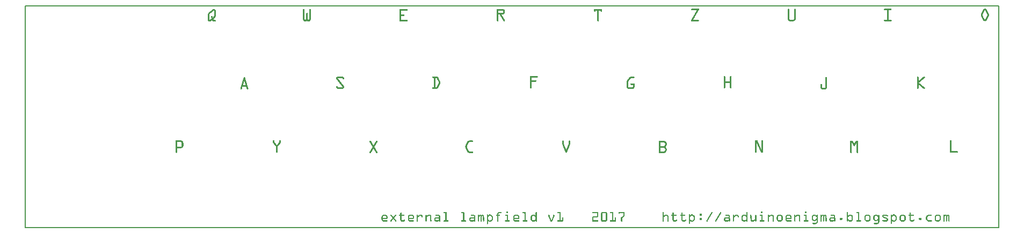
<source format=gto>
G04 MADE WITH FRITZING*
G04 WWW.FRITZING.ORG*
G04 DOUBLE SIDED*
G04 HOLES PLATED*
G04 CONTOUR ON CENTER OF CONTOUR VECTOR*
%ASAXBY*%
%FSLAX23Y23*%
%MOIN*%
%OFA0B0*%
%SFA1.0B1.0*%
%ADD10R,6.053350X1.389330X6.037350X1.373330*%
%ADD11C,0.008000*%
%ADD12R,0.001000X0.001000*%
%LNSILK1*%
G90*
G70*
G54D11*
X4Y1385D02*
X6049Y1385D01*
X6049Y4D01*
X4Y4D01*
X4Y1385D01*
D02*
G54D12*
X4141Y1367D02*
X4187Y1367D01*
X4742Y1367D02*
X4745Y1367D01*
X4782Y1367D02*
X4785Y1367D01*
X5338Y1367D02*
X5381Y1367D01*
X5959Y1367D02*
X5967Y1367D01*
X1732Y1366D02*
X1736Y1366D01*
X1771Y1366D02*
X1776Y1366D01*
X2331Y1366D02*
X2375Y1366D01*
X2934Y1366D02*
X2971Y1366D01*
X3537Y1366D02*
X3586Y1366D01*
X4140Y1366D02*
X4187Y1366D01*
X4741Y1366D02*
X4746Y1366D01*
X4780Y1366D02*
X4786Y1366D01*
X5337Y1366D02*
X5382Y1366D01*
X5957Y1366D02*
X5969Y1366D01*
X1173Y1365D02*
X1177Y1365D01*
X1730Y1365D02*
X1737Y1365D01*
X1770Y1365D02*
X1777Y1365D01*
X2330Y1365D02*
X2377Y1365D01*
X2934Y1365D02*
X2974Y1365D01*
X3537Y1365D02*
X3586Y1365D01*
X4139Y1365D02*
X4187Y1365D01*
X4740Y1365D02*
X4747Y1365D01*
X4779Y1365D02*
X4787Y1365D01*
X5336Y1365D02*
X5383Y1365D01*
X5955Y1365D02*
X5970Y1365D01*
X1170Y1364D02*
X1180Y1364D01*
X1730Y1364D02*
X1738Y1364D01*
X1769Y1364D02*
X1778Y1364D01*
X2330Y1364D02*
X2378Y1364D01*
X2934Y1364D02*
X2976Y1364D01*
X3537Y1364D02*
X3586Y1364D01*
X4139Y1364D02*
X4187Y1364D01*
X4739Y1364D02*
X4748Y1364D01*
X4779Y1364D02*
X4787Y1364D01*
X5335Y1364D02*
X5383Y1364D01*
X5954Y1364D02*
X5971Y1364D01*
X1169Y1363D02*
X1182Y1363D01*
X1729Y1363D02*
X1738Y1363D01*
X1769Y1363D02*
X1778Y1363D01*
X2330Y1363D02*
X2379Y1363D01*
X2934Y1363D02*
X2977Y1363D01*
X3537Y1363D02*
X3586Y1363D01*
X4138Y1363D02*
X4187Y1363D01*
X4739Y1363D02*
X4748Y1363D01*
X4779Y1363D02*
X4788Y1363D01*
X5335Y1363D02*
X5384Y1363D01*
X5953Y1363D02*
X5972Y1363D01*
X1168Y1362D02*
X1183Y1362D01*
X1729Y1362D02*
X1738Y1362D01*
X1769Y1362D02*
X1778Y1362D01*
X2330Y1362D02*
X2379Y1362D01*
X2934Y1362D02*
X2978Y1362D01*
X3537Y1362D02*
X3586Y1362D01*
X4138Y1362D02*
X4187Y1362D01*
X4739Y1362D02*
X4748Y1362D01*
X4779Y1362D02*
X4788Y1362D01*
X5335Y1362D02*
X5384Y1362D01*
X5952Y1362D02*
X5973Y1362D01*
X1166Y1361D02*
X1184Y1361D01*
X1729Y1361D02*
X1738Y1361D01*
X1769Y1361D02*
X1778Y1361D01*
X2330Y1361D02*
X2379Y1361D01*
X2934Y1361D02*
X2979Y1361D01*
X3537Y1361D02*
X3586Y1361D01*
X4139Y1361D02*
X4187Y1361D01*
X4739Y1361D02*
X4748Y1361D01*
X4779Y1361D02*
X4788Y1361D01*
X5335Y1361D02*
X5383Y1361D01*
X5952Y1361D02*
X5974Y1361D01*
X1165Y1360D02*
X1185Y1360D01*
X1729Y1360D02*
X1738Y1360D01*
X1769Y1360D02*
X1778Y1360D01*
X2330Y1360D02*
X2379Y1360D01*
X2934Y1360D02*
X2980Y1360D01*
X3537Y1360D02*
X3586Y1360D01*
X4139Y1360D02*
X4187Y1360D01*
X4739Y1360D02*
X4748Y1360D01*
X4779Y1360D02*
X4788Y1360D01*
X5336Y1360D02*
X5383Y1360D01*
X5951Y1360D02*
X5974Y1360D01*
X1164Y1359D02*
X1186Y1359D01*
X1729Y1359D02*
X1738Y1359D01*
X1769Y1359D02*
X1778Y1359D01*
X2330Y1359D02*
X2379Y1359D01*
X2934Y1359D02*
X2980Y1359D01*
X3537Y1359D02*
X3586Y1359D01*
X4140Y1359D02*
X4186Y1359D01*
X4739Y1359D02*
X4748Y1359D01*
X4779Y1359D02*
X4788Y1359D01*
X5336Y1359D02*
X5382Y1359D01*
X5951Y1359D02*
X5975Y1359D01*
X1163Y1358D02*
X1186Y1358D01*
X1729Y1358D02*
X1738Y1358D01*
X1769Y1358D02*
X1778Y1358D01*
X2330Y1358D02*
X2378Y1358D01*
X2934Y1358D02*
X2981Y1358D01*
X3537Y1358D02*
X3586Y1358D01*
X4141Y1358D02*
X4185Y1358D01*
X4739Y1358D02*
X4748Y1358D01*
X4779Y1358D02*
X4788Y1358D01*
X5338Y1358D02*
X5381Y1358D01*
X5950Y1358D02*
X5975Y1358D01*
X1162Y1357D02*
X1187Y1357D01*
X1729Y1357D02*
X1738Y1357D01*
X1769Y1357D02*
X1778Y1357D01*
X2330Y1357D02*
X2377Y1357D01*
X2934Y1357D02*
X2981Y1357D01*
X3537Y1357D02*
X3586Y1357D01*
X4174Y1357D02*
X4185Y1357D01*
X4739Y1357D02*
X4748Y1357D01*
X4779Y1357D02*
X4788Y1357D01*
X5355Y1357D02*
X5364Y1357D01*
X5950Y1357D02*
X5961Y1357D01*
X5965Y1357D02*
X5976Y1357D01*
X1160Y1356D02*
X1187Y1356D01*
X1729Y1356D02*
X1738Y1356D01*
X1769Y1356D02*
X1778Y1356D01*
X2330Y1356D02*
X2340Y1356D01*
X2934Y1356D02*
X2943Y1356D01*
X2970Y1356D02*
X2982Y1356D01*
X3537Y1356D02*
X3546Y1356D01*
X3557Y1356D02*
X3566Y1356D01*
X3577Y1356D02*
X3586Y1356D01*
X4174Y1356D02*
X4184Y1356D01*
X4739Y1356D02*
X4748Y1356D01*
X4779Y1356D02*
X4788Y1356D01*
X5355Y1356D02*
X5364Y1356D01*
X5949Y1356D02*
X5960Y1356D01*
X5966Y1356D02*
X5976Y1356D01*
X1159Y1355D02*
X1174Y1355D01*
X1176Y1355D02*
X1187Y1355D01*
X1729Y1355D02*
X1738Y1355D01*
X1769Y1355D02*
X1778Y1355D01*
X2330Y1355D02*
X2339Y1355D01*
X2934Y1355D02*
X2943Y1355D01*
X2972Y1355D02*
X2982Y1355D01*
X3537Y1355D02*
X3546Y1355D01*
X3557Y1355D02*
X3566Y1355D01*
X3577Y1355D02*
X3586Y1355D01*
X4173Y1355D02*
X4184Y1355D01*
X4739Y1355D02*
X4748Y1355D01*
X4779Y1355D02*
X4788Y1355D01*
X5355Y1355D02*
X5364Y1355D01*
X5949Y1355D02*
X5959Y1355D01*
X5966Y1355D02*
X5977Y1355D01*
X1158Y1354D02*
X1173Y1354D01*
X1178Y1354D02*
X1187Y1354D01*
X1729Y1354D02*
X1738Y1354D01*
X1769Y1354D02*
X1778Y1354D01*
X2330Y1354D02*
X2339Y1354D01*
X2934Y1354D02*
X2943Y1354D01*
X2972Y1354D02*
X2982Y1354D01*
X3537Y1354D02*
X3546Y1354D01*
X3557Y1354D02*
X3566Y1354D01*
X3577Y1354D02*
X3586Y1354D01*
X4172Y1354D02*
X4183Y1354D01*
X4739Y1354D02*
X4748Y1354D01*
X4779Y1354D02*
X4788Y1354D01*
X5355Y1354D02*
X5364Y1354D01*
X5948Y1354D02*
X5959Y1354D01*
X5967Y1354D02*
X5977Y1354D01*
X1157Y1353D02*
X1172Y1353D01*
X1178Y1353D02*
X1187Y1353D01*
X1729Y1353D02*
X1738Y1353D01*
X1769Y1353D02*
X1778Y1353D01*
X2330Y1353D02*
X2339Y1353D01*
X2934Y1353D02*
X2943Y1353D01*
X2973Y1353D02*
X2982Y1353D01*
X3537Y1353D02*
X3546Y1353D01*
X3557Y1353D02*
X3566Y1353D01*
X3577Y1353D02*
X3586Y1353D01*
X4172Y1353D02*
X4182Y1353D01*
X4739Y1353D02*
X4748Y1353D01*
X4779Y1353D02*
X4788Y1353D01*
X5355Y1353D02*
X5364Y1353D01*
X5948Y1353D02*
X5958Y1353D01*
X5967Y1353D02*
X5978Y1353D01*
X1156Y1352D02*
X1170Y1352D01*
X1178Y1352D02*
X1187Y1352D01*
X1729Y1352D02*
X1738Y1352D01*
X1769Y1352D02*
X1778Y1352D01*
X2330Y1352D02*
X2339Y1352D01*
X2934Y1352D02*
X2943Y1352D01*
X2973Y1352D02*
X2982Y1352D01*
X3537Y1352D02*
X3546Y1352D01*
X3557Y1352D02*
X3566Y1352D01*
X3577Y1352D02*
X3586Y1352D01*
X4171Y1352D02*
X4182Y1352D01*
X4739Y1352D02*
X4748Y1352D01*
X4779Y1352D02*
X4788Y1352D01*
X5355Y1352D02*
X5364Y1352D01*
X5947Y1352D02*
X5958Y1352D01*
X5968Y1352D02*
X5978Y1352D01*
X1155Y1351D02*
X1169Y1351D01*
X1178Y1351D02*
X1187Y1351D01*
X1729Y1351D02*
X1738Y1351D01*
X1769Y1351D02*
X1778Y1351D01*
X2330Y1351D02*
X2339Y1351D01*
X2934Y1351D02*
X2943Y1351D01*
X2973Y1351D02*
X2982Y1351D01*
X3538Y1351D02*
X3546Y1351D01*
X3557Y1351D02*
X3566Y1351D01*
X3577Y1351D02*
X3586Y1351D01*
X4171Y1351D02*
X4181Y1351D01*
X4739Y1351D02*
X4748Y1351D01*
X4779Y1351D02*
X4788Y1351D01*
X5355Y1351D02*
X5364Y1351D01*
X5947Y1351D02*
X5957Y1351D01*
X5968Y1351D02*
X5979Y1351D01*
X1153Y1350D02*
X1168Y1350D01*
X1178Y1350D02*
X1187Y1350D01*
X1729Y1350D02*
X1738Y1350D01*
X1769Y1350D02*
X1778Y1350D01*
X2330Y1350D02*
X2339Y1350D01*
X2934Y1350D02*
X2943Y1350D01*
X2973Y1350D02*
X2982Y1350D01*
X3538Y1350D02*
X3545Y1350D01*
X3557Y1350D02*
X3566Y1350D01*
X3578Y1350D02*
X3585Y1350D01*
X4170Y1350D02*
X4181Y1350D01*
X4739Y1350D02*
X4748Y1350D01*
X4779Y1350D02*
X4788Y1350D01*
X5355Y1350D02*
X5364Y1350D01*
X5946Y1350D02*
X5957Y1350D01*
X5969Y1350D02*
X5979Y1350D01*
X1152Y1349D02*
X1167Y1349D01*
X1178Y1349D02*
X1187Y1349D01*
X1729Y1349D02*
X1738Y1349D01*
X1769Y1349D02*
X1778Y1349D01*
X2330Y1349D02*
X2339Y1349D01*
X2934Y1349D02*
X2943Y1349D01*
X2973Y1349D02*
X2982Y1349D01*
X3539Y1349D02*
X3544Y1349D01*
X3557Y1349D02*
X3566Y1349D01*
X3579Y1349D02*
X3584Y1349D01*
X4169Y1349D02*
X4180Y1349D01*
X4739Y1349D02*
X4748Y1349D01*
X4779Y1349D02*
X4788Y1349D01*
X5355Y1349D02*
X5364Y1349D01*
X5946Y1349D02*
X5956Y1349D01*
X5969Y1349D02*
X5980Y1349D01*
X1151Y1348D02*
X1166Y1348D01*
X1178Y1348D02*
X1187Y1348D01*
X1729Y1348D02*
X1738Y1348D01*
X1769Y1348D02*
X1778Y1348D01*
X2330Y1348D02*
X2339Y1348D01*
X2934Y1348D02*
X2943Y1348D01*
X2973Y1348D02*
X2982Y1348D01*
X3542Y1348D02*
X3542Y1348D01*
X3557Y1348D02*
X3566Y1348D01*
X3581Y1348D02*
X3581Y1348D01*
X4169Y1348D02*
X4180Y1348D01*
X4739Y1348D02*
X4748Y1348D01*
X4779Y1348D02*
X4788Y1348D01*
X5355Y1348D02*
X5364Y1348D01*
X5945Y1348D02*
X5956Y1348D01*
X5970Y1348D02*
X5980Y1348D01*
X1150Y1347D02*
X1164Y1347D01*
X1178Y1347D02*
X1187Y1347D01*
X1729Y1347D02*
X1738Y1347D01*
X1769Y1347D02*
X1778Y1347D01*
X2330Y1347D02*
X2339Y1347D01*
X2934Y1347D02*
X2943Y1347D01*
X2973Y1347D02*
X2982Y1347D01*
X3557Y1347D02*
X3566Y1347D01*
X4168Y1347D02*
X4179Y1347D01*
X4739Y1347D02*
X4748Y1347D01*
X4779Y1347D02*
X4788Y1347D01*
X5355Y1347D02*
X5364Y1347D01*
X5945Y1347D02*
X5955Y1347D01*
X5970Y1347D02*
X5981Y1347D01*
X1149Y1346D02*
X1163Y1346D01*
X1178Y1346D02*
X1187Y1346D01*
X1729Y1346D02*
X1738Y1346D01*
X1769Y1346D02*
X1778Y1346D01*
X2330Y1346D02*
X2339Y1346D01*
X2934Y1346D02*
X2943Y1346D01*
X2973Y1346D02*
X2982Y1346D01*
X3557Y1346D02*
X3566Y1346D01*
X4168Y1346D02*
X4178Y1346D01*
X4739Y1346D02*
X4748Y1346D01*
X4779Y1346D02*
X4788Y1346D01*
X5355Y1346D02*
X5364Y1346D01*
X5944Y1346D02*
X5955Y1346D01*
X5971Y1346D02*
X5981Y1346D01*
X1147Y1345D02*
X1162Y1345D01*
X1178Y1345D02*
X1187Y1345D01*
X1729Y1345D02*
X1738Y1345D01*
X1769Y1345D02*
X1778Y1345D01*
X2330Y1345D02*
X2339Y1345D01*
X2934Y1345D02*
X2943Y1345D01*
X2973Y1345D02*
X2982Y1345D01*
X3557Y1345D02*
X3566Y1345D01*
X4167Y1345D02*
X4178Y1345D01*
X4739Y1345D02*
X4748Y1345D01*
X4779Y1345D02*
X4788Y1345D01*
X5355Y1345D02*
X5364Y1345D01*
X5944Y1345D02*
X5954Y1345D01*
X5971Y1345D02*
X5982Y1345D01*
X1146Y1344D02*
X1161Y1344D01*
X1178Y1344D02*
X1187Y1344D01*
X1729Y1344D02*
X1738Y1344D01*
X1769Y1344D02*
X1778Y1344D01*
X2330Y1344D02*
X2339Y1344D01*
X2934Y1344D02*
X2943Y1344D01*
X2973Y1344D02*
X2982Y1344D01*
X3557Y1344D02*
X3566Y1344D01*
X4166Y1344D02*
X4177Y1344D01*
X4739Y1344D02*
X4748Y1344D01*
X4779Y1344D02*
X4788Y1344D01*
X5355Y1344D02*
X5364Y1344D01*
X5943Y1344D02*
X5954Y1344D01*
X5972Y1344D02*
X5982Y1344D01*
X1145Y1343D02*
X1160Y1343D01*
X1178Y1343D02*
X1187Y1343D01*
X1729Y1343D02*
X1738Y1343D01*
X1769Y1343D02*
X1778Y1343D01*
X2330Y1343D02*
X2339Y1343D01*
X2934Y1343D02*
X2943Y1343D01*
X2972Y1343D02*
X2982Y1343D01*
X3557Y1343D02*
X3566Y1343D01*
X4166Y1343D02*
X4177Y1343D01*
X4739Y1343D02*
X4748Y1343D01*
X4779Y1343D02*
X4788Y1343D01*
X5355Y1343D02*
X5364Y1343D01*
X5943Y1343D02*
X5953Y1343D01*
X5972Y1343D02*
X5983Y1343D01*
X1144Y1342D02*
X1159Y1342D01*
X1178Y1342D02*
X1187Y1342D01*
X1729Y1342D02*
X1738Y1342D01*
X1769Y1342D02*
X1778Y1342D01*
X2330Y1342D02*
X2339Y1342D01*
X2934Y1342D02*
X2943Y1342D01*
X2971Y1342D02*
X2982Y1342D01*
X3557Y1342D02*
X3566Y1342D01*
X4165Y1342D02*
X4176Y1342D01*
X4739Y1342D02*
X4748Y1342D01*
X4779Y1342D02*
X4788Y1342D01*
X5355Y1342D02*
X5364Y1342D01*
X5942Y1342D02*
X5953Y1342D01*
X5973Y1342D02*
X5983Y1342D01*
X1143Y1341D02*
X1157Y1341D01*
X1178Y1341D02*
X1187Y1341D01*
X1729Y1341D02*
X1738Y1341D01*
X1752Y1341D02*
X1755Y1341D01*
X1769Y1341D02*
X1778Y1341D01*
X2330Y1341D02*
X2339Y1341D01*
X2934Y1341D02*
X2981Y1341D01*
X3557Y1341D02*
X3566Y1341D01*
X4165Y1341D02*
X4175Y1341D01*
X4739Y1341D02*
X4748Y1341D01*
X4779Y1341D02*
X4788Y1341D01*
X5355Y1341D02*
X5364Y1341D01*
X5942Y1341D02*
X5952Y1341D01*
X5973Y1341D02*
X5984Y1341D01*
X1142Y1340D02*
X1156Y1340D01*
X1178Y1340D02*
X1187Y1340D01*
X1729Y1340D02*
X1738Y1340D01*
X1751Y1340D02*
X1757Y1340D01*
X1769Y1340D02*
X1778Y1340D01*
X2330Y1340D02*
X2339Y1340D01*
X2934Y1340D02*
X2981Y1340D01*
X3557Y1340D02*
X3566Y1340D01*
X4164Y1340D02*
X4175Y1340D01*
X4739Y1340D02*
X4748Y1340D01*
X4779Y1340D02*
X4788Y1340D01*
X5355Y1340D02*
X5364Y1340D01*
X5941Y1340D02*
X5952Y1340D01*
X5974Y1340D02*
X5984Y1340D01*
X1142Y1339D02*
X1155Y1339D01*
X1178Y1339D02*
X1187Y1339D01*
X1729Y1339D02*
X1738Y1339D01*
X1750Y1339D02*
X1757Y1339D01*
X1769Y1339D02*
X1778Y1339D01*
X2330Y1339D02*
X2339Y1339D01*
X2934Y1339D02*
X2981Y1339D01*
X3557Y1339D02*
X3566Y1339D01*
X4164Y1339D02*
X4174Y1339D01*
X4739Y1339D02*
X4748Y1339D01*
X4779Y1339D02*
X4788Y1339D01*
X5355Y1339D02*
X5364Y1339D01*
X5941Y1339D02*
X5951Y1339D01*
X5974Y1339D02*
X5985Y1339D01*
X1141Y1338D02*
X1154Y1338D01*
X1178Y1338D02*
X1187Y1338D01*
X1729Y1338D02*
X1738Y1338D01*
X1749Y1338D02*
X1758Y1338D01*
X1769Y1338D02*
X1778Y1338D01*
X2330Y1338D02*
X2339Y1338D01*
X2934Y1338D02*
X2980Y1338D01*
X3557Y1338D02*
X3566Y1338D01*
X4163Y1338D02*
X4174Y1338D01*
X4739Y1338D02*
X4748Y1338D01*
X4779Y1338D02*
X4788Y1338D01*
X5355Y1338D02*
X5364Y1338D01*
X5940Y1338D02*
X5951Y1338D01*
X5975Y1338D02*
X5985Y1338D01*
X1141Y1337D02*
X1153Y1337D01*
X1178Y1337D02*
X1187Y1337D01*
X1729Y1337D02*
X1738Y1337D01*
X1749Y1337D02*
X1758Y1337D01*
X1769Y1337D02*
X1778Y1337D01*
X2330Y1337D02*
X2339Y1337D01*
X2934Y1337D02*
X2979Y1337D01*
X3557Y1337D02*
X3566Y1337D01*
X4162Y1337D02*
X4173Y1337D01*
X4739Y1337D02*
X4748Y1337D01*
X4779Y1337D02*
X4788Y1337D01*
X5355Y1337D02*
X5364Y1337D01*
X5940Y1337D02*
X5950Y1337D01*
X5975Y1337D02*
X5986Y1337D01*
X1140Y1336D02*
X1151Y1336D01*
X1178Y1336D02*
X1187Y1336D01*
X1729Y1336D02*
X1738Y1336D01*
X1749Y1336D02*
X1758Y1336D01*
X1769Y1336D02*
X1778Y1336D01*
X2330Y1336D02*
X2339Y1336D01*
X2934Y1336D02*
X2978Y1336D01*
X3557Y1336D02*
X3566Y1336D01*
X4162Y1336D02*
X4173Y1336D01*
X4739Y1336D02*
X4748Y1336D01*
X4779Y1336D02*
X4788Y1336D01*
X5355Y1336D02*
X5364Y1336D01*
X5940Y1336D02*
X5950Y1336D01*
X5976Y1336D02*
X5986Y1336D01*
X1140Y1335D02*
X1150Y1335D01*
X1178Y1335D02*
X1187Y1335D01*
X1729Y1335D02*
X1738Y1335D01*
X1749Y1335D02*
X1758Y1335D01*
X1769Y1335D02*
X1778Y1335D01*
X2330Y1335D02*
X2339Y1335D01*
X2934Y1335D02*
X2977Y1335D01*
X3557Y1335D02*
X3566Y1335D01*
X4161Y1335D02*
X4172Y1335D01*
X4739Y1335D02*
X4748Y1335D01*
X4779Y1335D02*
X4788Y1335D01*
X5355Y1335D02*
X5364Y1335D01*
X5939Y1335D02*
X5949Y1335D01*
X5976Y1335D02*
X5986Y1335D01*
X1139Y1334D02*
X1149Y1334D01*
X1178Y1334D02*
X1187Y1334D01*
X1729Y1334D02*
X1738Y1334D01*
X1749Y1334D02*
X1758Y1334D01*
X1769Y1334D02*
X1778Y1334D01*
X2330Y1334D02*
X2339Y1334D01*
X2934Y1334D02*
X2976Y1334D01*
X3557Y1334D02*
X3566Y1334D01*
X4161Y1334D02*
X4171Y1334D01*
X4739Y1334D02*
X4748Y1334D01*
X4779Y1334D02*
X4788Y1334D01*
X5355Y1334D02*
X5364Y1334D01*
X5939Y1334D02*
X5949Y1334D01*
X5977Y1334D02*
X5987Y1334D01*
X1139Y1333D02*
X1149Y1333D01*
X1178Y1333D02*
X1187Y1333D01*
X1729Y1333D02*
X1738Y1333D01*
X1749Y1333D02*
X1758Y1333D01*
X1769Y1333D02*
X1778Y1333D01*
X2330Y1333D02*
X2339Y1333D01*
X2934Y1333D02*
X2975Y1333D01*
X3557Y1333D02*
X3566Y1333D01*
X4160Y1333D02*
X4171Y1333D01*
X4739Y1333D02*
X4748Y1333D01*
X4779Y1333D02*
X4788Y1333D01*
X5355Y1333D02*
X5364Y1333D01*
X5939Y1333D02*
X5948Y1333D01*
X5977Y1333D02*
X5987Y1333D01*
X1139Y1332D02*
X1148Y1332D01*
X1178Y1332D02*
X1187Y1332D01*
X1729Y1332D02*
X1738Y1332D01*
X1749Y1332D02*
X1758Y1332D01*
X1769Y1332D02*
X1778Y1332D01*
X2330Y1332D02*
X2355Y1332D01*
X2934Y1332D02*
X2973Y1332D01*
X3557Y1332D02*
X3566Y1332D01*
X4159Y1332D02*
X4170Y1332D01*
X4739Y1332D02*
X4748Y1332D01*
X4779Y1332D02*
X4788Y1332D01*
X5355Y1332D02*
X5364Y1332D01*
X5939Y1332D02*
X5948Y1332D01*
X5978Y1332D02*
X5987Y1332D01*
X1139Y1331D02*
X1148Y1331D01*
X1178Y1331D02*
X1187Y1331D01*
X1729Y1331D02*
X1738Y1331D01*
X1749Y1331D02*
X1758Y1331D01*
X1769Y1331D02*
X1778Y1331D01*
X2330Y1331D02*
X2357Y1331D01*
X2934Y1331D02*
X2967Y1331D01*
X3557Y1331D02*
X3566Y1331D01*
X4159Y1331D02*
X4170Y1331D01*
X4739Y1331D02*
X4748Y1331D01*
X4779Y1331D02*
X4788Y1331D01*
X5355Y1331D02*
X5364Y1331D01*
X5939Y1331D02*
X5948Y1331D01*
X5978Y1331D02*
X5987Y1331D01*
X1139Y1330D02*
X1148Y1330D01*
X1178Y1330D02*
X1187Y1330D01*
X1729Y1330D02*
X1738Y1330D01*
X1749Y1330D02*
X1758Y1330D01*
X1769Y1330D02*
X1778Y1330D01*
X2330Y1330D02*
X2358Y1330D01*
X2934Y1330D02*
X2943Y1330D01*
X2951Y1330D02*
X2962Y1330D01*
X3557Y1330D02*
X3566Y1330D01*
X4158Y1330D02*
X4169Y1330D01*
X4739Y1330D02*
X4748Y1330D01*
X4779Y1330D02*
X4788Y1330D01*
X5355Y1330D02*
X5364Y1330D01*
X5938Y1330D02*
X5948Y1330D01*
X5978Y1330D02*
X5987Y1330D01*
X1138Y1329D02*
X1148Y1329D01*
X1178Y1329D02*
X1187Y1329D01*
X1729Y1329D02*
X1738Y1329D01*
X1749Y1329D02*
X1758Y1329D01*
X1769Y1329D02*
X1778Y1329D01*
X2330Y1329D02*
X2359Y1329D01*
X2934Y1329D02*
X2943Y1329D01*
X2952Y1329D02*
X2963Y1329D01*
X3557Y1329D02*
X3566Y1329D01*
X4158Y1329D02*
X4168Y1329D01*
X4739Y1329D02*
X4748Y1329D01*
X4779Y1329D02*
X4788Y1329D01*
X5355Y1329D02*
X5364Y1329D01*
X5938Y1329D02*
X5948Y1329D01*
X5978Y1329D02*
X5987Y1329D01*
X1138Y1328D02*
X1148Y1328D01*
X1178Y1328D02*
X1187Y1328D01*
X1729Y1328D02*
X1738Y1328D01*
X1749Y1328D02*
X1758Y1328D01*
X1769Y1328D02*
X1778Y1328D01*
X2330Y1328D02*
X2359Y1328D01*
X2934Y1328D02*
X2943Y1328D01*
X2952Y1328D02*
X2963Y1328D01*
X3557Y1328D02*
X3566Y1328D01*
X4157Y1328D02*
X4168Y1328D01*
X4739Y1328D02*
X4748Y1328D01*
X4779Y1328D02*
X4788Y1328D01*
X5355Y1328D02*
X5364Y1328D01*
X5938Y1328D02*
X5948Y1328D01*
X5978Y1328D02*
X5987Y1328D01*
X1138Y1327D02*
X1148Y1327D01*
X1178Y1327D02*
X1187Y1327D01*
X1729Y1327D02*
X1738Y1327D01*
X1749Y1327D02*
X1758Y1327D01*
X1769Y1327D02*
X1778Y1327D01*
X2330Y1327D02*
X2359Y1327D01*
X2934Y1327D02*
X2943Y1327D01*
X2953Y1327D02*
X2964Y1327D01*
X3557Y1327D02*
X3566Y1327D01*
X4157Y1327D02*
X4167Y1327D01*
X4739Y1327D02*
X4748Y1327D01*
X4779Y1327D02*
X4788Y1327D01*
X5355Y1327D02*
X5364Y1327D01*
X5938Y1327D02*
X5948Y1327D01*
X5978Y1327D02*
X5987Y1327D01*
X1138Y1326D02*
X1148Y1326D01*
X1178Y1326D02*
X1187Y1326D01*
X1729Y1326D02*
X1738Y1326D01*
X1749Y1326D02*
X1758Y1326D01*
X1769Y1326D02*
X1778Y1326D01*
X2330Y1326D02*
X2359Y1326D01*
X2934Y1326D02*
X2943Y1326D01*
X2954Y1326D02*
X2964Y1326D01*
X3557Y1326D02*
X3566Y1326D01*
X4156Y1326D02*
X4167Y1326D01*
X4739Y1326D02*
X4748Y1326D01*
X4779Y1326D02*
X4788Y1326D01*
X5355Y1326D02*
X5364Y1326D01*
X5939Y1326D02*
X5948Y1326D01*
X5978Y1326D02*
X5987Y1326D01*
X1138Y1325D02*
X1148Y1325D01*
X1178Y1325D02*
X1187Y1325D01*
X1729Y1325D02*
X1738Y1325D01*
X1749Y1325D02*
X1758Y1325D01*
X1769Y1325D02*
X1778Y1325D01*
X2330Y1325D02*
X2359Y1325D01*
X2934Y1325D02*
X2943Y1325D01*
X2954Y1325D02*
X2965Y1325D01*
X3557Y1325D02*
X3566Y1325D01*
X4155Y1325D02*
X4166Y1325D01*
X4739Y1325D02*
X4748Y1325D01*
X4779Y1325D02*
X4788Y1325D01*
X5355Y1325D02*
X5364Y1325D01*
X5939Y1325D02*
X5948Y1325D01*
X5977Y1325D02*
X5987Y1325D01*
X1138Y1324D02*
X1148Y1324D01*
X1178Y1324D02*
X1187Y1324D01*
X1729Y1324D02*
X1738Y1324D01*
X1749Y1324D02*
X1758Y1324D01*
X1769Y1324D02*
X1778Y1324D01*
X2330Y1324D02*
X2358Y1324D01*
X2934Y1324D02*
X2943Y1324D01*
X2955Y1324D02*
X2966Y1324D01*
X3557Y1324D02*
X3566Y1324D01*
X4155Y1324D02*
X4166Y1324D01*
X4739Y1324D02*
X4748Y1324D01*
X4779Y1324D02*
X4788Y1324D01*
X5355Y1324D02*
X5364Y1324D01*
X5939Y1324D02*
X5948Y1324D01*
X5977Y1324D02*
X5987Y1324D01*
X1138Y1323D02*
X1148Y1323D01*
X1178Y1323D02*
X1187Y1323D01*
X1729Y1323D02*
X1738Y1323D01*
X1749Y1323D02*
X1758Y1323D01*
X1769Y1323D02*
X1778Y1323D01*
X2330Y1323D02*
X2357Y1323D01*
X2934Y1323D02*
X2943Y1323D01*
X2955Y1323D02*
X2966Y1323D01*
X3557Y1323D02*
X3566Y1323D01*
X4154Y1323D02*
X4165Y1323D01*
X4739Y1323D02*
X4748Y1323D01*
X4779Y1323D02*
X4788Y1323D01*
X5355Y1323D02*
X5364Y1323D01*
X5939Y1323D02*
X5949Y1323D01*
X5977Y1323D02*
X5986Y1323D01*
X1138Y1322D02*
X1148Y1322D01*
X1161Y1322D02*
X1165Y1322D01*
X1178Y1322D02*
X1187Y1322D01*
X1729Y1322D02*
X1738Y1322D01*
X1749Y1322D02*
X1758Y1322D01*
X1769Y1322D02*
X1778Y1322D01*
X2330Y1322D02*
X2340Y1322D01*
X2934Y1322D02*
X2943Y1322D01*
X2956Y1322D02*
X2967Y1322D01*
X3557Y1322D02*
X3566Y1322D01*
X4154Y1322D02*
X4164Y1322D01*
X4739Y1322D02*
X4748Y1322D01*
X4779Y1322D02*
X4788Y1322D01*
X5355Y1322D02*
X5364Y1322D01*
X5939Y1322D02*
X5949Y1322D01*
X5976Y1322D02*
X5986Y1322D01*
X1138Y1321D02*
X1148Y1321D01*
X1159Y1321D02*
X1166Y1321D01*
X1177Y1321D02*
X1187Y1321D01*
X1729Y1321D02*
X1738Y1321D01*
X1749Y1321D02*
X1758Y1321D01*
X1769Y1321D02*
X1778Y1321D01*
X2330Y1321D02*
X2339Y1321D01*
X2934Y1321D02*
X2943Y1321D01*
X2956Y1321D02*
X2967Y1321D01*
X3557Y1321D02*
X3566Y1321D01*
X4153Y1321D02*
X4164Y1321D01*
X4739Y1321D02*
X4748Y1321D01*
X4779Y1321D02*
X4788Y1321D01*
X5355Y1321D02*
X5364Y1321D01*
X5940Y1321D02*
X5950Y1321D01*
X5976Y1321D02*
X5986Y1321D01*
X1138Y1320D02*
X1148Y1320D01*
X1159Y1320D02*
X1167Y1320D01*
X1177Y1320D02*
X1187Y1320D01*
X1729Y1320D02*
X1738Y1320D01*
X1749Y1320D02*
X1758Y1320D01*
X1769Y1320D02*
X1778Y1320D01*
X2330Y1320D02*
X2339Y1320D01*
X2934Y1320D02*
X2943Y1320D01*
X2957Y1320D02*
X2968Y1320D01*
X3557Y1320D02*
X3566Y1320D01*
X4152Y1320D02*
X4163Y1320D01*
X4739Y1320D02*
X4748Y1320D01*
X4779Y1320D02*
X4788Y1320D01*
X5355Y1320D02*
X5364Y1320D01*
X5940Y1320D02*
X5950Y1320D01*
X5975Y1320D02*
X5985Y1320D01*
X1138Y1319D02*
X1148Y1319D01*
X1158Y1319D02*
X1167Y1319D01*
X1176Y1319D02*
X1186Y1319D01*
X1729Y1319D02*
X1738Y1319D01*
X1749Y1319D02*
X1758Y1319D01*
X1769Y1319D02*
X1778Y1319D01*
X2330Y1319D02*
X2339Y1319D01*
X2934Y1319D02*
X2943Y1319D01*
X2958Y1319D02*
X2968Y1319D01*
X3557Y1319D02*
X3566Y1319D01*
X4152Y1319D02*
X4163Y1319D01*
X4739Y1319D02*
X4748Y1319D01*
X4779Y1319D02*
X4788Y1319D01*
X5355Y1319D02*
X5364Y1319D01*
X5941Y1319D02*
X5951Y1319D01*
X5975Y1319D02*
X5985Y1319D01*
X1138Y1318D02*
X1148Y1318D01*
X1158Y1318D02*
X1168Y1318D01*
X1175Y1318D02*
X1186Y1318D01*
X1729Y1318D02*
X1738Y1318D01*
X1749Y1318D02*
X1758Y1318D01*
X1769Y1318D02*
X1778Y1318D01*
X2330Y1318D02*
X2339Y1318D01*
X2934Y1318D02*
X2943Y1318D01*
X2958Y1318D02*
X2969Y1318D01*
X3557Y1318D02*
X3566Y1318D01*
X4151Y1318D02*
X4162Y1318D01*
X4739Y1318D02*
X4748Y1318D01*
X4779Y1318D02*
X4788Y1318D01*
X5355Y1318D02*
X5364Y1318D01*
X5941Y1318D02*
X5951Y1318D01*
X5974Y1318D02*
X5984Y1318D01*
X1138Y1317D02*
X1148Y1317D01*
X1158Y1317D02*
X1168Y1317D01*
X1174Y1317D02*
X1186Y1317D01*
X1729Y1317D02*
X1738Y1317D01*
X1749Y1317D02*
X1758Y1317D01*
X1769Y1317D02*
X1778Y1317D01*
X2330Y1317D02*
X2339Y1317D01*
X2934Y1317D02*
X2943Y1317D01*
X2959Y1317D02*
X2970Y1317D01*
X3557Y1317D02*
X3566Y1317D01*
X4151Y1317D02*
X4161Y1317D01*
X4739Y1317D02*
X4748Y1317D01*
X4779Y1317D02*
X4788Y1317D01*
X5355Y1317D02*
X5364Y1317D01*
X5942Y1317D02*
X5952Y1317D01*
X5974Y1317D02*
X5984Y1317D01*
X1138Y1316D02*
X1148Y1316D01*
X1159Y1316D02*
X1168Y1316D01*
X1173Y1316D02*
X1185Y1316D01*
X1729Y1316D02*
X1738Y1316D01*
X1749Y1316D02*
X1758Y1316D01*
X1769Y1316D02*
X1778Y1316D01*
X2330Y1316D02*
X2339Y1316D01*
X2934Y1316D02*
X2943Y1316D01*
X2959Y1316D02*
X2970Y1316D01*
X3557Y1316D02*
X3566Y1316D01*
X4150Y1316D02*
X4161Y1316D01*
X4739Y1316D02*
X4748Y1316D01*
X4779Y1316D02*
X4788Y1316D01*
X5355Y1316D02*
X5364Y1316D01*
X5942Y1316D02*
X5952Y1316D01*
X5973Y1316D02*
X5983Y1316D01*
X1138Y1315D02*
X1148Y1315D01*
X1159Y1315D02*
X1169Y1315D01*
X1172Y1315D02*
X1185Y1315D01*
X1729Y1315D02*
X1738Y1315D01*
X1749Y1315D02*
X1758Y1315D01*
X1769Y1315D02*
X1778Y1315D01*
X2330Y1315D02*
X2339Y1315D01*
X2934Y1315D02*
X2943Y1315D01*
X2960Y1315D02*
X2971Y1315D01*
X3557Y1315D02*
X3566Y1315D01*
X4150Y1315D02*
X4160Y1315D01*
X4739Y1315D02*
X4748Y1315D01*
X4779Y1315D02*
X4788Y1315D01*
X5355Y1315D02*
X5364Y1315D01*
X5943Y1315D02*
X5953Y1315D01*
X5973Y1315D02*
X5983Y1315D01*
X1138Y1314D02*
X1148Y1314D01*
X1159Y1314D02*
X1169Y1314D01*
X1171Y1314D02*
X1184Y1314D01*
X1729Y1314D02*
X1738Y1314D01*
X1749Y1314D02*
X1758Y1314D01*
X1769Y1314D02*
X1778Y1314D01*
X2330Y1314D02*
X2339Y1314D01*
X2934Y1314D02*
X2943Y1314D01*
X2961Y1314D02*
X2971Y1314D01*
X3557Y1314D02*
X3566Y1314D01*
X4149Y1314D02*
X4160Y1314D01*
X4739Y1314D02*
X4748Y1314D01*
X4779Y1314D02*
X4788Y1314D01*
X5355Y1314D02*
X5364Y1314D01*
X5943Y1314D02*
X5953Y1314D01*
X5972Y1314D02*
X5982Y1314D01*
X1138Y1313D02*
X1148Y1313D01*
X1160Y1313D02*
X1183Y1313D01*
X1729Y1313D02*
X1738Y1313D01*
X1749Y1313D02*
X1758Y1313D01*
X1769Y1313D02*
X1778Y1313D01*
X2330Y1313D02*
X2339Y1313D01*
X2934Y1313D02*
X2943Y1313D01*
X2961Y1313D02*
X2972Y1313D01*
X3557Y1313D02*
X3566Y1313D01*
X4148Y1313D02*
X4159Y1313D01*
X4739Y1313D02*
X4748Y1313D01*
X4779Y1313D02*
X4788Y1313D01*
X5355Y1313D02*
X5364Y1313D01*
X5944Y1313D02*
X5954Y1313D01*
X5972Y1313D02*
X5982Y1313D01*
X1138Y1312D02*
X1148Y1312D01*
X1160Y1312D02*
X1182Y1312D01*
X1729Y1312D02*
X1738Y1312D01*
X1749Y1312D02*
X1758Y1312D01*
X1769Y1312D02*
X1778Y1312D01*
X2330Y1312D02*
X2339Y1312D01*
X2934Y1312D02*
X2943Y1312D01*
X2962Y1312D02*
X2973Y1312D01*
X3557Y1312D02*
X3566Y1312D01*
X4148Y1312D02*
X4158Y1312D01*
X4739Y1312D02*
X4748Y1312D01*
X4779Y1312D02*
X4788Y1312D01*
X5355Y1312D02*
X5364Y1312D01*
X5944Y1312D02*
X5954Y1312D01*
X5971Y1312D02*
X5981Y1312D01*
X1138Y1311D02*
X1148Y1311D01*
X1160Y1311D02*
X1182Y1311D01*
X1729Y1311D02*
X1738Y1311D01*
X1749Y1311D02*
X1758Y1311D01*
X1769Y1311D02*
X1778Y1311D01*
X2330Y1311D02*
X2339Y1311D01*
X2934Y1311D02*
X2943Y1311D01*
X2962Y1311D02*
X2973Y1311D01*
X3557Y1311D02*
X3566Y1311D01*
X4147Y1311D02*
X4158Y1311D01*
X4739Y1311D02*
X4748Y1311D01*
X4779Y1311D02*
X4788Y1311D01*
X5355Y1311D02*
X5364Y1311D01*
X5945Y1311D02*
X5955Y1311D01*
X5971Y1311D02*
X5981Y1311D01*
X1138Y1310D02*
X1148Y1310D01*
X1161Y1310D02*
X1181Y1310D01*
X1729Y1310D02*
X1738Y1310D01*
X1749Y1310D02*
X1758Y1310D01*
X1769Y1310D02*
X1778Y1310D01*
X2330Y1310D02*
X2339Y1310D01*
X2934Y1310D02*
X2943Y1310D01*
X2963Y1310D02*
X2974Y1310D01*
X3557Y1310D02*
X3566Y1310D01*
X4147Y1310D02*
X4157Y1310D01*
X4739Y1310D02*
X4748Y1310D01*
X4779Y1310D02*
X4788Y1310D01*
X5355Y1310D02*
X5364Y1310D01*
X5945Y1310D02*
X5955Y1310D01*
X5970Y1310D02*
X5980Y1310D01*
X1138Y1309D02*
X1148Y1309D01*
X1161Y1309D02*
X1180Y1309D01*
X1729Y1309D02*
X1738Y1309D01*
X1749Y1309D02*
X1758Y1309D01*
X1769Y1309D02*
X1778Y1309D01*
X2330Y1309D02*
X2339Y1309D01*
X2934Y1309D02*
X2943Y1309D01*
X2963Y1309D02*
X2974Y1309D01*
X3557Y1309D02*
X3566Y1309D01*
X4146Y1309D02*
X4157Y1309D01*
X4739Y1309D02*
X4748Y1309D01*
X4779Y1309D02*
X4788Y1309D01*
X5355Y1309D02*
X5364Y1309D01*
X5946Y1309D02*
X5956Y1309D01*
X5970Y1309D02*
X5980Y1309D01*
X1138Y1308D02*
X1148Y1308D01*
X1162Y1308D02*
X1179Y1308D01*
X1729Y1308D02*
X1738Y1308D01*
X1749Y1308D02*
X1758Y1308D01*
X1769Y1308D02*
X1778Y1308D01*
X2330Y1308D02*
X2339Y1308D01*
X2934Y1308D02*
X2943Y1308D01*
X2964Y1308D02*
X2975Y1308D01*
X3557Y1308D02*
X3566Y1308D01*
X4145Y1308D02*
X4156Y1308D01*
X4739Y1308D02*
X4748Y1308D01*
X4779Y1308D02*
X4788Y1308D01*
X5355Y1308D02*
X5364Y1308D01*
X5946Y1308D02*
X5956Y1308D01*
X5969Y1308D02*
X5979Y1308D01*
X1138Y1307D02*
X1148Y1307D01*
X1162Y1307D02*
X1177Y1307D01*
X1729Y1307D02*
X1738Y1307D01*
X1749Y1307D02*
X1758Y1307D01*
X1769Y1307D02*
X1778Y1307D01*
X2330Y1307D02*
X2339Y1307D01*
X2934Y1307D02*
X2943Y1307D01*
X2965Y1307D02*
X2975Y1307D01*
X3557Y1307D02*
X3566Y1307D01*
X4145Y1307D02*
X4156Y1307D01*
X4739Y1307D02*
X4748Y1307D01*
X4779Y1307D02*
X4788Y1307D01*
X5355Y1307D02*
X5364Y1307D01*
X5946Y1307D02*
X5957Y1307D01*
X5969Y1307D02*
X5979Y1307D01*
X1138Y1306D02*
X1148Y1306D01*
X1161Y1306D02*
X1176Y1306D01*
X1729Y1306D02*
X1738Y1306D01*
X1749Y1306D02*
X1758Y1306D01*
X1769Y1306D02*
X1778Y1306D01*
X2330Y1306D02*
X2339Y1306D01*
X2934Y1306D02*
X2943Y1306D01*
X2965Y1306D02*
X2976Y1306D01*
X3557Y1306D02*
X3566Y1306D01*
X4144Y1306D02*
X4155Y1306D01*
X4739Y1306D02*
X4748Y1306D01*
X4779Y1306D02*
X4788Y1306D01*
X5355Y1306D02*
X5364Y1306D01*
X5947Y1306D02*
X5957Y1306D01*
X5968Y1306D02*
X5978Y1306D01*
X1138Y1305D02*
X1148Y1305D01*
X1160Y1305D02*
X1175Y1305D01*
X1729Y1305D02*
X1738Y1305D01*
X1749Y1305D02*
X1758Y1305D01*
X1769Y1305D02*
X1778Y1305D01*
X2330Y1305D02*
X2339Y1305D01*
X2934Y1305D02*
X2943Y1305D01*
X2966Y1305D02*
X2977Y1305D01*
X3557Y1305D02*
X3566Y1305D01*
X4144Y1305D02*
X4154Y1305D01*
X4739Y1305D02*
X4748Y1305D01*
X4779Y1305D02*
X4788Y1305D01*
X5355Y1305D02*
X5364Y1305D01*
X5947Y1305D02*
X5958Y1305D01*
X5968Y1305D02*
X5978Y1305D01*
X1138Y1304D02*
X1148Y1304D01*
X1159Y1304D02*
X1174Y1304D01*
X1729Y1304D02*
X1738Y1304D01*
X1749Y1304D02*
X1758Y1304D01*
X1769Y1304D02*
X1778Y1304D01*
X2330Y1304D02*
X2339Y1304D01*
X2934Y1304D02*
X2943Y1304D01*
X2966Y1304D02*
X2977Y1304D01*
X3557Y1304D02*
X3566Y1304D01*
X4143Y1304D02*
X4154Y1304D01*
X4739Y1304D02*
X4748Y1304D01*
X4779Y1304D02*
X4788Y1304D01*
X5355Y1304D02*
X5364Y1304D01*
X5948Y1304D02*
X5958Y1304D01*
X5967Y1304D02*
X5977Y1304D01*
X1138Y1303D02*
X1148Y1303D01*
X1158Y1303D02*
X1173Y1303D01*
X1729Y1303D02*
X1739Y1303D01*
X1748Y1303D02*
X1759Y1303D01*
X1768Y1303D02*
X1778Y1303D01*
X2330Y1303D02*
X2339Y1303D01*
X2934Y1303D02*
X2943Y1303D01*
X2967Y1303D02*
X2978Y1303D01*
X3557Y1303D02*
X3566Y1303D01*
X4142Y1303D02*
X4153Y1303D01*
X4739Y1303D02*
X4748Y1303D01*
X4778Y1303D02*
X4788Y1303D01*
X5355Y1303D02*
X5364Y1303D01*
X5948Y1303D02*
X5959Y1303D01*
X5967Y1303D02*
X5977Y1303D01*
X1138Y1302D02*
X1148Y1302D01*
X1157Y1302D02*
X1174Y1302D01*
X1729Y1302D02*
X1739Y1302D01*
X1748Y1302D02*
X1759Y1302D01*
X1768Y1302D02*
X1778Y1302D01*
X2330Y1302D02*
X2339Y1302D01*
X2934Y1302D02*
X2943Y1302D01*
X2968Y1302D02*
X2978Y1302D01*
X3557Y1302D02*
X3566Y1302D01*
X4142Y1302D02*
X4153Y1302D01*
X4739Y1302D02*
X4749Y1302D01*
X4778Y1302D02*
X4788Y1302D01*
X5355Y1302D02*
X5364Y1302D01*
X5949Y1302D02*
X5959Y1302D01*
X5966Y1302D02*
X5976Y1302D01*
X1138Y1301D02*
X1148Y1301D01*
X1156Y1301D02*
X1174Y1301D01*
X1729Y1301D02*
X1740Y1301D01*
X1747Y1301D02*
X1760Y1301D01*
X1767Y1301D02*
X1778Y1301D01*
X2330Y1301D02*
X2339Y1301D01*
X2934Y1301D02*
X2943Y1301D01*
X2968Y1301D02*
X2979Y1301D01*
X3557Y1301D02*
X3566Y1301D01*
X4141Y1301D02*
X4152Y1301D01*
X4739Y1301D02*
X4750Y1301D01*
X4777Y1301D02*
X4787Y1301D01*
X5355Y1301D02*
X5364Y1301D01*
X5949Y1301D02*
X5960Y1301D01*
X5966Y1301D02*
X5976Y1301D01*
X1138Y1300D02*
X1148Y1300D01*
X1154Y1300D02*
X1175Y1300D01*
X1730Y1300D02*
X1741Y1300D01*
X1747Y1300D02*
X1760Y1300D01*
X1767Y1300D02*
X1777Y1300D01*
X2330Y1300D02*
X2339Y1300D01*
X2934Y1300D02*
X2943Y1300D01*
X2969Y1300D02*
X2980Y1300D01*
X3557Y1300D02*
X3566Y1300D01*
X4141Y1300D02*
X4151Y1300D01*
X4740Y1300D02*
X4751Y1300D01*
X4775Y1300D02*
X4787Y1300D01*
X5355Y1300D02*
X5364Y1300D01*
X5950Y1300D02*
X5961Y1300D01*
X5964Y1300D02*
X5975Y1300D01*
X1138Y1299D02*
X1148Y1299D01*
X1153Y1299D02*
X1175Y1299D01*
X1731Y1299D02*
X1777Y1299D01*
X2330Y1299D02*
X2339Y1299D01*
X2934Y1299D02*
X2943Y1299D01*
X2969Y1299D02*
X2980Y1299D01*
X3557Y1299D02*
X3566Y1299D01*
X4140Y1299D02*
X4184Y1299D01*
X4740Y1299D02*
X4787Y1299D01*
X5338Y1299D02*
X5381Y1299D01*
X5950Y1299D02*
X5975Y1299D01*
X1139Y1298D02*
X1148Y1298D01*
X1152Y1298D02*
X1175Y1298D01*
X1731Y1298D02*
X1776Y1298D01*
X2330Y1298D02*
X2375Y1298D01*
X2934Y1298D02*
X2943Y1298D01*
X2970Y1298D02*
X2981Y1298D01*
X3557Y1298D02*
X3566Y1298D01*
X4140Y1298D02*
X4186Y1298D01*
X4741Y1298D02*
X4786Y1298D01*
X5336Y1298D02*
X5382Y1298D01*
X5951Y1298D02*
X5974Y1298D01*
X1139Y1297D02*
X1184Y1297D01*
X1732Y1297D02*
X1776Y1297D01*
X2330Y1297D02*
X2377Y1297D01*
X2934Y1297D02*
X2943Y1297D01*
X2971Y1297D02*
X2981Y1297D01*
X3557Y1297D02*
X3566Y1297D01*
X4139Y1297D02*
X4186Y1297D01*
X4741Y1297D02*
X4786Y1297D01*
X5336Y1297D02*
X5383Y1297D01*
X5952Y1297D02*
X5974Y1297D01*
X1139Y1296D02*
X1164Y1296D01*
X1166Y1296D02*
X1186Y1296D01*
X1732Y1296D02*
X1775Y1296D01*
X2330Y1296D02*
X2378Y1296D01*
X2934Y1296D02*
X2943Y1296D01*
X2971Y1296D02*
X2982Y1296D01*
X3557Y1296D02*
X3566Y1296D01*
X4138Y1296D02*
X4187Y1296D01*
X4742Y1296D02*
X4785Y1296D01*
X5335Y1296D02*
X5384Y1296D01*
X5952Y1296D02*
X5973Y1296D01*
X1139Y1295D02*
X1163Y1295D01*
X1167Y1295D02*
X1186Y1295D01*
X1733Y1295D02*
X1774Y1295D01*
X2330Y1295D02*
X2379Y1295D01*
X2934Y1295D02*
X2943Y1295D01*
X2972Y1295D02*
X2982Y1295D01*
X3557Y1295D02*
X3566Y1295D01*
X4138Y1295D02*
X4187Y1295D01*
X4743Y1295D02*
X4784Y1295D01*
X5335Y1295D02*
X5384Y1295D01*
X5953Y1295D02*
X5973Y1295D01*
X1140Y1294D02*
X1162Y1294D01*
X1167Y1294D02*
X1187Y1294D01*
X1733Y1294D02*
X1774Y1294D01*
X2330Y1294D02*
X2379Y1294D01*
X2934Y1294D02*
X2943Y1294D01*
X2972Y1294D02*
X2982Y1294D01*
X3557Y1294D02*
X3566Y1294D01*
X4138Y1294D02*
X4187Y1294D01*
X4743Y1294D02*
X4783Y1294D01*
X5335Y1294D02*
X5384Y1294D01*
X5954Y1294D02*
X5972Y1294D01*
X1140Y1293D02*
X1161Y1293D01*
X1167Y1293D02*
X1187Y1293D01*
X1734Y1293D02*
X1773Y1293D01*
X2330Y1293D02*
X2379Y1293D01*
X2934Y1293D02*
X2943Y1293D01*
X2973Y1293D02*
X2982Y1293D01*
X3557Y1293D02*
X3566Y1293D01*
X4138Y1293D02*
X4187Y1293D01*
X4745Y1293D02*
X4782Y1293D01*
X5335Y1293D02*
X5383Y1293D01*
X5955Y1293D02*
X5971Y1293D01*
X1141Y1292D02*
X1159Y1292D01*
X1168Y1292D02*
X1187Y1292D01*
X1735Y1292D02*
X1773Y1292D01*
X2330Y1292D02*
X2379Y1292D01*
X2934Y1292D02*
X2942Y1292D01*
X2973Y1292D02*
X2982Y1292D01*
X3557Y1292D02*
X3566Y1292D01*
X4138Y1292D02*
X4186Y1292D01*
X4746Y1292D02*
X4781Y1292D01*
X5336Y1292D02*
X5383Y1292D01*
X5956Y1292D02*
X5969Y1292D01*
X1142Y1291D02*
X1158Y1291D01*
X1168Y1291D02*
X1187Y1291D01*
X1735Y1291D02*
X1752Y1291D01*
X1755Y1291D02*
X1772Y1291D01*
X2330Y1291D02*
X2379Y1291D01*
X2935Y1291D02*
X2942Y1291D01*
X2974Y1291D02*
X2982Y1291D01*
X3558Y1291D02*
X3565Y1291D01*
X4138Y1291D02*
X4186Y1291D01*
X4748Y1291D02*
X4779Y1291D01*
X5337Y1291D02*
X5382Y1291D01*
X5958Y1291D02*
X5968Y1291D01*
X1143Y1290D02*
X1157Y1290D01*
X1169Y1290D02*
X1187Y1290D01*
X1736Y1290D02*
X1751Y1290D01*
X1756Y1290D02*
X1771Y1290D01*
X2330Y1290D02*
X2378Y1290D01*
X2935Y1290D02*
X2941Y1290D01*
X2975Y1290D02*
X2981Y1290D01*
X3559Y1290D02*
X3564Y1290D01*
X4138Y1290D02*
X4184Y1290D01*
X4750Y1290D02*
X4776Y1290D01*
X5338Y1290D02*
X5381Y1290D01*
X5961Y1290D02*
X5964Y1290D01*
X1145Y1289D02*
X1156Y1289D01*
X1169Y1289D02*
X1186Y1289D01*
X1739Y1289D02*
X1748Y1289D01*
X1759Y1289D02*
X1768Y1289D01*
X2330Y1289D02*
X2377Y1289D01*
X2937Y1289D02*
X2939Y1289D01*
X2976Y1289D02*
X2979Y1289D01*
X3560Y1289D02*
X3563Y1289D01*
X1147Y1288D02*
X1154Y1288D01*
X1169Y1288D02*
X1185Y1288D01*
X4344Y949D02*
X4346Y949D01*
X4384Y949D02*
X4386Y949D01*
X3139Y948D02*
X3185Y948D01*
X4342Y948D02*
X4348Y948D01*
X4382Y948D02*
X4388Y948D01*
X3139Y947D02*
X3186Y947D01*
X4342Y947D02*
X4349Y947D01*
X4381Y947D02*
X4389Y947D01*
X1944Y946D02*
X1975Y946D01*
X2536Y946D02*
X2559Y946D01*
X3139Y946D02*
X3187Y946D01*
X4341Y946D02*
X4349Y946D01*
X4381Y946D02*
X4389Y946D01*
X1942Y945D02*
X1978Y945D01*
X2534Y945D02*
X2562Y945D01*
X3139Y945D02*
X3187Y945D01*
X3763Y945D02*
X3785Y945D01*
X4341Y945D02*
X4350Y945D01*
X4381Y945D02*
X4389Y945D01*
X5544Y945D02*
X5548Y945D01*
X5583Y945D02*
X5587Y945D01*
X1941Y944D02*
X1979Y944D01*
X2534Y944D02*
X2564Y944D01*
X3139Y944D02*
X3187Y944D01*
X3761Y944D02*
X3786Y944D01*
X4341Y944D02*
X4350Y944D01*
X4380Y944D02*
X4389Y944D01*
X5542Y944D02*
X5549Y944D01*
X5582Y944D02*
X5589Y944D01*
X1939Y943D02*
X1980Y943D01*
X2533Y943D02*
X2565Y943D01*
X3139Y943D02*
X3187Y943D01*
X3759Y943D02*
X3787Y943D01*
X4341Y943D02*
X4350Y943D01*
X4380Y943D02*
X4389Y943D01*
X5542Y943D02*
X5550Y943D01*
X5581Y943D02*
X5589Y943D01*
X1364Y942D02*
X1366Y942D01*
X1939Y942D02*
X1981Y942D01*
X2533Y942D02*
X2566Y942D01*
X3139Y942D02*
X3187Y942D01*
X3758Y942D02*
X3787Y942D01*
X4341Y942D02*
X4350Y942D01*
X4380Y942D02*
X4389Y942D01*
X5541Y942D02*
X5550Y942D01*
X5579Y942D02*
X5590Y942D01*
X1363Y941D02*
X1368Y941D01*
X1938Y941D02*
X1982Y941D01*
X2533Y941D02*
X2567Y941D01*
X3139Y941D02*
X3186Y941D01*
X3757Y941D02*
X3787Y941D01*
X4341Y941D02*
X4350Y941D01*
X4380Y941D02*
X4389Y941D01*
X4974Y941D02*
X4979Y941D01*
X5541Y941D02*
X5550Y941D01*
X5578Y941D02*
X5590Y941D01*
X1362Y940D02*
X1369Y940D01*
X1937Y940D02*
X1983Y940D01*
X2533Y940D02*
X2568Y940D01*
X3139Y940D02*
X3185Y940D01*
X3756Y940D02*
X3787Y940D01*
X4341Y940D02*
X4350Y940D01*
X4380Y940D02*
X4389Y940D01*
X4973Y940D02*
X4980Y940D01*
X5541Y940D02*
X5550Y940D01*
X5577Y940D02*
X5590Y940D01*
X1361Y939D02*
X1370Y939D01*
X1937Y939D02*
X1984Y939D01*
X2534Y939D02*
X2568Y939D01*
X3139Y939D02*
X3183Y939D01*
X3755Y939D02*
X3787Y939D01*
X4341Y939D02*
X4350Y939D01*
X4380Y939D02*
X4389Y939D01*
X4973Y939D02*
X4981Y939D01*
X5541Y939D02*
X5550Y939D01*
X5576Y939D02*
X5590Y939D01*
X1361Y938D02*
X1370Y938D01*
X1937Y938D02*
X1984Y938D01*
X2534Y938D02*
X2569Y938D01*
X3139Y938D02*
X3148Y938D01*
X3755Y938D02*
X3786Y938D01*
X4341Y938D02*
X4350Y938D01*
X4380Y938D02*
X4389Y938D01*
X4972Y938D02*
X4981Y938D01*
X5541Y938D02*
X5550Y938D01*
X5575Y938D02*
X5589Y938D01*
X1361Y937D02*
X1370Y937D01*
X1936Y937D02*
X1984Y937D01*
X2536Y937D02*
X2570Y937D01*
X3139Y937D02*
X3148Y937D01*
X3754Y937D02*
X3785Y937D01*
X4341Y937D02*
X4350Y937D01*
X4380Y937D02*
X4389Y937D01*
X4972Y937D02*
X4981Y937D01*
X5541Y937D02*
X5550Y937D01*
X5574Y937D02*
X5588Y937D01*
X1360Y936D02*
X1371Y936D01*
X1936Y936D02*
X1946Y936D01*
X1974Y936D02*
X1985Y936D01*
X2543Y936D02*
X2552Y936D01*
X2559Y936D02*
X2570Y936D01*
X3139Y936D02*
X3148Y936D01*
X3753Y936D02*
X3784Y936D01*
X4341Y936D02*
X4350Y936D01*
X4380Y936D02*
X4389Y936D01*
X4972Y936D02*
X4981Y936D01*
X5541Y936D02*
X5550Y936D01*
X5572Y936D02*
X5587Y936D01*
X1360Y935D02*
X1371Y935D01*
X1936Y935D02*
X1945Y935D01*
X1975Y935D02*
X1985Y935D01*
X2543Y935D02*
X2552Y935D01*
X2560Y935D02*
X2571Y935D01*
X3139Y935D02*
X3148Y935D01*
X3752Y935D02*
X3765Y935D01*
X4341Y935D02*
X4350Y935D01*
X4380Y935D02*
X4389Y935D01*
X4972Y935D02*
X4981Y935D01*
X5541Y935D02*
X5550Y935D01*
X5571Y935D02*
X5586Y935D01*
X1360Y934D02*
X1371Y934D01*
X1936Y934D02*
X1946Y934D01*
X1976Y934D02*
X1985Y934D01*
X2543Y934D02*
X2552Y934D01*
X2561Y934D02*
X2571Y934D01*
X3139Y934D02*
X3148Y934D01*
X3752Y934D02*
X3764Y934D01*
X4341Y934D02*
X4350Y934D01*
X4380Y934D02*
X4389Y934D01*
X4972Y934D02*
X4981Y934D01*
X5541Y934D02*
X5550Y934D01*
X5570Y934D02*
X5585Y934D01*
X1359Y933D02*
X1371Y933D01*
X1936Y933D02*
X1947Y933D01*
X1976Y933D02*
X1985Y933D01*
X2543Y933D02*
X2552Y933D01*
X2561Y933D02*
X2572Y933D01*
X3139Y933D02*
X3148Y933D01*
X3751Y933D02*
X3763Y933D01*
X4341Y933D02*
X4350Y933D01*
X4380Y933D02*
X4389Y933D01*
X4972Y933D02*
X4981Y933D01*
X5541Y933D02*
X5550Y933D01*
X5569Y933D02*
X5584Y933D01*
X1359Y932D02*
X1372Y932D01*
X1937Y932D02*
X1947Y932D01*
X1976Y932D02*
X1985Y932D01*
X2543Y932D02*
X2552Y932D01*
X2562Y932D02*
X2572Y932D01*
X3139Y932D02*
X3148Y932D01*
X3750Y932D02*
X3762Y932D01*
X4341Y932D02*
X4350Y932D01*
X4380Y932D02*
X4389Y932D01*
X4972Y932D02*
X4981Y932D01*
X5541Y932D02*
X5550Y932D01*
X5568Y932D02*
X5582Y932D01*
X1359Y931D02*
X1372Y931D01*
X1937Y931D02*
X1948Y931D01*
X1976Y931D02*
X1985Y931D01*
X2543Y931D02*
X2552Y931D01*
X2562Y931D02*
X2573Y931D01*
X3139Y931D02*
X3148Y931D01*
X3749Y931D02*
X3761Y931D01*
X4341Y931D02*
X4350Y931D01*
X4380Y931D02*
X4389Y931D01*
X4972Y931D02*
X4981Y931D01*
X5541Y931D02*
X5550Y931D01*
X5567Y931D02*
X5581Y931D01*
X1359Y930D02*
X1372Y930D01*
X1937Y930D02*
X1949Y930D01*
X1977Y930D02*
X1984Y930D01*
X2543Y930D02*
X2552Y930D01*
X2563Y930D02*
X2573Y930D01*
X3139Y930D02*
X3148Y930D01*
X3749Y930D02*
X3760Y930D01*
X4341Y930D02*
X4350Y930D01*
X4380Y930D02*
X4389Y930D01*
X4972Y930D02*
X4981Y930D01*
X5541Y930D02*
X5550Y930D01*
X5565Y930D02*
X5580Y930D01*
X1358Y929D02*
X1373Y929D01*
X1938Y929D02*
X1950Y929D01*
X1978Y929D02*
X1983Y929D01*
X2543Y929D02*
X2552Y929D01*
X2563Y929D02*
X2574Y929D01*
X3139Y929D02*
X3148Y929D01*
X3748Y929D02*
X3760Y929D01*
X4341Y929D02*
X4350Y929D01*
X4380Y929D02*
X4389Y929D01*
X4972Y929D02*
X4981Y929D01*
X5541Y929D02*
X5550Y929D01*
X5564Y929D02*
X5579Y929D01*
X1358Y928D02*
X1373Y928D01*
X1939Y928D02*
X1951Y928D01*
X1980Y928D02*
X1980Y928D01*
X2543Y928D02*
X2552Y928D01*
X2564Y928D02*
X2574Y928D01*
X3139Y928D02*
X3148Y928D01*
X3747Y928D02*
X3759Y928D01*
X4341Y928D02*
X4350Y928D01*
X4380Y928D02*
X4389Y928D01*
X4972Y928D02*
X4981Y928D01*
X5541Y928D02*
X5550Y928D01*
X5563Y928D02*
X5578Y928D01*
X1358Y927D02*
X1373Y927D01*
X1939Y927D02*
X1951Y927D01*
X2543Y927D02*
X2552Y927D01*
X2564Y927D02*
X2575Y927D01*
X3139Y927D02*
X3148Y927D01*
X3746Y927D02*
X3758Y927D01*
X4341Y927D02*
X4350Y927D01*
X4380Y927D02*
X4389Y927D01*
X4972Y927D02*
X4981Y927D01*
X5541Y927D02*
X5550Y927D01*
X5562Y927D02*
X5577Y927D01*
X1357Y926D02*
X1373Y926D01*
X1940Y926D02*
X1952Y926D01*
X2543Y926D02*
X2552Y926D01*
X2565Y926D02*
X2575Y926D01*
X3139Y926D02*
X3148Y926D01*
X3745Y926D02*
X3757Y926D01*
X4341Y926D02*
X4350Y926D01*
X4380Y926D02*
X4389Y926D01*
X4972Y926D02*
X4981Y926D01*
X5541Y926D02*
X5550Y926D01*
X5561Y926D02*
X5575Y926D01*
X1357Y925D02*
X1374Y925D01*
X1941Y925D02*
X1953Y925D01*
X2543Y925D02*
X2552Y925D01*
X2565Y925D02*
X2576Y925D01*
X3139Y925D02*
X3148Y925D01*
X3745Y925D02*
X3756Y925D01*
X4341Y925D02*
X4350Y925D01*
X4380Y925D02*
X4389Y925D01*
X4972Y925D02*
X4981Y925D01*
X5541Y925D02*
X5550Y925D01*
X5560Y925D02*
X5574Y925D01*
X1357Y924D02*
X1374Y924D01*
X1942Y924D02*
X1954Y924D01*
X2543Y924D02*
X2552Y924D01*
X2566Y924D02*
X2576Y924D01*
X3139Y924D02*
X3148Y924D01*
X3744Y924D02*
X3756Y924D01*
X4341Y924D02*
X4350Y924D01*
X4380Y924D02*
X4389Y924D01*
X4972Y924D02*
X4981Y924D01*
X5541Y924D02*
X5550Y924D01*
X5558Y924D02*
X5573Y924D01*
X1356Y923D02*
X1374Y923D01*
X1943Y923D02*
X1954Y923D01*
X2543Y923D02*
X2552Y923D01*
X2566Y923D02*
X2577Y923D01*
X3139Y923D02*
X3174Y923D01*
X3743Y923D02*
X3755Y923D01*
X4341Y923D02*
X4350Y923D01*
X4380Y923D02*
X4389Y923D01*
X4972Y923D02*
X4981Y923D01*
X5541Y923D02*
X5550Y923D01*
X5557Y923D02*
X5572Y923D01*
X1356Y922D02*
X1375Y922D01*
X1943Y922D02*
X1955Y922D01*
X2543Y922D02*
X2552Y922D01*
X2567Y922D02*
X2577Y922D01*
X3139Y922D02*
X3176Y922D01*
X3742Y922D02*
X3754Y922D01*
X4341Y922D02*
X4350Y922D01*
X4380Y922D02*
X4389Y922D01*
X4972Y922D02*
X4981Y922D01*
X5541Y922D02*
X5550Y922D01*
X5556Y922D02*
X5571Y922D01*
X1356Y921D02*
X1375Y921D01*
X1944Y921D02*
X1956Y921D01*
X2543Y921D02*
X2552Y921D01*
X2567Y921D02*
X2578Y921D01*
X3139Y921D02*
X3177Y921D01*
X3742Y921D02*
X3753Y921D01*
X4341Y921D02*
X4350Y921D01*
X4380Y921D02*
X4389Y921D01*
X4972Y921D02*
X4981Y921D01*
X5541Y921D02*
X5550Y921D01*
X5555Y921D02*
X5569Y921D01*
X1356Y920D02*
X1375Y920D01*
X1945Y920D02*
X1957Y920D01*
X2543Y920D02*
X2552Y920D01*
X2568Y920D02*
X2578Y920D01*
X3139Y920D02*
X3177Y920D01*
X3741Y920D02*
X3753Y920D01*
X4341Y920D02*
X4350Y920D01*
X4380Y920D02*
X4389Y920D01*
X4972Y920D02*
X4981Y920D01*
X5541Y920D02*
X5550Y920D01*
X5554Y920D02*
X5568Y920D01*
X1355Y919D02*
X1375Y919D01*
X1946Y919D02*
X1958Y919D01*
X2543Y919D02*
X2552Y919D01*
X2568Y919D02*
X2579Y919D01*
X3139Y919D02*
X3177Y919D01*
X3741Y919D02*
X3752Y919D01*
X4341Y919D02*
X4350Y919D01*
X4380Y919D02*
X4389Y919D01*
X4972Y919D02*
X4981Y919D01*
X5541Y919D02*
X5550Y919D01*
X5553Y919D02*
X5567Y919D01*
X1355Y918D02*
X1376Y918D01*
X1946Y918D02*
X1958Y918D01*
X2543Y918D02*
X2552Y918D01*
X2569Y918D02*
X2579Y918D01*
X3139Y918D02*
X3177Y918D01*
X3740Y918D02*
X3751Y918D01*
X4341Y918D02*
X4350Y918D01*
X4380Y918D02*
X4389Y918D01*
X4972Y918D02*
X4981Y918D01*
X5541Y918D02*
X5566Y918D01*
X1355Y917D02*
X1364Y917D01*
X1366Y917D02*
X1376Y917D01*
X1947Y917D02*
X1959Y917D01*
X2543Y917D02*
X2552Y917D01*
X2569Y917D02*
X2579Y917D01*
X3139Y917D02*
X3177Y917D01*
X3740Y917D02*
X3750Y917D01*
X4341Y917D02*
X4350Y917D01*
X4380Y917D02*
X4389Y917D01*
X4972Y917D02*
X4981Y917D01*
X5541Y917D02*
X5565Y917D01*
X1354Y916D02*
X1364Y916D01*
X1367Y916D02*
X1376Y916D01*
X1948Y916D02*
X1960Y916D01*
X2543Y916D02*
X2552Y916D01*
X2570Y916D02*
X2580Y916D01*
X3139Y916D02*
X3177Y916D01*
X3739Y916D02*
X3749Y916D01*
X4341Y916D02*
X4350Y916D01*
X4380Y916D02*
X4389Y916D01*
X4972Y916D02*
X4981Y916D01*
X5541Y916D02*
X5564Y916D01*
X1354Y915D02*
X1364Y915D01*
X1367Y915D02*
X1377Y915D01*
X1949Y915D02*
X1961Y915D01*
X2543Y915D02*
X2552Y915D01*
X2570Y915D02*
X2580Y915D01*
X3139Y915D02*
X3176Y915D01*
X3739Y915D02*
X3749Y915D01*
X4341Y915D02*
X4389Y915D01*
X4972Y915D02*
X4981Y915D01*
X5541Y915D02*
X5562Y915D01*
X1354Y914D02*
X1363Y914D01*
X1367Y914D02*
X1377Y914D01*
X1950Y914D02*
X1961Y914D01*
X2543Y914D02*
X2552Y914D01*
X2571Y914D02*
X2581Y914D01*
X3139Y914D02*
X3175Y914D01*
X3739Y914D02*
X3748Y914D01*
X4341Y914D02*
X4389Y914D01*
X4972Y914D02*
X4981Y914D01*
X5541Y914D02*
X5561Y914D01*
X1354Y913D02*
X1363Y913D01*
X1368Y913D02*
X1377Y913D01*
X1950Y913D02*
X1962Y913D01*
X2543Y913D02*
X2552Y913D01*
X2571Y913D02*
X2581Y913D01*
X3139Y913D02*
X3148Y913D01*
X3739Y913D02*
X3748Y913D01*
X4341Y913D02*
X4389Y913D01*
X4972Y913D02*
X4981Y913D01*
X5541Y913D02*
X5560Y913D01*
X1353Y912D02*
X1363Y912D01*
X1368Y912D02*
X1378Y912D01*
X1951Y912D02*
X1963Y912D01*
X2543Y912D02*
X2552Y912D01*
X2572Y912D02*
X2581Y912D01*
X3139Y912D02*
X3148Y912D01*
X3739Y912D02*
X3748Y912D01*
X4341Y912D02*
X4389Y912D01*
X4972Y912D02*
X4981Y912D01*
X5541Y912D02*
X5559Y912D01*
X1353Y911D02*
X1362Y911D01*
X1368Y911D02*
X1378Y911D01*
X1952Y911D02*
X1964Y911D01*
X2543Y911D02*
X2552Y911D01*
X2572Y911D02*
X2581Y911D01*
X3139Y911D02*
X3148Y911D01*
X3739Y911D02*
X3748Y911D01*
X4341Y911D02*
X4389Y911D01*
X4972Y911D02*
X4981Y911D01*
X5541Y911D02*
X5558Y911D01*
X1353Y910D02*
X1362Y910D01*
X1369Y910D02*
X1378Y910D01*
X1953Y910D02*
X1965Y910D01*
X2543Y910D02*
X2552Y910D01*
X2572Y910D02*
X2581Y910D01*
X3139Y910D02*
X3148Y910D01*
X3739Y910D02*
X3748Y910D01*
X4341Y910D02*
X4389Y910D01*
X4972Y910D02*
X4981Y910D01*
X5541Y910D02*
X5557Y910D01*
X1352Y909D02*
X1362Y909D01*
X1369Y909D02*
X1378Y909D01*
X1953Y909D02*
X1965Y909D01*
X2543Y909D02*
X2552Y909D01*
X2572Y909D02*
X2582Y909D01*
X3139Y909D02*
X3148Y909D01*
X3738Y909D02*
X3748Y909D01*
X4341Y909D02*
X4389Y909D01*
X4972Y909D02*
X4981Y909D01*
X5541Y909D02*
X5555Y909D01*
X1352Y908D02*
X1362Y908D01*
X1369Y908D02*
X1379Y908D01*
X1954Y908D02*
X1966Y908D01*
X2543Y908D02*
X2552Y908D01*
X2572Y908D02*
X2582Y908D01*
X3139Y908D02*
X3148Y908D01*
X3738Y908D02*
X3748Y908D01*
X4341Y908D02*
X4389Y908D01*
X4972Y908D02*
X4981Y908D01*
X5541Y908D02*
X5554Y908D01*
X1352Y907D02*
X1361Y907D01*
X1369Y907D02*
X1379Y907D01*
X1955Y907D02*
X1967Y907D01*
X2543Y907D02*
X2552Y907D01*
X2572Y907D02*
X2582Y907D01*
X3139Y907D02*
X3148Y907D01*
X3738Y907D02*
X3748Y907D01*
X4341Y907D02*
X4389Y907D01*
X4972Y907D02*
X4981Y907D01*
X5541Y907D02*
X5553Y907D01*
X1351Y906D02*
X1361Y906D01*
X1370Y906D02*
X1379Y906D01*
X1956Y906D02*
X1968Y906D01*
X2543Y906D02*
X2552Y906D01*
X2572Y906D02*
X2582Y906D01*
X3139Y906D02*
X3148Y906D01*
X3738Y906D02*
X3748Y906D01*
X4341Y906D02*
X4389Y906D01*
X4972Y906D02*
X4981Y906D01*
X5541Y906D02*
X5554Y906D01*
X1351Y905D02*
X1361Y905D01*
X1370Y905D02*
X1380Y905D01*
X1957Y905D02*
X1969Y905D01*
X2543Y905D02*
X2552Y905D01*
X2572Y905D02*
X2581Y905D01*
X3139Y905D02*
X3148Y905D01*
X3738Y905D02*
X3748Y905D01*
X4341Y905D02*
X4350Y905D01*
X4380Y905D02*
X4389Y905D01*
X4972Y905D02*
X4981Y905D01*
X5541Y905D02*
X5555Y905D01*
X1351Y904D02*
X1360Y904D01*
X1370Y904D02*
X1380Y904D01*
X1957Y904D02*
X1969Y904D01*
X2543Y904D02*
X2552Y904D01*
X2572Y904D02*
X2581Y904D01*
X3139Y904D02*
X3148Y904D01*
X3738Y904D02*
X3748Y904D01*
X4341Y904D02*
X4350Y904D01*
X4380Y904D02*
X4389Y904D01*
X4972Y904D02*
X4981Y904D01*
X5541Y904D02*
X5556Y904D01*
X1351Y903D02*
X1360Y903D01*
X1371Y903D02*
X1380Y903D01*
X1958Y903D02*
X1970Y903D01*
X2543Y903D02*
X2552Y903D01*
X2572Y903D02*
X2581Y903D01*
X3139Y903D02*
X3148Y903D01*
X3738Y903D02*
X3748Y903D01*
X3766Y903D02*
X3787Y903D01*
X4341Y903D02*
X4350Y903D01*
X4380Y903D02*
X4389Y903D01*
X4972Y903D02*
X4981Y903D01*
X5541Y903D02*
X5557Y903D01*
X1350Y902D02*
X1360Y902D01*
X1371Y902D02*
X1380Y902D01*
X1959Y902D02*
X1971Y902D01*
X2543Y902D02*
X2552Y902D01*
X2571Y902D02*
X2581Y902D01*
X3139Y902D02*
X3148Y902D01*
X3738Y902D02*
X3748Y902D01*
X3765Y902D02*
X3787Y902D01*
X4341Y902D02*
X4350Y902D01*
X4380Y902D02*
X4389Y902D01*
X4972Y902D02*
X4981Y902D01*
X5541Y902D02*
X5559Y902D01*
X1350Y901D02*
X1360Y901D01*
X1371Y901D02*
X1381Y901D01*
X1960Y901D02*
X1972Y901D01*
X2543Y901D02*
X2552Y901D01*
X2571Y901D02*
X2581Y901D01*
X3139Y901D02*
X3148Y901D01*
X3738Y901D02*
X3748Y901D01*
X3764Y901D02*
X3787Y901D01*
X4341Y901D02*
X4350Y901D01*
X4380Y901D02*
X4389Y901D01*
X4972Y901D02*
X4981Y901D01*
X5541Y901D02*
X5560Y901D01*
X1350Y900D02*
X1359Y900D01*
X1372Y900D02*
X1381Y900D01*
X1960Y900D02*
X1972Y900D01*
X2543Y900D02*
X2552Y900D01*
X2570Y900D02*
X2580Y900D01*
X3139Y900D02*
X3148Y900D01*
X3738Y900D02*
X3748Y900D01*
X3764Y900D02*
X3787Y900D01*
X4341Y900D02*
X4350Y900D01*
X4380Y900D02*
X4389Y900D01*
X4972Y900D02*
X4981Y900D01*
X5541Y900D02*
X5561Y900D01*
X1349Y899D02*
X1359Y899D01*
X1372Y899D02*
X1381Y899D01*
X1961Y899D02*
X1973Y899D01*
X2543Y899D02*
X2552Y899D01*
X2570Y899D02*
X2580Y899D01*
X3139Y899D02*
X3148Y899D01*
X3738Y899D02*
X3748Y899D01*
X3763Y899D02*
X3787Y899D01*
X4341Y899D02*
X4350Y899D01*
X4380Y899D02*
X4389Y899D01*
X4945Y899D02*
X4949Y899D01*
X4972Y899D02*
X4981Y899D01*
X5541Y899D02*
X5562Y899D01*
X1349Y898D02*
X1359Y898D01*
X1372Y898D02*
X1382Y898D01*
X1962Y898D02*
X1974Y898D01*
X2543Y898D02*
X2552Y898D01*
X2569Y898D02*
X2579Y898D01*
X3139Y898D02*
X3148Y898D01*
X3738Y898D02*
X3748Y898D01*
X3763Y898D02*
X3787Y898D01*
X4341Y898D02*
X4350Y898D01*
X4380Y898D02*
X4389Y898D01*
X4944Y898D02*
X4950Y898D01*
X4972Y898D02*
X4981Y898D01*
X5541Y898D02*
X5563Y898D01*
X1349Y897D02*
X1358Y897D01*
X1372Y897D02*
X1382Y897D01*
X1963Y897D02*
X1975Y897D01*
X2543Y897D02*
X2552Y897D01*
X2569Y897D02*
X2579Y897D01*
X3139Y897D02*
X3148Y897D01*
X3738Y897D02*
X3748Y897D01*
X3764Y897D02*
X3787Y897D01*
X4341Y897D02*
X4350Y897D01*
X4380Y897D02*
X4389Y897D01*
X4943Y897D02*
X4951Y897D01*
X4972Y897D02*
X4981Y897D01*
X5541Y897D02*
X5564Y897D01*
X1349Y896D02*
X1358Y896D01*
X1373Y896D02*
X1382Y896D01*
X1963Y896D02*
X1976Y896D01*
X2543Y896D02*
X2552Y896D01*
X2568Y896D02*
X2578Y896D01*
X3139Y896D02*
X3148Y896D01*
X3738Y896D02*
X3748Y896D01*
X3764Y896D02*
X3787Y896D01*
X4341Y896D02*
X4350Y896D01*
X4380Y896D02*
X4389Y896D01*
X4943Y896D02*
X4951Y896D01*
X4972Y896D02*
X4981Y896D01*
X5541Y896D02*
X5566Y896D01*
X1348Y895D02*
X1358Y895D01*
X1373Y895D02*
X1382Y895D01*
X1964Y895D02*
X1976Y895D01*
X2543Y895D02*
X2552Y895D01*
X2568Y895D02*
X2578Y895D01*
X3139Y895D02*
X3148Y895D01*
X3738Y895D02*
X3748Y895D01*
X3765Y895D02*
X3787Y895D01*
X4341Y895D02*
X4350Y895D01*
X4380Y895D02*
X4389Y895D01*
X4942Y895D02*
X4951Y895D01*
X4972Y895D02*
X4981Y895D01*
X5541Y895D02*
X5550Y895D01*
X5552Y895D02*
X5567Y895D01*
X1348Y894D02*
X1358Y894D01*
X1373Y894D02*
X1383Y894D01*
X1965Y894D02*
X1977Y894D01*
X2543Y894D02*
X2552Y894D01*
X2567Y894D02*
X2578Y894D01*
X3139Y894D02*
X3148Y894D01*
X3738Y894D02*
X3748Y894D01*
X3766Y894D02*
X3787Y894D01*
X4341Y894D02*
X4350Y894D01*
X4380Y894D02*
X4389Y894D01*
X4942Y894D02*
X4951Y894D01*
X4972Y894D02*
X4981Y894D01*
X5541Y894D02*
X5550Y894D01*
X5553Y894D02*
X5568Y894D01*
X1348Y893D02*
X1357Y893D01*
X1374Y893D02*
X1383Y893D01*
X1966Y893D02*
X1978Y893D01*
X2543Y893D02*
X2552Y893D01*
X2567Y893D02*
X2577Y893D01*
X3139Y893D02*
X3148Y893D01*
X3738Y893D02*
X3748Y893D01*
X3778Y893D02*
X3787Y893D01*
X4341Y893D02*
X4350Y893D01*
X4380Y893D02*
X4389Y893D01*
X4942Y893D02*
X4951Y893D01*
X4972Y893D02*
X4981Y893D01*
X5541Y893D02*
X5550Y893D01*
X5555Y893D02*
X5569Y893D01*
X1347Y892D02*
X1357Y892D01*
X1374Y892D02*
X1383Y892D01*
X1967Y892D02*
X1979Y892D01*
X2543Y892D02*
X2552Y892D01*
X2566Y892D02*
X2577Y892D01*
X3139Y892D02*
X3148Y892D01*
X3738Y892D02*
X3748Y892D01*
X3778Y892D02*
X3787Y892D01*
X4341Y892D02*
X4350Y892D01*
X4380Y892D02*
X4389Y892D01*
X4942Y892D02*
X4951Y892D01*
X4972Y892D02*
X4981Y892D01*
X5541Y892D02*
X5550Y892D01*
X5556Y892D02*
X5570Y892D01*
X1347Y891D02*
X1384Y891D01*
X1967Y891D02*
X1979Y891D01*
X2543Y891D02*
X2552Y891D01*
X2566Y891D02*
X2576Y891D01*
X3139Y891D02*
X3148Y891D01*
X3738Y891D02*
X3748Y891D01*
X3778Y891D02*
X3787Y891D01*
X4341Y891D02*
X4350Y891D01*
X4380Y891D02*
X4389Y891D01*
X4942Y891D02*
X4951Y891D01*
X4972Y891D02*
X4981Y891D01*
X5541Y891D02*
X5550Y891D01*
X5557Y891D02*
X5571Y891D01*
X1347Y890D02*
X1384Y890D01*
X1968Y890D02*
X1980Y890D01*
X2543Y890D02*
X2552Y890D01*
X2565Y890D02*
X2576Y890D01*
X3139Y890D02*
X3148Y890D01*
X3738Y890D02*
X3748Y890D01*
X3778Y890D02*
X3787Y890D01*
X4341Y890D02*
X4350Y890D01*
X4380Y890D02*
X4389Y890D01*
X4942Y890D02*
X4951Y890D01*
X4972Y890D02*
X4981Y890D01*
X5541Y890D02*
X5550Y890D01*
X5558Y890D02*
X5573Y890D01*
X1347Y889D02*
X1384Y889D01*
X1969Y889D02*
X1981Y889D01*
X2543Y889D02*
X2552Y889D01*
X2565Y889D02*
X2575Y889D01*
X3139Y889D02*
X3148Y889D01*
X3738Y889D02*
X3748Y889D01*
X3778Y889D02*
X3787Y889D01*
X4341Y889D02*
X4350Y889D01*
X4380Y889D02*
X4389Y889D01*
X4942Y889D02*
X4951Y889D01*
X4972Y889D02*
X4981Y889D01*
X5541Y889D02*
X5550Y889D01*
X5559Y889D02*
X5574Y889D01*
X1346Y888D02*
X1385Y888D01*
X1970Y888D02*
X1982Y888D01*
X2543Y888D02*
X2552Y888D01*
X2564Y888D02*
X2575Y888D01*
X3139Y888D02*
X3148Y888D01*
X3738Y888D02*
X3748Y888D01*
X3778Y888D02*
X3787Y888D01*
X4341Y888D02*
X4350Y888D01*
X4380Y888D02*
X4389Y888D01*
X4942Y888D02*
X4951Y888D01*
X4972Y888D02*
X4981Y888D01*
X5541Y888D02*
X5550Y888D01*
X5560Y888D02*
X5575Y888D01*
X1346Y887D02*
X1385Y887D01*
X1941Y887D02*
X1941Y887D01*
X1970Y887D02*
X1983Y887D01*
X2543Y887D02*
X2552Y887D01*
X2564Y887D02*
X2574Y887D01*
X3139Y887D02*
X3148Y887D01*
X3738Y887D02*
X3748Y887D01*
X3778Y887D02*
X3787Y887D01*
X4341Y887D02*
X4350Y887D01*
X4380Y887D02*
X4389Y887D01*
X4942Y887D02*
X4951Y887D01*
X4972Y887D02*
X4981Y887D01*
X5541Y887D02*
X5550Y887D01*
X5562Y887D02*
X5576Y887D01*
X1346Y886D02*
X1385Y886D01*
X1938Y886D02*
X1943Y886D01*
X1971Y886D02*
X1983Y886D01*
X2543Y886D02*
X2552Y886D01*
X2563Y886D02*
X2574Y886D01*
X3139Y886D02*
X3148Y886D01*
X3738Y886D02*
X3748Y886D01*
X3778Y886D02*
X3787Y886D01*
X4341Y886D02*
X4350Y886D01*
X4380Y886D02*
X4389Y886D01*
X4942Y886D02*
X4951Y886D01*
X4972Y886D02*
X4981Y886D01*
X5541Y886D02*
X5550Y886D01*
X5563Y886D02*
X5577Y886D01*
X1345Y885D02*
X1385Y885D01*
X1937Y885D02*
X1944Y885D01*
X1972Y885D02*
X1984Y885D01*
X2543Y885D02*
X2552Y885D01*
X2563Y885D02*
X2573Y885D01*
X3139Y885D02*
X3148Y885D01*
X3738Y885D02*
X3748Y885D01*
X3778Y885D02*
X3787Y885D01*
X4341Y885D02*
X4350Y885D01*
X4380Y885D02*
X4389Y885D01*
X4942Y885D02*
X4951Y885D01*
X4972Y885D02*
X4981Y885D01*
X5541Y885D02*
X5550Y885D01*
X5564Y885D02*
X5578Y885D01*
X1345Y884D02*
X1386Y884D01*
X1937Y884D02*
X1945Y884D01*
X1973Y884D02*
X1984Y884D01*
X2543Y884D02*
X2552Y884D01*
X2562Y884D02*
X2573Y884D01*
X3139Y884D02*
X3148Y884D01*
X3738Y884D02*
X3748Y884D01*
X3778Y884D02*
X3787Y884D01*
X4341Y884D02*
X4350Y884D01*
X4380Y884D02*
X4389Y884D01*
X4942Y884D02*
X4951Y884D01*
X4972Y884D02*
X4981Y884D01*
X5541Y884D02*
X5550Y884D01*
X5565Y884D02*
X5580Y884D01*
X1345Y883D02*
X1386Y883D01*
X1936Y883D02*
X1945Y883D01*
X1974Y883D02*
X1985Y883D01*
X2543Y883D02*
X2552Y883D01*
X2562Y883D02*
X2572Y883D01*
X3139Y883D02*
X3148Y883D01*
X3739Y883D02*
X3748Y883D01*
X3778Y883D02*
X3787Y883D01*
X4341Y883D02*
X4350Y883D01*
X4380Y883D02*
X4389Y883D01*
X4942Y883D02*
X4951Y883D01*
X4972Y883D02*
X4981Y883D01*
X5541Y883D02*
X5550Y883D01*
X5566Y883D02*
X5581Y883D01*
X1344Y882D02*
X1386Y882D01*
X1936Y882D02*
X1945Y882D01*
X1974Y882D02*
X1985Y882D01*
X2543Y882D02*
X2552Y882D01*
X2561Y882D02*
X2572Y882D01*
X3139Y882D02*
X3148Y882D01*
X3739Y882D02*
X3748Y882D01*
X3778Y882D02*
X3787Y882D01*
X4341Y882D02*
X4350Y882D01*
X4380Y882D02*
X4389Y882D01*
X4942Y882D02*
X4951Y882D01*
X4972Y882D02*
X4981Y882D01*
X5541Y882D02*
X5550Y882D01*
X5567Y882D02*
X5582Y882D01*
X1344Y881D02*
X1354Y881D01*
X1377Y881D02*
X1387Y881D01*
X1936Y881D02*
X1946Y881D01*
X1975Y881D02*
X1985Y881D01*
X2543Y881D02*
X2552Y881D01*
X2561Y881D02*
X2571Y881D01*
X3139Y881D02*
X3148Y881D01*
X3739Y881D02*
X3748Y881D01*
X3778Y881D02*
X3787Y881D01*
X4341Y881D02*
X4350Y881D01*
X4380Y881D02*
X4389Y881D01*
X4942Y881D02*
X4951Y881D01*
X4972Y881D02*
X4981Y881D01*
X5541Y881D02*
X5550Y881D01*
X5569Y881D02*
X5583Y881D01*
X1344Y880D02*
X1353Y880D01*
X1377Y880D02*
X1387Y880D01*
X1936Y880D02*
X1946Y880D01*
X1976Y880D02*
X1985Y880D01*
X2543Y880D02*
X2552Y880D01*
X2560Y880D02*
X2571Y880D01*
X3139Y880D02*
X3148Y880D01*
X3739Y880D02*
X3749Y880D01*
X3777Y880D02*
X3787Y880D01*
X4341Y880D02*
X4350Y880D01*
X4380Y880D02*
X4389Y880D01*
X4942Y880D02*
X4951Y880D01*
X4972Y880D02*
X4981Y880D01*
X5541Y880D02*
X5550Y880D01*
X5570Y880D02*
X5584Y880D01*
X1344Y879D02*
X1353Y879D01*
X1378Y879D02*
X1387Y879D01*
X1937Y879D02*
X1947Y879D01*
X1975Y879D02*
X1985Y879D01*
X2543Y879D02*
X2552Y879D01*
X2558Y879D02*
X2570Y879D01*
X3139Y879D02*
X3148Y879D01*
X3739Y879D02*
X3750Y879D01*
X3776Y879D02*
X3787Y879D01*
X4341Y879D02*
X4350Y879D01*
X4380Y879D02*
X4389Y879D01*
X4942Y879D02*
X4952Y879D01*
X4972Y879D02*
X4981Y879D01*
X5541Y879D02*
X5550Y879D01*
X5571Y879D02*
X5585Y879D01*
X1343Y878D02*
X1353Y878D01*
X1378Y878D02*
X1387Y878D01*
X1937Y878D02*
X1985Y878D01*
X2535Y878D02*
X2570Y878D01*
X3139Y878D02*
X3148Y878D01*
X3739Y878D02*
X3752Y878D01*
X3773Y878D02*
X3786Y878D01*
X4341Y878D02*
X4350Y878D01*
X4380Y878D02*
X4389Y878D01*
X4942Y878D02*
X4952Y878D01*
X4972Y878D02*
X4981Y878D01*
X5541Y878D02*
X5550Y878D01*
X5572Y878D02*
X5587Y878D01*
X1343Y877D02*
X1353Y877D01*
X1378Y877D02*
X1388Y877D01*
X1937Y877D02*
X1985Y877D01*
X2534Y877D02*
X2569Y877D01*
X3139Y877D02*
X3148Y877D01*
X3740Y877D02*
X3786Y877D01*
X4341Y877D02*
X4350Y877D01*
X4380Y877D02*
X4389Y877D01*
X4943Y877D02*
X4952Y877D01*
X4972Y877D02*
X4981Y877D01*
X5541Y877D02*
X5550Y877D01*
X5573Y877D02*
X5588Y877D01*
X1343Y876D02*
X1352Y876D01*
X1379Y876D02*
X1388Y876D01*
X1938Y876D02*
X1984Y876D01*
X2533Y876D02*
X2569Y876D01*
X3139Y876D02*
X3148Y876D01*
X3740Y876D02*
X3785Y876D01*
X4341Y876D02*
X4350Y876D01*
X4380Y876D02*
X4389Y876D01*
X4943Y876D02*
X4953Y876D01*
X4971Y876D02*
X4981Y876D01*
X5541Y876D02*
X5550Y876D01*
X5574Y876D02*
X5589Y876D01*
X1342Y875D02*
X1352Y875D01*
X1379Y875D02*
X1388Y875D01*
X1938Y875D02*
X1984Y875D01*
X2533Y875D02*
X2568Y875D01*
X3139Y875D02*
X3147Y875D01*
X3741Y875D02*
X3785Y875D01*
X4341Y875D02*
X4350Y875D01*
X4381Y875D02*
X4389Y875D01*
X4943Y875D02*
X4954Y875D01*
X4970Y875D02*
X4981Y875D01*
X5541Y875D02*
X5550Y875D01*
X5576Y875D02*
X5589Y875D01*
X1342Y874D02*
X1352Y874D01*
X1379Y874D02*
X1389Y874D01*
X1939Y874D02*
X1983Y874D01*
X2533Y874D02*
X2567Y874D01*
X3139Y874D02*
X3147Y874D01*
X3742Y874D02*
X3784Y874D01*
X4341Y874D02*
X4349Y874D01*
X4381Y874D02*
X4389Y874D01*
X4943Y874D02*
X4980Y874D01*
X5541Y874D02*
X5550Y874D01*
X5577Y874D02*
X5590Y874D01*
X1342Y873D02*
X1351Y873D01*
X1379Y873D02*
X1389Y873D01*
X1940Y873D02*
X1983Y873D01*
X2533Y873D02*
X2566Y873D01*
X3140Y873D02*
X3147Y873D01*
X3742Y873D02*
X3783Y873D01*
X4342Y873D02*
X4348Y873D01*
X4382Y873D02*
X4388Y873D01*
X4944Y873D02*
X4980Y873D01*
X5541Y873D02*
X5550Y873D01*
X5578Y873D02*
X5590Y873D01*
X1342Y872D02*
X1351Y872D01*
X1380Y872D02*
X1389Y872D01*
X1941Y872D02*
X1982Y872D01*
X2533Y872D02*
X2565Y872D01*
X3141Y872D02*
X3145Y872D01*
X3743Y872D02*
X3782Y872D01*
X4343Y872D02*
X4347Y872D01*
X4383Y872D02*
X4387Y872D01*
X4944Y872D02*
X4979Y872D01*
X5541Y872D02*
X5550Y872D01*
X5579Y872D02*
X5590Y872D01*
X1341Y871D02*
X1351Y871D01*
X1380Y871D02*
X1389Y871D01*
X1942Y871D02*
X1981Y871D01*
X2534Y871D02*
X2564Y871D01*
X3143Y871D02*
X3143Y871D01*
X3744Y871D02*
X3781Y871D01*
X4945Y871D02*
X4979Y871D01*
X5542Y871D02*
X5550Y871D01*
X5580Y871D02*
X5589Y871D01*
X1341Y870D02*
X1350Y870D01*
X1380Y870D02*
X1390Y870D01*
X1944Y870D02*
X1979Y870D01*
X2534Y870D02*
X2562Y870D01*
X3746Y870D02*
X3780Y870D01*
X4946Y870D02*
X4978Y870D01*
X5542Y870D02*
X5549Y870D01*
X5581Y870D02*
X5589Y870D01*
X1341Y869D02*
X1350Y869D01*
X1381Y869D02*
X1390Y869D01*
X1946Y869D02*
X1977Y869D01*
X2536Y869D02*
X2559Y869D01*
X3748Y869D02*
X3778Y869D01*
X4946Y869D02*
X4977Y869D01*
X5543Y869D02*
X5548Y869D01*
X5583Y869D02*
X5588Y869D01*
X1341Y868D02*
X1350Y868D01*
X1381Y868D02*
X1390Y868D01*
X3752Y868D02*
X3774Y868D01*
X4948Y868D02*
X4976Y868D01*
X5545Y868D02*
X5546Y868D01*
X5585Y868D02*
X5586Y868D01*
X1341Y867D02*
X1349Y867D01*
X1381Y867D02*
X1389Y867D01*
X4949Y867D02*
X4975Y867D01*
X1342Y866D02*
X1349Y866D01*
X1382Y866D02*
X1389Y866D01*
X4950Y866D02*
X4973Y866D01*
X1343Y865D02*
X1347Y865D01*
X1383Y865D02*
X1387Y865D01*
X4952Y865D02*
X4971Y865D01*
X4537Y549D02*
X4549Y549D01*
X4580Y549D02*
X4582Y549D01*
X5748Y549D02*
X5752Y549D01*
X1545Y548D02*
X1550Y548D01*
X1585Y548D02*
X1589Y548D01*
X3343Y548D02*
X3344Y548D01*
X3383Y548D02*
X3384Y548D01*
X4537Y548D02*
X4550Y548D01*
X4578Y548D02*
X4584Y548D01*
X5747Y548D02*
X5754Y548D01*
X938Y547D02*
X976Y547D01*
X1544Y547D02*
X1551Y547D01*
X1584Y547D02*
X1591Y547D01*
X2761Y547D02*
X2783Y547D01*
X3341Y547D02*
X3346Y547D01*
X3381Y547D02*
X3386Y547D01*
X4537Y547D02*
X4550Y547D01*
X4577Y547D02*
X4585Y547D01*
X5746Y547D02*
X5754Y547D01*
X938Y546D02*
X978Y546D01*
X1544Y546D02*
X1552Y546D01*
X1583Y546D02*
X1591Y546D01*
X2146Y546D02*
X2149Y546D01*
X2186Y546D02*
X2188Y546D01*
X2757Y546D02*
X2784Y546D01*
X3340Y546D02*
X3347Y546D01*
X3380Y546D02*
X3387Y546D01*
X3938Y546D02*
X3971Y546D01*
X4537Y546D02*
X4551Y546D01*
X4577Y546D02*
X4585Y546D01*
X5127Y546D02*
X5139Y546D01*
X5164Y546D02*
X5176Y546D01*
X5746Y546D02*
X5755Y546D01*
X938Y545D02*
X980Y545D01*
X1543Y545D02*
X1552Y545D01*
X1583Y545D02*
X1592Y545D01*
X2145Y545D02*
X2150Y545D01*
X2184Y545D02*
X2190Y545D01*
X2755Y545D02*
X2785Y545D01*
X3340Y545D02*
X3348Y545D01*
X3379Y545D02*
X3387Y545D01*
X3938Y545D02*
X3974Y545D01*
X4537Y545D02*
X4551Y545D01*
X4577Y545D02*
X4585Y545D01*
X5127Y545D02*
X5140Y545D01*
X5163Y545D02*
X5176Y545D01*
X5746Y545D02*
X5755Y545D01*
X938Y544D02*
X981Y544D01*
X1543Y544D02*
X1552Y544D01*
X1583Y544D02*
X1592Y544D01*
X2144Y544D02*
X2151Y544D01*
X2183Y544D02*
X2191Y544D01*
X2754Y544D02*
X2786Y544D01*
X3339Y544D02*
X3348Y544D01*
X3379Y544D02*
X3388Y544D01*
X3938Y544D02*
X3976Y544D01*
X4537Y544D02*
X4551Y544D01*
X4577Y544D02*
X4586Y544D01*
X5127Y544D02*
X5141Y544D01*
X5162Y544D02*
X5176Y544D01*
X5746Y544D02*
X5755Y544D01*
X938Y543D02*
X982Y543D01*
X1543Y543D02*
X1552Y543D01*
X1583Y543D02*
X1592Y543D01*
X2143Y543D02*
X2152Y543D01*
X2183Y543D02*
X2191Y543D01*
X2753Y543D02*
X2786Y543D01*
X3339Y543D02*
X3348Y543D01*
X3379Y543D02*
X3388Y543D01*
X3938Y543D02*
X3978Y543D01*
X4537Y543D02*
X4552Y543D01*
X4576Y543D02*
X4586Y543D01*
X5127Y543D02*
X5142Y543D01*
X5162Y543D02*
X5176Y543D01*
X5746Y543D02*
X5755Y543D01*
X938Y542D02*
X983Y542D01*
X1543Y542D02*
X1552Y542D01*
X1583Y542D02*
X1592Y542D01*
X2143Y542D02*
X2152Y542D01*
X2182Y542D02*
X2192Y542D01*
X2752Y542D02*
X2786Y542D01*
X3339Y542D02*
X3348Y542D01*
X3379Y542D02*
X3388Y542D01*
X3938Y542D02*
X3979Y542D01*
X4537Y542D02*
X4552Y542D01*
X4576Y542D02*
X4586Y542D01*
X5127Y542D02*
X5142Y542D01*
X5161Y542D02*
X5176Y542D01*
X5746Y542D02*
X5755Y542D01*
X938Y541D02*
X984Y541D01*
X1543Y541D02*
X1552Y541D01*
X1583Y541D02*
X1592Y541D01*
X2143Y541D02*
X2153Y541D01*
X2182Y541D02*
X2192Y541D01*
X2751Y541D02*
X2786Y541D01*
X3339Y541D02*
X3348Y541D01*
X3379Y541D02*
X3388Y541D01*
X3938Y541D02*
X3980Y541D01*
X4537Y541D02*
X4553Y541D01*
X4576Y541D02*
X4586Y541D01*
X5127Y541D02*
X5143Y541D01*
X5160Y541D02*
X5176Y541D01*
X5746Y541D02*
X5755Y541D01*
X938Y540D02*
X985Y540D01*
X1543Y540D02*
X1552Y540D01*
X1583Y540D02*
X1592Y540D01*
X2143Y540D02*
X2154Y540D01*
X2181Y540D02*
X2191Y540D01*
X2750Y540D02*
X2786Y540D01*
X3339Y540D02*
X3348Y540D01*
X3379Y540D02*
X3388Y540D01*
X3938Y540D02*
X3981Y540D01*
X4537Y540D02*
X4553Y540D01*
X4576Y540D02*
X4586Y540D01*
X5127Y540D02*
X5144Y540D01*
X5159Y540D02*
X5176Y540D01*
X5746Y540D02*
X5755Y540D01*
X938Y539D02*
X985Y539D01*
X1543Y539D02*
X1552Y539D01*
X1583Y539D02*
X1592Y539D01*
X2143Y539D02*
X2154Y539D01*
X2180Y539D02*
X2191Y539D01*
X2750Y539D02*
X2785Y539D01*
X3339Y539D02*
X3348Y539D01*
X3379Y539D02*
X3388Y539D01*
X3938Y539D02*
X3982Y539D01*
X4537Y539D02*
X4554Y539D01*
X4576Y539D02*
X4586Y539D01*
X5127Y539D02*
X5144Y539D01*
X5159Y539D02*
X5176Y539D01*
X5746Y539D02*
X5755Y539D01*
X938Y538D02*
X986Y538D01*
X1543Y538D02*
X1552Y538D01*
X1583Y538D02*
X1592Y538D01*
X2144Y538D02*
X2155Y538D01*
X2180Y538D02*
X2191Y538D01*
X2749Y538D02*
X2784Y538D01*
X3339Y538D02*
X3348Y538D01*
X3379Y538D02*
X3388Y538D01*
X3938Y538D02*
X3983Y538D01*
X4537Y538D02*
X4554Y538D01*
X4576Y538D02*
X4586Y538D01*
X5127Y538D02*
X5145Y538D01*
X5158Y538D02*
X5176Y538D01*
X5746Y538D02*
X5755Y538D01*
X938Y537D02*
X947Y537D01*
X974Y537D02*
X986Y537D01*
X1543Y537D02*
X1552Y537D01*
X1582Y537D02*
X1592Y537D01*
X2144Y537D02*
X2155Y537D01*
X2179Y537D02*
X2190Y537D01*
X2749Y537D02*
X2761Y537D01*
X3339Y537D02*
X3348Y537D01*
X3379Y537D02*
X3388Y537D01*
X3938Y537D02*
X3984Y537D01*
X4537Y537D02*
X4554Y537D01*
X4576Y537D02*
X4586Y537D01*
X5127Y537D02*
X5146Y537D01*
X5157Y537D02*
X5176Y537D01*
X5746Y537D02*
X5755Y537D01*
X938Y536D02*
X947Y536D01*
X976Y536D02*
X986Y536D01*
X1543Y536D02*
X1553Y536D01*
X1582Y536D02*
X1592Y536D01*
X2145Y536D02*
X2156Y536D01*
X2179Y536D02*
X2189Y536D01*
X2748Y536D02*
X2759Y536D01*
X3339Y536D02*
X3348Y536D01*
X3379Y536D02*
X3388Y536D01*
X3938Y536D02*
X3947Y536D01*
X3970Y536D02*
X3984Y536D01*
X4537Y536D02*
X4555Y536D01*
X4576Y536D02*
X4586Y536D01*
X5127Y536D02*
X5146Y536D01*
X5157Y536D02*
X5176Y536D01*
X5746Y536D02*
X5755Y536D01*
X938Y535D02*
X947Y535D01*
X977Y535D02*
X986Y535D01*
X1543Y535D02*
X1554Y535D01*
X1581Y535D02*
X1592Y535D01*
X2146Y535D02*
X2156Y535D01*
X2178Y535D02*
X2189Y535D01*
X2748Y535D02*
X2758Y535D01*
X3339Y535D02*
X3348Y535D01*
X3379Y535D02*
X3388Y535D01*
X3938Y535D02*
X3947Y535D01*
X3973Y535D02*
X3985Y535D01*
X4537Y535D02*
X4555Y535D01*
X4576Y535D02*
X4586Y535D01*
X5127Y535D02*
X5147Y535D01*
X5156Y535D02*
X5176Y535D01*
X5746Y535D02*
X5755Y535D01*
X938Y534D02*
X947Y534D01*
X977Y534D02*
X986Y534D01*
X1543Y534D02*
X1555Y534D01*
X1580Y534D02*
X1592Y534D01*
X2146Y534D02*
X2157Y534D01*
X2177Y534D02*
X2188Y534D01*
X2747Y534D02*
X2758Y534D01*
X3339Y534D02*
X3348Y534D01*
X3379Y534D02*
X3388Y534D01*
X3938Y534D02*
X3947Y534D01*
X3974Y534D02*
X3985Y534D01*
X4537Y534D02*
X4556Y534D01*
X4576Y534D02*
X4586Y534D01*
X5127Y534D02*
X5148Y534D01*
X5155Y534D02*
X5176Y534D01*
X5746Y534D02*
X5755Y534D01*
X938Y533D02*
X947Y533D01*
X977Y533D02*
X987Y533D01*
X1543Y533D02*
X1555Y533D01*
X1579Y533D02*
X1591Y533D01*
X2147Y533D02*
X2158Y533D01*
X2177Y533D02*
X2188Y533D01*
X2747Y533D02*
X2757Y533D01*
X3339Y533D02*
X3348Y533D01*
X3379Y533D02*
X3388Y533D01*
X3938Y533D02*
X3947Y533D01*
X3975Y533D02*
X3986Y533D01*
X4537Y533D02*
X4556Y533D01*
X4576Y533D02*
X4586Y533D01*
X5127Y533D02*
X5149Y533D01*
X5155Y533D02*
X5176Y533D01*
X5746Y533D02*
X5755Y533D01*
X938Y532D02*
X947Y532D01*
X977Y532D02*
X987Y532D01*
X1544Y532D02*
X1556Y532D01*
X1579Y532D02*
X1591Y532D01*
X2147Y532D02*
X2158Y532D01*
X2176Y532D02*
X2187Y532D01*
X2746Y532D02*
X2757Y532D01*
X3339Y532D02*
X3348Y532D01*
X3379Y532D02*
X3388Y532D01*
X3938Y532D02*
X3947Y532D01*
X3976Y532D02*
X3986Y532D01*
X4537Y532D02*
X4557Y532D01*
X4576Y532D02*
X4586Y532D01*
X5127Y532D02*
X5136Y532D01*
X5138Y532D02*
X5149Y532D01*
X5154Y532D02*
X5165Y532D01*
X5167Y532D02*
X5176Y532D01*
X5746Y532D02*
X5755Y532D01*
X938Y531D02*
X947Y531D01*
X977Y531D02*
X987Y531D01*
X1545Y531D02*
X1557Y531D01*
X1578Y531D02*
X1590Y531D01*
X2148Y531D02*
X2159Y531D01*
X2176Y531D02*
X2186Y531D01*
X2746Y531D02*
X2756Y531D01*
X3339Y531D02*
X3348Y531D01*
X3379Y531D02*
X3388Y531D01*
X3938Y531D02*
X3947Y531D01*
X3977Y531D02*
X3986Y531D01*
X4537Y531D02*
X4557Y531D01*
X4576Y531D02*
X4586Y531D01*
X5127Y531D02*
X5136Y531D01*
X5139Y531D02*
X5150Y531D01*
X5153Y531D02*
X5165Y531D01*
X5167Y531D02*
X5176Y531D01*
X5746Y531D02*
X5755Y531D01*
X938Y530D02*
X947Y530D01*
X977Y530D02*
X987Y530D01*
X1546Y530D02*
X1558Y530D01*
X1577Y530D02*
X1589Y530D01*
X2149Y530D02*
X2159Y530D01*
X2175Y530D02*
X2186Y530D01*
X2745Y530D02*
X2756Y530D01*
X3339Y530D02*
X3348Y530D01*
X3379Y530D02*
X3388Y530D01*
X3938Y530D02*
X3947Y530D01*
X3977Y530D02*
X3987Y530D01*
X4537Y530D02*
X4558Y530D01*
X4576Y530D02*
X4586Y530D01*
X5127Y530D02*
X5136Y530D01*
X5139Y530D02*
X5151Y530D01*
X5153Y530D02*
X5164Y530D01*
X5167Y530D02*
X5176Y530D01*
X5746Y530D02*
X5755Y530D01*
X938Y529D02*
X947Y529D01*
X977Y529D02*
X987Y529D01*
X1547Y529D02*
X1558Y529D01*
X1576Y529D02*
X1588Y529D01*
X2149Y529D02*
X2160Y529D01*
X2175Y529D02*
X2185Y529D01*
X2745Y529D02*
X2755Y529D01*
X3339Y529D02*
X3348Y529D01*
X3379Y529D02*
X3388Y529D01*
X3938Y529D02*
X3947Y529D01*
X3977Y529D02*
X3987Y529D01*
X4537Y529D02*
X4546Y529D01*
X4548Y529D02*
X4558Y529D01*
X4576Y529D02*
X4586Y529D01*
X5127Y529D02*
X5136Y529D01*
X5140Y529D02*
X5163Y529D01*
X5167Y529D02*
X5176Y529D01*
X5746Y529D02*
X5755Y529D01*
X938Y528D02*
X947Y528D01*
X977Y528D02*
X987Y528D01*
X1547Y528D02*
X1559Y528D01*
X1576Y528D02*
X1587Y528D01*
X2150Y528D02*
X2161Y528D01*
X2174Y528D02*
X2185Y528D01*
X2744Y528D02*
X2755Y528D01*
X3339Y528D02*
X3348Y528D01*
X3379Y528D02*
X3388Y528D01*
X3938Y528D02*
X3947Y528D01*
X3978Y528D02*
X3987Y528D01*
X4537Y528D02*
X4546Y528D01*
X4548Y528D02*
X4558Y528D01*
X4576Y528D02*
X4586Y528D01*
X5127Y528D02*
X5136Y528D01*
X5141Y528D02*
X5162Y528D01*
X5167Y528D02*
X5176Y528D01*
X5746Y528D02*
X5755Y528D01*
X938Y527D02*
X947Y527D01*
X977Y527D02*
X987Y527D01*
X1548Y527D02*
X1560Y527D01*
X1575Y527D02*
X1587Y527D01*
X2150Y527D02*
X2161Y527D01*
X2173Y527D02*
X2184Y527D01*
X2744Y527D02*
X2754Y527D01*
X3339Y527D02*
X3348Y527D01*
X3379Y527D02*
X3388Y527D01*
X3938Y527D02*
X3947Y527D01*
X3978Y527D02*
X3987Y527D01*
X4537Y527D02*
X4546Y527D01*
X4549Y527D02*
X4559Y527D01*
X4576Y527D02*
X4586Y527D01*
X5127Y527D02*
X5136Y527D01*
X5141Y527D02*
X5162Y527D01*
X5167Y527D02*
X5176Y527D01*
X5746Y527D02*
X5755Y527D01*
X938Y526D02*
X947Y526D01*
X977Y526D02*
X987Y526D01*
X1549Y526D02*
X1561Y526D01*
X1574Y526D02*
X1586Y526D01*
X2151Y526D02*
X2162Y526D01*
X2173Y526D02*
X2184Y526D01*
X2743Y526D02*
X2754Y526D01*
X3339Y526D02*
X3349Y526D01*
X3378Y526D02*
X3388Y526D01*
X3938Y526D02*
X3947Y526D01*
X3978Y526D02*
X3987Y526D01*
X4537Y526D02*
X4546Y526D01*
X4549Y526D02*
X4559Y526D01*
X4576Y526D02*
X4586Y526D01*
X5127Y526D02*
X5136Y526D01*
X5142Y526D02*
X5161Y526D01*
X5167Y526D02*
X5176Y526D01*
X5746Y526D02*
X5755Y526D01*
X938Y525D02*
X947Y525D01*
X977Y525D02*
X987Y525D01*
X1550Y525D02*
X1562Y525D01*
X1573Y525D02*
X1585Y525D01*
X2152Y525D02*
X2162Y525D01*
X2172Y525D02*
X2183Y525D01*
X2743Y525D02*
X2753Y525D01*
X3339Y525D02*
X3349Y525D01*
X3378Y525D02*
X3388Y525D01*
X3938Y525D02*
X3947Y525D01*
X3978Y525D02*
X3987Y525D01*
X4537Y525D02*
X4546Y525D01*
X4550Y525D02*
X4560Y525D01*
X4576Y525D02*
X4586Y525D01*
X5127Y525D02*
X5136Y525D01*
X5143Y525D02*
X5160Y525D01*
X5167Y525D02*
X5176Y525D01*
X5746Y525D02*
X5755Y525D01*
X938Y524D02*
X947Y524D01*
X977Y524D02*
X987Y524D01*
X1550Y524D02*
X1562Y524D01*
X1573Y524D02*
X1584Y524D01*
X2152Y524D02*
X2163Y524D01*
X2172Y524D02*
X2182Y524D01*
X2742Y524D02*
X2753Y524D01*
X3340Y524D02*
X3349Y524D01*
X3378Y524D02*
X3387Y524D01*
X3938Y524D02*
X3947Y524D01*
X3978Y524D02*
X3987Y524D01*
X4537Y524D02*
X4546Y524D01*
X4550Y524D02*
X4560Y524D01*
X4576Y524D02*
X4586Y524D01*
X5127Y524D02*
X5136Y524D01*
X5143Y524D02*
X5160Y524D01*
X5167Y524D02*
X5176Y524D01*
X5746Y524D02*
X5755Y524D01*
X938Y523D02*
X947Y523D01*
X977Y523D02*
X987Y523D01*
X1551Y523D02*
X1563Y523D01*
X1572Y523D02*
X1584Y523D01*
X2153Y523D02*
X2164Y523D01*
X2171Y523D02*
X2182Y523D01*
X2742Y523D02*
X2752Y523D01*
X3340Y523D02*
X3350Y523D01*
X3377Y523D02*
X3387Y523D01*
X3938Y523D02*
X3947Y523D01*
X3978Y523D02*
X3987Y523D01*
X4537Y523D02*
X4546Y523D01*
X4551Y523D02*
X4561Y523D01*
X4576Y523D02*
X4586Y523D01*
X5127Y523D02*
X5136Y523D01*
X5144Y523D02*
X5159Y523D01*
X5167Y523D02*
X5176Y523D01*
X5746Y523D02*
X5755Y523D01*
X938Y522D02*
X947Y522D01*
X977Y522D02*
X987Y522D01*
X1552Y522D02*
X1564Y522D01*
X1571Y522D02*
X1583Y522D01*
X2153Y522D02*
X2164Y522D01*
X2170Y522D02*
X2181Y522D01*
X2741Y522D02*
X2752Y522D01*
X3340Y522D02*
X3350Y522D01*
X3377Y522D02*
X3387Y522D01*
X3938Y522D02*
X3947Y522D01*
X3978Y522D02*
X3987Y522D01*
X4537Y522D02*
X4546Y522D01*
X4551Y522D02*
X4561Y522D01*
X4576Y522D02*
X4586Y522D01*
X5127Y522D02*
X5136Y522D01*
X5145Y522D02*
X5158Y522D01*
X5167Y522D02*
X5176Y522D01*
X5746Y522D02*
X5755Y522D01*
X938Y521D02*
X947Y521D01*
X977Y521D02*
X987Y521D01*
X1553Y521D02*
X1565Y521D01*
X1570Y521D02*
X1582Y521D01*
X2154Y521D02*
X2165Y521D01*
X2170Y521D02*
X2181Y521D01*
X2741Y521D02*
X2751Y521D01*
X3341Y521D02*
X3351Y521D01*
X3376Y521D02*
X3386Y521D01*
X3938Y521D02*
X3947Y521D01*
X3978Y521D02*
X3987Y521D01*
X4537Y521D02*
X4546Y521D01*
X4551Y521D02*
X4561Y521D01*
X4576Y521D02*
X4586Y521D01*
X5127Y521D02*
X5136Y521D01*
X5146Y521D02*
X5158Y521D01*
X5167Y521D02*
X5176Y521D01*
X5746Y521D02*
X5755Y521D01*
X938Y520D02*
X947Y520D01*
X977Y520D02*
X987Y520D01*
X1554Y520D02*
X1565Y520D01*
X1569Y520D02*
X1581Y520D01*
X2154Y520D02*
X2165Y520D01*
X2169Y520D02*
X2180Y520D01*
X2740Y520D02*
X2751Y520D01*
X3341Y520D02*
X3351Y520D01*
X3376Y520D02*
X3386Y520D01*
X3938Y520D02*
X3947Y520D01*
X3977Y520D02*
X3987Y520D01*
X4537Y520D02*
X4546Y520D01*
X4552Y520D02*
X4562Y520D01*
X4576Y520D02*
X4586Y520D01*
X5127Y520D02*
X5136Y520D01*
X5146Y520D02*
X5157Y520D01*
X5167Y520D02*
X5176Y520D01*
X5746Y520D02*
X5755Y520D01*
X938Y519D02*
X947Y519D01*
X977Y519D02*
X987Y519D01*
X1554Y519D02*
X1566Y519D01*
X1569Y519D02*
X1580Y519D01*
X2155Y519D02*
X2166Y519D01*
X2169Y519D02*
X2179Y519D01*
X2740Y519D02*
X2750Y519D01*
X3341Y519D02*
X3351Y519D01*
X3376Y519D02*
X3386Y519D01*
X3938Y519D02*
X3947Y519D01*
X3977Y519D02*
X3987Y519D01*
X4537Y519D02*
X4546Y519D01*
X4552Y519D02*
X4562Y519D01*
X4576Y519D02*
X4586Y519D01*
X5127Y519D02*
X5136Y519D01*
X5147Y519D02*
X5156Y519D01*
X5167Y519D02*
X5176Y519D01*
X5746Y519D02*
X5755Y519D01*
X938Y518D02*
X947Y518D01*
X977Y518D02*
X987Y518D01*
X1555Y518D02*
X1580Y518D01*
X2156Y518D02*
X2166Y518D01*
X2168Y518D02*
X2179Y518D01*
X2740Y518D02*
X2750Y518D01*
X3342Y518D02*
X3352Y518D01*
X3375Y518D02*
X3385Y518D01*
X3938Y518D02*
X3947Y518D01*
X3977Y518D02*
X3986Y518D01*
X4537Y518D02*
X4546Y518D01*
X4553Y518D02*
X4563Y518D01*
X4576Y518D02*
X4586Y518D01*
X5127Y518D02*
X5136Y518D01*
X5147Y518D02*
X5156Y518D01*
X5167Y518D02*
X5176Y518D01*
X5746Y518D02*
X5755Y518D01*
X938Y517D02*
X947Y517D01*
X977Y517D02*
X987Y517D01*
X1556Y517D02*
X1579Y517D01*
X2156Y517D02*
X2178Y517D01*
X2739Y517D02*
X2749Y517D01*
X3342Y517D02*
X3352Y517D01*
X3375Y517D02*
X3385Y517D01*
X3938Y517D02*
X3947Y517D01*
X3976Y517D02*
X3986Y517D01*
X4537Y517D02*
X4546Y517D01*
X4553Y517D02*
X4563Y517D01*
X4576Y517D02*
X4586Y517D01*
X5127Y517D02*
X5136Y517D01*
X5147Y517D02*
X5156Y517D01*
X5167Y517D02*
X5176Y517D01*
X5746Y517D02*
X5755Y517D01*
X938Y516D02*
X947Y516D01*
X977Y516D02*
X987Y516D01*
X1557Y516D02*
X1578Y516D01*
X2157Y516D02*
X2178Y516D01*
X2739Y516D02*
X2749Y516D01*
X3343Y516D02*
X3353Y516D01*
X3374Y516D02*
X3384Y516D01*
X3938Y516D02*
X3947Y516D01*
X3975Y516D02*
X3986Y516D01*
X4537Y516D02*
X4546Y516D01*
X4554Y516D02*
X4564Y516D01*
X4576Y516D02*
X4586Y516D01*
X5127Y516D02*
X5136Y516D01*
X5147Y516D02*
X5156Y516D01*
X5167Y516D02*
X5176Y516D01*
X5746Y516D02*
X5755Y516D01*
X938Y515D02*
X947Y515D01*
X977Y515D02*
X987Y515D01*
X1557Y515D02*
X1577Y515D01*
X2157Y515D02*
X2177Y515D01*
X2738Y515D02*
X2748Y515D01*
X3343Y515D02*
X3353Y515D01*
X3374Y515D02*
X3384Y515D01*
X3938Y515D02*
X3947Y515D01*
X3974Y515D02*
X3985Y515D01*
X4537Y515D02*
X4546Y515D01*
X4554Y515D02*
X4564Y515D01*
X4576Y515D02*
X4586Y515D01*
X5127Y515D02*
X5136Y515D01*
X5147Y515D02*
X5156Y515D01*
X5167Y515D02*
X5176Y515D01*
X5746Y515D02*
X5755Y515D01*
X938Y514D02*
X947Y514D01*
X977Y514D02*
X987Y514D01*
X1558Y514D02*
X1576Y514D01*
X2158Y514D02*
X2176Y514D01*
X2738Y514D02*
X2748Y514D01*
X3343Y514D02*
X3353Y514D01*
X3374Y514D02*
X3384Y514D01*
X3938Y514D02*
X3947Y514D01*
X3973Y514D02*
X3985Y514D01*
X4537Y514D02*
X4546Y514D01*
X4554Y514D02*
X4565Y514D01*
X4576Y514D02*
X4586Y514D01*
X5127Y514D02*
X5136Y514D01*
X5148Y514D02*
X5155Y514D01*
X5167Y514D02*
X5176Y514D01*
X5746Y514D02*
X5755Y514D01*
X938Y513D02*
X947Y513D01*
X977Y513D02*
X986Y513D01*
X1559Y513D02*
X1576Y513D01*
X2159Y513D02*
X2176Y513D01*
X2738Y513D02*
X2747Y513D01*
X3344Y513D02*
X3354Y513D01*
X3373Y513D02*
X3383Y513D01*
X3938Y513D02*
X3947Y513D01*
X3970Y513D02*
X3984Y513D01*
X4537Y513D02*
X4546Y513D01*
X4555Y513D02*
X4565Y513D01*
X4576Y513D02*
X4586Y513D01*
X5127Y513D02*
X5136Y513D01*
X5148Y513D02*
X5155Y513D01*
X5167Y513D02*
X5176Y513D01*
X5746Y513D02*
X5755Y513D01*
X938Y512D02*
X947Y512D01*
X977Y512D02*
X986Y512D01*
X1560Y512D02*
X1575Y512D01*
X2159Y512D02*
X2175Y512D01*
X2738Y512D02*
X2747Y512D01*
X3344Y512D02*
X3354Y512D01*
X3373Y512D02*
X3383Y512D01*
X3938Y512D02*
X3984Y512D01*
X4537Y512D02*
X4546Y512D01*
X4555Y512D02*
X4565Y512D01*
X4576Y512D02*
X4586Y512D01*
X5127Y512D02*
X5136Y512D01*
X5150Y512D02*
X5153Y512D01*
X5167Y512D02*
X5176Y512D01*
X5746Y512D02*
X5755Y512D01*
X938Y511D02*
X947Y511D01*
X976Y511D02*
X986Y511D01*
X1561Y511D02*
X1574Y511D01*
X2160Y511D02*
X2175Y511D01*
X2738Y511D02*
X2747Y511D01*
X3345Y511D02*
X3354Y511D01*
X3373Y511D02*
X3382Y511D01*
X3938Y511D02*
X3983Y511D01*
X4537Y511D02*
X4546Y511D01*
X4556Y511D02*
X4566Y511D01*
X4576Y511D02*
X4586Y511D01*
X5127Y511D02*
X5136Y511D01*
X5167Y511D02*
X5176Y511D01*
X5746Y511D02*
X5755Y511D01*
X938Y510D02*
X947Y510D01*
X975Y510D02*
X986Y510D01*
X1561Y510D02*
X1573Y510D01*
X2160Y510D02*
X2174Y510D01*
X2737Y510D02*
X2747Y510D01*
X3345Y510D02*
X3355Y510D01*
X3372Y510D02*
X3382Y510D01*
X3938Y510D02*
X3982Y510D01*
X4537Y510D02*
X4546Y510D01*
X4556Y510D02*
X4566Y510D01*
X4576Y510D02*
X4586Y510D01*
X5127Y510D02*
X5136Y510D01*
X5167Y510D02*
X5176Y510D01*
X5746Y510D02*
X5755Y510D01*
X938Y509D02*
X986Y509D01*
X1562Y509D02*
X1573Y509D01*
X2161Y509D02*
X2174Y509D01*
X2737Y509D02*
X2747Y509D01*
X3345Y509D02*
X3355Y509D01*
X3372Y509D02*
X3382Y509D01*
X3938Y509D02*
X3981Y509D01*
X4537Y509D02*
X4546Y509D01*
X4557Y509D02*
X4567Y509D01*
X4576Y509D02*
X4586Y509D01*
X5127Y509D02*
X5136Y509D01*
X5167Y509D02*
X5176Y509D01*
X5746Y509D02*
X5755Y509D01*
X938Y508D02*
X985Y508D01*
X1563Y508D02*
X1572Y508D01*
X2161Y508D02*
X2173Y508D01*
X2737Y508D02*
X2747Y508D01*
X3346Y508D02*
X3356Y508D01*
X3371Y508D02*
X3381Y508D01*
X3938Y508D02*
X3980Y508D01*
X4537Y508D02*
X4546Y508D01*
X4557Y508D02*
X4567Y508D01*
X4576Y508D02*
X4586Y508D01*
X5127Y508D02*
X5136Y508D01*
X5167Y508D02*
X5176Y508D01*
X5746Y508D02*
X5755Y508D01*
X938Y507D02*
X984Y507D01*
X1563Y507D02*
X1572Y507D01*
X2162Y507D02*
X2173Y507D01*
X2737Y507D02*
X2747Y507D01*
X3346Y507D02*
X3356Y507D01*
X3371Y507D02*
X3381Y507D01*
X3938Y507D02*
X3980Y507D01*
X4537Y507D02*
X4546Y507D01*
X4558Y507D02*
X4568Y507D01*
X4576Y507D02*
X4586Y507D01*
X5127Y507D02*
X5136Y507D01*
X5167Y507D02*
X5176Y507D01*
X5746Y507D02*
X5755Y507D01*
X938Y506D02*
X984Y506D01*
X1563Y506D02*
X1572Y506D01*
X2161Y506D02*
X2173Y506D01*
X2738Y506D02*
X2747Y506D01*
X3347Y506D02*
X3356Y506D01*
X3371Y506D02*
X3380Y506D01*
X3938Y506D02*
X3981Y506D01*
X4537Y506D02*
X4546Y506D01*
X4558Y506D02*
X4568Y506D01*
X4576Y506D02*
X4586Y506D01*
X5127Y506D02*
X5136Y506D01*
X5167Y506D02*
X5176Y506D01*
X5746Y506D02*
X5755Y506D01*
X938Y505D02*
X983Y505D01*
X1563Y505D02*
X1572Y505D01*
X2160Y505D02*
X2174Y505D01*
X2738Y505D02*
X2747Y505D01*
X3347Y505D02*
X3357Y505D01*
X3370Y505D02*
X3380Y505D01*
X3938Y505D02*
X3982Y505D01*
X4537Y505D02*
X4546Y505D01*
X4558Y505D02*
X4569Y505D01*
X4576Y505D02*
X4586Y505D01*
X5127Y505D02*
X5136Y505D01*
X5167Y505D02*
X5176Y505D01*
X5746Y505D02*
X5755Y505D01*
X938Y504D02*
X982Y504D01*
X1563Y504D02*
X1572Y504D01*
X2160Y504D02*
X2175Y504D01*
X2738Y504D02*
X2747Y504D01*
X3347Y504D02*
X3357Y504D01*
X3370Y504D02*
X3380Y504D01*
X3938Y504D02*
X3983Y504D01*
X4537Y504D02*
X4546Y504D01*
X4559Y504D02*
X4569Y504D01*
X4576Y504D02*
X4586Y504D01*
X5127Y504D02*
X5136Y504D01*
X5167Y504D02*
X5176Y504D01*
X5746Y504D02*
X5755Y504D01*
X938Y503D02*
X981Y503D01*
X1563Y503D02*
X1572Y503D01*
X2159Y503D02*
X2175Y503D01*
X2738Y503D02*
X2748Y503D01*
X3348Y503D02*
X3358Y503D01*
X3369Y503D02*
X3379Y503D01*
X3938Y503D02*
X3984Y503D01*
X4537Y503D02*
X4546Y503D01*
X4559Y503D02*
X4569Y503D01*
X4576Y503D02*
X4586Y503D01*
X5127Y503D02*
X5136Y503D01*
X5167Y503D02*
X5176Y503D01*
X5746Y503D02*
X5755Y503D01*
X938Y502D02*
X980Y502D01*
X1563Y502D02*
X1572Y502D01*
X2159Y502D02*
X2176Y502D01*
X2738Y502D02*
X2748Y502D01*
X3348Y502D02*
X3358Y502D01*
X3369Y502D02*
X3379Y502D01*
X3938Y502D02*
X3947Y502D01*
X3971Y502D02*
X3984Y502D01*
X4537Y502D02*
X4546Y502D01*
X4560Y502D02*
X4570Y502D01*
X4576Y502D02*
X4586Y502D01*
X5127Y502D02*
X5136Y502D01*
X5167Y502D02*
X5176Y502D01*
X5746Y502D02*
X5755Y502D01*
X938Y501D02*
X978Y501D01*
X1563Y501D02*
X1572Y501D01*
X2158Y501D02*
X2176Y501D01*
X2739Y501D02*
X2749Y501D01*
X3348Y501D02*
X3358Y501D01*
X3369Y501D02*
X3378Y501D01*
X3938Y501D02*
X3947Y501D01*
X3973Y501D02*
X3985Y501D01*
X4537Y501D02*
X4546Y501D01*
X4560Y501D02*
X4570Y501D01*
X4576Y501D02*
X4586Y501D01*
X5127Y501D02*
X5136Y501D01*
X5167Y501D02*
X5176Y501D01*
X5746Y501D02*
X5755Y501D01*
X938Y500D02*
X976Y500D01*
X1563Y500D02*
X1572Y500D01*
X2158Y500D02*
X2177Y500D01*
X2739Y500D02*
X2749Y500D01*
X3349Y500D02*
X3359Y500D01*
X3368Y500D02*
X3378Y500D01*
X3938Y500D02*
X3947Y500D01*
X3974Y500D02*
X3985Y500D01*
X4537Y500D02*
X4546Y500D01*
X4561Y500D02*
X4571Y500D01*
X4576Y500D02*
X4586Y500D01*
X5127Y500D02*
X5136Y500D01*
X5167Y500D02*
X5176Y500D01*
X5746Y500D02*
X5755Y500D01*
X938Y499D02*
X947Y499D01*
X1563Y499D02*
X1572Y499D01*
X2157Y499D02*
X2177Y499D01*
X2739Y499D02*
X2750Y499D01*
X3349Y499D02*
X3359Y499D01*
X3368Y499D02*
X3378Y499D01*
X3938Y499D02*
X3947Y499D01*
X3975Y499D02*
X3986Y499D01*
X4537Y499D02*
X4546Y499D01*
X4561Y499D02*
X4571Y499D01*
X4576Y499D02*
X4586Y499D01*
X5127Y499D02*
X5136Y499D01*
X5167Y499D02*
X5176Y499D01*
X5746Y499D02*
X5755Y499D01*
X938Y498D02*
X947Y498D01*
X1563Y498D02*
X1572Y498D01*
X2156Y498D02*
X2178Y498D01*
X2740Y498D02*
X2750Y498D01*
X3350Y498D02*
X3360Y498D01*
X3367Y498D02*
X3377Y498D01*
X3938Y498D02*
X3947Y498D01*
X3976Y498D02*
X3986Y498D01*
X4537Y498D02*
X4546Y498D01*
X4561Y498D02*
X4572Y498D01*
X4576Y498D02*
X4586Y498D01*
X5127Y498D02*
X5136Y498D01*
X5167Y498D02*
X5176Y498D01*
X5746Y498D02*
X5755Y498D01*
X938Y497D02*
X947Y497D01*
X1563Y497D02*
X1572Y497D01*
X2156Y497D02*
X2179Y497D01*
X2740Y497D02*
X2751Y497D01*
X3350Y497D02*
X3360Y497D01*
X3367Y497D02*
X3377Y497D01*
X3938Y497D02*
X3947Y497D01*
X3977Y497D02*
X3986Y497D01*
X4537Y497D02*
X4546Y497D01*
X4562Y497D02*
X4572Y497D01*
X4576Y497D02*
X4586Y497D01*
X5127Y497D02*
X5136Y497D01*
X5167Y497D02*
X5176Y497D01*
X5746Y497D02*
X5755Y497D01*
X938Y496D02*
X947Y496D01*
X1563Y496D02*
X1572Y496D01*
X2155Y496D02*
X2166Y496D01*
X2169Y496D02*
X2179Y496D01*
X2741Y496D02*
X2751Y496D01*
X3350Y496D02*
X3360Y496D01*
X3367Y496D02*
X3377Y496D01*
X3938Y496D02*
X3947Y496D01*
X3977Y496D02*
X3987Y496D01*
X4537Y496D02*
X4546Y496D01*
X4562Y496D02*
X4572Y496D01*
X4576Y496D02*
X4586Y496D01*
X5127Y496D02*
X5136Y496D01*
X5167Y496D02*
X5176Y496D01*
X5746Y496D02*
X5755Y496D01*
X938Y495D02*
X947Y495D01*
X1563Y495D02*
X1572Y495D01*
X2155Y495D02*
X2165Y495D01*
X2169Y495D02*
X2180Y495D01*
X2741Y495D02*
X2752Y495D01*
X3351Y495D02*
X3361Y495D01*
X3366Y495D02*
X3376Y495D01*
X3938Y495D02*
X3947Y495D01*
X3977Y495D02*
X3987Y495D01*
X4537Y495D02*
X4546Y495D01*
X4563Y495D02*
X4573Y495D01*
X4576Y495D02*
X4586Y495D01*
X5127Y495D02*
X5136Y495D01*
X5167Y495D02*
X5176Y495D01*
X5746Y495D02*
X5755Y495D01*
X938Y494D02*
X947Y494D01*
X1563Y494D02*
X1572Y494D01*
X2154Y494D02*
X2165Y494D01*
X2170Y494D02*
X2180Y494D01*
X2742Y494D02*
X2752Y494D01*
X3351Y494D02*
X3361Y494D01*
X3366Y494D02*
X3376Y494D01*
X3938Y494D02*
X3947Y494D01*
X3978Y494D02*
X3987Y494D01*
X4537Y494D02*
X4546Y494D01*
X4563Y494D02*
X4573Y494D01*
X4576Y494D02*
X4586Y494D01*
X5127Y494D02*
X5136Y494D01*
X5167Y494D02*
X5176Y494D01*
X5746Y494D02*
X5755Y494D01*
X938Y493D02*
X947Y493D01*
X1563Y493D02*
X1572Y493D01*
X2153Y493D02*
X2164Y493D01*
X2170Y493D02*
X2181Y493D01*
X2742Y493D02*
X2753Y493D01*
X3352Y493D02*
X3362Y493D01*
X3365Y493D02*
X3375Y493D01*
X3938Y493D02*
X3947Y493D01*
X3978Y493D02*
X3987Y493D01*
X4537Y493D02*
X4546Y493D01*
X4564Y493D02*
X4574Y493D01*
X4576Y493D02*
X4586Y493D01*
X5127Y493D02*
X5136Y493D01*
X5167Y493D02*
X5176Y493D01*
X5746Y493D02*
X5755Y493D01*
X938Y492D02*
X947Y492D01*
X1563Y492D02*
X1572Y492D01*
X2153Y492D02*
X2164Y492D01*
X2171Y492D02*
X2182Y492D01*
X2743Y492D02*
X2753Y492D01*
X3352Y492D02*
X3362Y492D01*
X3365Y492D02*
X3375Y492D01*
X3938Y492D02*
X3947Y492D01*
X3978Y492D02*
X3987Y492D01*
X4537Y492D02*
X4546Y492D01*
X4564Y492D02*
X4574Y492D01*
X4576Y492D02*
X4586Y492D01*
X5127Y492D02*
X5136Y492D01*
X5167Y492D02*
X5176Y492D01*
X5746Y492D02*
X5755Y492D01*
X938Y491D02*
X947Y491D01*
X1563Y491D02*
X1572Y491D01*
X2152Y491D02*
X2163Y491D01*
X2171Y491D02*
X2182Y491D01*
X2743Y491D02*
X2754Y491D01*
X3352Y491D02*
X3362Y491D01*
X3365Y491D02*
X3375Y491D01*
X3938Y491D02*
X3947Y491D01*
X3978Y491D02*
X3987Y491D01*
X4537Y491D02*
X4546Y491D01*
X4565Y491D02*
X4586Y491D01*
X5127Y491D02*
X5136Y491D01*
X5167Y491D02*
X5176Y491D01*
X5746Y491D02*
X5755Y491D01*
X938Y490D02*
X947Y490D01*
X1563Y490D02*
X1572Y490D01*
X2152Y490D02*
X2163Y490D01*
X2172Y490D02*
X2183Y490D01*
X2744Y490D02*
X2754Y490D01*
X3353Y490D02*
X3374Y490D01*
X3938Y490D02*
X3947Y490D01*
X3978Y490D02*
X3987Y490D01*
X4537Y490D02*
X4546Y490D01*
X4565Y490D02*
X4586Y490D01*
X5127Y490D02*
X5136Y490D01*
X5167Y490D02*
X5176Y490D01*
X5746Y490D02*
X5755Y490D01*
X938Y489D02*
X947Y489D01*
X1563Y489D02*
X1572Y489D01*
X2151Y489D02*
X2162Y489D01*
X2173Y489D02*
X2183Y489D01*
X2744Y489D02*
X2755Y489D01*
X3353Y489D02*
X3374Y489D01*
X3938Y489D02*
X3947Y489D01*
X3978Y489D02*
X3987Y489D01*
X4537Y489D02*
X4546Y489D01*
X4565Y489D02*
X4586Y489D01*
X5127Y489D02*
X5136Y489D01*
X5167Y489D02*
X5176Y489D01*
X5746Y489D02*
X5755Y489D01*
X938Y488D02*
X947Y488D01*
X1563Y488D02*
X1572Y488D01*
X2151Y488D02*
X2161Y488D01*
X2173Y488D02*
X2184Y488D01*
X2745Y488D02*
X2755Y488D01*
X3354Y488D02*
X3373Y488D01*
X3938Y488D02*
X3947Y488D01*
X3978Y488D02*
X3987Y488D01*
X4537Y488D02*
X4546Y488D01*
X4566Y488D02*
X4586Y488D01*
X5127Y488D02*
X5136Y488D01*
X5167Y488D02*
X5176Y488D01*
X5746Y488D02*
X5755Y488D01*
X938Y487D02*
X947Y487D01*
X1563Y487D02*
X1572Y487D01*
X2150Y487D02*
X2161Y487D01*
X2174Y487D02*
X2184Y487D01*
X2745Y487D02*
X2756Y487D01*
X3354Y487D02*
X3373Y487D01*
X3938Y487D02*
X3947Y487D01*
X3978Y487D02*
X3987Y487D01*
X4537Y487D02*
X4546Y487D01*
X4566Y487D02*
X4586Y487D01*
X5127Y487D02*
X5136Y487D01*
X5167Y487D02*
X5176Y487D01*
X5746Y487D02*
X5755Y487D01*
X938Y486D02*
X947Y486D01*
X1563Y486D02*
X1572Y486D01*
X2149Y486D02*
X2160Y486D01*
X2174Y486D02*
X2185Y486D01*
X2746Y486D02*
X2756Y486D01*
X3354Y486D02*
X3373Y486D01*
X3938Y486D02*
X3947Y486D01*
X3977Y486D02*
X3987Y486D01*
X4537Y486D02*
X4546Y486D01*
X4567Y486D02*
X4586Y486D01*
X5127Y486D02*
X5136Y486D01*
X5167Y486D02*
X5176Y486D01*
X5746Y486D02*
X5755Y486D01*
X938Y485D02*
X947Y485D01*
X1563Y485D02*
X1572Y485D01*
X2149Y485D02*
X2160Y485D01*
X2175Y485D02*
X2186Y485D01*
X2746Y485D02*
X2757Y485D01*
X3355Y485D02*
X3372Y485D01*
X3938Y485D02*
X3947Y485D01*
X3977Y485D02*
X3987Y485D01*
X4537Y485D02*
X4546Y485D01*
X4567Y485D02*
X4586Y485D01*
X5127Y485D02*
X5136Y485D01*
X5167Y485D02*
X5176Y485D01*
X5746Y485D02*
X5755Y485D01*
X938Y484D02*
X947Y484D01*
X1563Y484D02*
X1572Y484D01*
X2148Y484D02*
X2159Y484D01*
X2176Y484D02*
X2186Y484D01*
X2747Y484D02*
X2757Y484D01*
X3355Y484D02*
X3372Y484D01*
X3938Y484D02*
X3947Y484D01*
X3976Y484D02*
X3986Y484D01*
X4537Y484D02*
X4546Y484D01*
X4568Y484D02*
X4586Y484D01*
X5127Y484D02*
X5136Y484D01*
X5167Y484D02*
X5176Y484D01*
X5746Y484D02*
X5755Y484D01*
X938Y483D02*
X947Y483D01*
X1563Y483D02*
X1572Y483D01*
X2148Y483D02*
X2158Y483D01*
X2176Y483D02*
X2187Y483D01*
X2747Y483D02*
X2758Y483D01*
X3355Y483D02*
X3371Y483D01*
X3938Y483D02*
X3947Y483D01*
X3976Y483D02*
X3986Y483D01*
X4537Y483D02*
X4546Y483D01*
X4568Y483D02*
X4586Y483D01*
X5127Y483D02*
X5136Y483D01*
X5167Y483D02*
X5176Y483D01*
X5746Y483D02*
X5755Y483D01*
X938Y482D02*
X947Y482D01*
X1563Y482D02*
X1572Y482D01*
X2147Y482D02*
X2158Y482D01*
X2177Y482D02*
X2187Y482D01*
X2748Y482D02*
X2758Y482D01*
X3356Y482D02*
X3371Y482D01*
X3938Y482D02*
X3947Y482D01*
X3975Y482D02*
X3986Y482D01*
X4537Y482D02*
X4546Y482D01*
X4568Y482D02*
X4586Y482D01*
X5127Y482D02*
X5136Y482D01*
X5167Y482D02*
X5176Y482D01*
X5746Y482D02*
X5755Y482D01*
X938Y481D02*
X947Y481D01*
X1563Y481D02*
X1572Y481D01*
X2146Y481D02*
X2157Y481D01*
X2177Y481D02*
X2188Y481D01*
X2748Y481D02*
X2759Y481D01*
X3356Y481D02*
X3371Y481D01*
X3938Y481D02*
X3947Y481D01*
X3974Y481D02*
X3985Y481D01*
X4537Y481D02*
X4546Y481D01*
X4569Y481D02*
X4586Y481D01*
X5127Y481D02*
X5136Y481D01*
X5167Y481D02*
X5176Y481D01*
X5746Y481D02*
X5792Y481D01*
X938Y480D02*
X947Y480D01*
X1563Y480D02*
X1572Y480D01*
X2146Y480D02*
X2157Y480D01*
X2178Y480D02*
X2189Y480D01*
X2749Y480D02*
X2760Y480D01*
X3357Y480D02*
X3370Y480D01*
X3938Y480D02*
X3947Y480D01*
X3973Y480D02*
X3985Y480D01*
X4537Y480D02*
X4546Y480D01*
X4569Y480D02*
X4586Y480D01*
X5127Y480D02*
X5136Y480D01*
X5167Y480D02*
X5176Y480D01*
X5746Y480D02*
X5793Y480D01*
X938Y479D02*
X947Y479D01*
X1563Y479D02*
X1572Y479D01*
X2145Y479D02*
X2156Y479D01*
X2178Y479D02*
X2189Y479D01*
X2749Y479D02*
X2783Y479D01*
X3357Y479D02*
X3370Y479D01*
X3938Y479D02*
X3947Y479D01*
X3970Y479D02*
X3984Y479D01*
X4537Y479D02*
X4546Y479D01*
X4570Y479D02*
X4586Y479D01*
X5127Y479D02*
X5136Y479D01*
X5167Y479D02*
X5176Y479D01*
X5746Y479D02*
X5794Y479D01*
X938Y478D02*
X947Y478D01*
X1563Y478D02*
X1572Y478D01*
X2145Y478D02*
X2155Y478D01*
X2179Y478D02*
X2190Y478D01*
X2750Y478D02*
X2784Y478D01*
X3357Y478D02*
X3370Y478D01*
X3938Y478D02*
X3984Y478D01*
X4537Y478D02*
X4546Y478D01*
X4570Y478D02*
X4586Y478D01*
X5127Y478D02*
X5136Y478D01*
X5167Y478D02*
X5176Y478D01*
X5746Y478D02*
X5794Y478D01*
X938Y477D02*
X947Y477D01*
X1563Y477D02*
X1572Y477D01*
X2144Y477D02*
X2155Y477D01*
X2180Y477D02*
X2190Y477D01*
X2750Y477D02*
X2785Y477D01*
X3358Y477D02*
X3369Y477D01*
X3938Y477D02*
X3983Y477D01*
X4537Y477D02*
X4546Y477D01*
X4571Y477D02*
X4586Y477D01*
X5127Y477D02*
X5136Y477D01*
X5167Y477D02*
X5176Y477D01*
X5746Y477D02*
X5795Y477D01*
X938Y476D02*
X947Y476D01*
X1563Y476D02*
X1572Y476D01*
X2144Y476D02*
X2154Y476D01*
X2180Y476D02*
X2191Y476D01*
X2751Y476D02*
X2786Y476D01*
X3358Y476D02*
X3369Y476D01*
X3938Y476D02*
X3982Y476D01*
X4537Y476D02*
X4546Y476D01*
X4571Y476D02*
X4586Y476D01*
X5127Y476D02*
X5136Y476D01*
X5167Y476D02*
X5176Y476D01*
X5746Y476D02*
X5794Y476D01*
X938Y475D02*
X947Y475D01*
X1563Y475D02*
X1572Y475D01*
X2143Y475D02*
X2154Y475D01*
X2181Y475D02*
X2191Y475D01*
X2752Y475D02*
X2786Y475D01*
X3359Y475D02*
X3368Y475D01*
X3938Y475D02*
X3981Y475D01*
X4537Y475D02*
X4546Y475D01*
X4572Y475D02*
X4586Y475D01*
X5127Y475D02*
X5136Y475D01*
X5167Y475D02*
X5176Y475D01*
X5746Y475D02*
X5794Y475D01*
X938Y474D02*
X947Y474D01*
X1563Y474D02*
X1571Y474D01*
X2143Y474D02*
X2153Y474D01*
X2181Y474D02*
X2192Y474D01*
X2753Y474D02*
X2786Y474D01*
X3359Y474D02*
X3368Y474D01*
X3938Y474D02*
X3980Y474D01*
X4537Y474D02*
X4545Y474D01*
X4572Y474D02*
X4586Y474D01*
X5127Y474D02*
X5136Y474D01*
X5167Y474D02*
X5176Y474D01*
X5746Y474D02*
X5794Y474D01*
X938Y473D02*
X947Y473D01*
X1564Y473D02*
X1571Y473D01*
X2143Y473D02*
X2153Y473D01*
X2182Y473D02*
X2192Y473D01*
X2754Y473D02*
X2786Y473D01*
X3359Y473D02*
X3367Y473D01*
X3938Y473D02*
X3979Y473D01*
X4538Y473D02*
X4545Y473D01*
X4572Y473D02*
X4586Y473D01*
X5127Y473D02*
X5136Y473D01*
X5167Y473D02*
X5176Y473D01*
X5746Y473D02*
X5793Y473D01*
X939Y472D02*
X946Y472D01*
X1565Y472D02*
X1570Y472D01*
X2143Y472D02*
X2152Y472D01*
X2183Y472D02*
X2191Y472D01*
X2755Y472D02*
X2785Y472D01*
X3360Y472D02*
X3367Y472D01*
X3938Y472D02*
X3978Y472D01*
X4539Y472D02*
X4543Y472D01*
X4573Y472D02*
X4586Y472D01*
X5128Y472D02*
X5136Y472D01*
X5167Y472D02*
X5176Y472D01*
X5746Y472D02*
X5790Y472D01*
X939Y471D02*
X945Y471D01*
X1567Y471D02*
X1567Y471D01*
X2144Y471D02*
X2151Y471D01*
X2183Y471D02*
X2191Y471D01*
X2757Y471D02*
X2785Y471D01*
X3361Y471D02*
X3366Y471D01*
X3938Y471D02*
X3976Y471D01*
X5128Y471D02*
X5135Y471D01*
X5168Y471D02*
X5175Y471D01*
X941Y470D02*
X944Y470D01*
X2144Y470D02*
X2151Y470D01*
X2184Y470D02*
X2190Y470D01*
X2759Y470D02*
X2784Y470D01*
X3938Y470D02*
X3974Y470D01*
X5129Y470D02*
X5134Y470D01*
X5169Y470D02*
X5174Y470D01*
X2146Y469D02*
X2149Y469D01*
X2185Y469D02*
X2189Y469D01*
X3938Y469D02*
X3971Y469D01*
X5132Y469D02*
X5132Y469D01*
X5171Y469D02*
X5171Y469D01*
X2995Y105D02*
X2999Y105D01*
X4576Y105D02*
X4580Y105D01*
X4848Y105D02*
X4852Y105D01*
X2993Y104D02*
X3001Y104D01*
X4574Y104D02*
X4582Y104D01*
X4846Y104D02*
X4854Y104D01*
X2992Y103D02*
X3002Y103D01*
X4573Y103D02*
X4583Y103D01*
X4846Y103D02*
X4855Y103D01*
X2992Y102D02*
X3002Y102D01*
X4573Y102D02*
X4583Y102D01*
X4845Y102D02*
X4855Y102D01*
X2604Y101D02*
X2619Y101D01*
X2713Y101D02*
X2728Y101D01*
X2944Y101D02*
X2959Y101D01*
X2992Y101D02*
X3002Y101D01*
X3095Y101D02*
X3110Y101D01*
X3176Y101D02*
X3179Y101D01*
X3309Y101D02*
X3329Y101D01*
X3527Y101D02*
X3558Y101D01*
X3584Y101D02*
X3613Y101D01*
X3636Y101D02*
X3656Y101D01*
X3691Y101D02*
X3726Y101D01*
X3963Y101D02*
X3967Y101D01*
X4266Y101D02*
X4270Y101D01*
X4320Y101D02*
X4324Y101D01*
X4484Y101D02*
X4488Y101D01*
X4573Y101D02*
X4583Y101D01*
X4845Y101D02*
X4856Y101D01*
X5108Y101D02*
X5112Y101D01*
X5166Y101D02*
X5181Y101D01*
X2603Y100D02*
X2620Y100D01*
X2712Y100D02*
X2729Y100D01*
X2942Y100D02*
X2960Y100D01*
X2992Y100D02*
X3002Y100D01*
X3094Y100D02*
X3111Y100D01*
X3175Y100D02*
X3180Y100D01*
X3308Y100D02*
X3329Y100D01*
X3526Y100D02*
X3560Y100D01*
X3583Y100D02*
X3614Y100D01*
X3635Y100D02*
X3656Y100D01*
X3690Y100D02*
X3726Y100D01*
X3962Y100D02*
X3968Y100D01*
X4265Y100D02*
X4270Y100D01*
X4319Y100D02*
X4325Y100D01*
X4483Y100D02*
X4488Y100D01*
X4573Y100D02*
X4583Y100D01*
X4845Y100D02*
X4856Y100D01*
X5107Y100D02*
X5113Y100D01*
X5165Y100D02*
X5182Y100D01*
X2603Y99D02*
X2620Y99D01*
X2712Y99D02*
X2730Y99D01*
X2941Y99D02*
X2961Y99D01*
X2992Y99D02*
X3002Y99D01*
X3093Y99D02*
X3111Y99D01*
X3174Y99D02*
X3181Y99D01*
X3308Y99D02*
X3329Y99D01*
X3526Y99D02*
X3561Y99D01*
X3582Y99D02*
X3615Y99D01*
X3635Y99D02*
X3656Y99D01*
X3689Y99D02*
X3726Y99D01*
X3962Y99D02*
X3968Y99D01*
X4264Y99D02*
X4271Y99D01*
X4319Y99D02*
X4325Y99D01*
X4483Y99D02*
X4489Y99D01*
X4573Y99D02*
X4583Y99D01*
X4845Y99D02*
X4856Y99D01*
X5107Y99D02*
X5113Y99D01*
X5165Y99D02*
X5182Y99D01*
X2336Y98D02*
X2339Y98D01*
X2603Y98D02*
X2621Y98D01*
X2712Y98D02*
X2730Y98D01*
X2939Y98D02*
X2961Y98D01*
X2992Y98D02*
X3002Y98D01*
X3093Y98D02*
X3111Y98D01*
X3174Y98D02*
X3181Y98D01*
X3308Y98D02*
X3329Y98D01*
X3526Y98D02*
X3561Y98D01*
X3581Y98D02*
X3616Y98D01*
X3635Y98D02*
X3656Y98D01*
X3689Y98D02*
X3726Y98D01*
X3962Y98D02*
X3968Y98D01*
X4025Y98D02*
X4029Y98D01*
X4080Y98D02*
X4083Y98D01*
X4264Y98D02*
X4271Y98D01*
X4318Y98D02*
X4325Y98D01*
X4482Y98D02*
X4489Y98D01*
X4573Y98D02*
X4583Y98D01*
X4845Y98D02*
X4856Y98D01*
X5106Y98D02*
X5113Y98D01*
X5165Y98D02*
X5183Y98D01*
X5497Y98D02*
X5500Y98D01*
X2335Y97D02*
X2340Y97D01*
X2603Y97D02*
X2621Y97D01*
X2712Y97D02*
X2730Y97D01*
X2939Y97D02*
X2961Y97D01*
X2992Y97D02*
X3002Y97D01*
X3094Y97D02*
X3111Y97D01*
X3174Y97D02*
X3181Y97D01*
X3308Y97D02*
X3329Y97D01*
X3526Y97D02*
X3562Y97D01*
X3581Y97D02*
X3616Y97D01*
X3635Y97D02*
X3656Y97D01*
X3689Y97D02*
X3726Y97D01*
X3962Y97D02*
X3968Y97D01*
X4024Y97D02*
X4030Y97D01*
X4079Y97D02*
X4084Y97D01*
X4263Y97D02*
X4271Y97D01*
X4318Y97D02*
X4325Y97D01*
X4482Y97D02*
X4489Y97D01*
X4573Y97D02*
X4583Y97D01*
X4845Y97D02*
X4855Y97D01*
X5106Y97D02*
X5113Y97D01*
X5165Y97D02*
X5183Y97D01*
X5496Y97D02*
X5501Y97D01*
X2334Y96D02*
X2340Y96D01*
X2603Y96D02*
X2621Y96D01*
X2712Y96D02*
X2730Y96D01*
X2938Y96D02*
X2960Y96D01*
X2993Y96D02*
X3001Y96D01*
X3094Y96D02*
X3111Y96D01*
X3174Y96D02*
X3181Y96D01*
X3308Y96D02*
X3329Y96D01*
X3526Y96D02*
X3562Y96D01*
X3580Y96D02*
X3617Y96D01*
X3635Y96D02*
X3656Y96D01*
X3689Y96D02*
X3726Y96D01*
X3962Y96D02*
X3968Y96D01*
X4024Y96D02*
X4030Y96D01*
X4078Y96D02*
X4085Y96D01*
X4262Y96D02*
X4270Y96D01*
X4317Y96D02*
X4325Y96D01*
X4482Y96D02*
X4489Y96D01*
X4573Y96D02*
X4582Y96D01*
X4846Y96D02*
X4855Y96D01*
X5106Y96D02*
X5113Y96D01*
X5165Y96D02*
X5183Y96D01*
X5496Y96D02*
X5502Y96D01*
X2334Y95D02*
X2341Y95D01*
X2604Y95D02*
X2621Y95D01*
X2713Y95D02*
X2730Y95D01*
X2937Y95D02*
X2959Y95D01*
X2994Y95D02*
X3001Y95D01*
X3095Y95D02*
X3111Y95D01*
X3174Y95D02*
X3181Y95D01*
X3309Y95D02*
X3329Y95D01*
X3527Y95D02*
X3562Y95D01*
X3580Y95D02*
X3617Y95D01*
X3636Y95D02*
X3656Y95D01*
X3689Y95D02*
X3726Y95D01*
X3962Y95D02*
X3968Y95D01*
X4024Y95D02*
X4030Y95D01*
X4078Y95D02*
X4085Y95D01*
X4262Y95D02*
X4270Y95D01*
X4316Y95D02*
X4324Y95D01*
X4482Y95D02*
X4489Y95D01*
X4574Y95D02*
X4581Y95D01*
X4847Y95D02*
X4854Y95D01*
X5106Y95D02*
X5113Y95D01*
X5166Y95D02*
X5183Y95D01*
X5496Y95D02*
X5502Y95D01*
X2334Y94D02*
X2341Y94D01*
X2614Y94D02*
X2621Y94D01*
X2723Y94D02*
X2730Y94D01*
X2937Y94D02*
X2946Y94D01*
X3104Y94D02*
X3111Y94D01*
X3174Y94D02*
X3181Y94D01*
X3322Y94D02*
X3329Y94D01*
X3556Y94D02*
X3562Y94D01*
X3580Y94D02*
X3587Y94D01*
X3610Y94D02*
X3617Y94D01*
X3650Y94D02*
X3656Y94D01*
X3689Y94D02*
X3696Y94D01*
X3719Y94D02*
X3726Y94D01*
X3962Y94D02*
X3968Y94D01*
X4024Y94D02*
X4030Y94D01*
X4078Y94D02*
X4085Y94D01*
X4261Y94D02*
X4269Y94D01*
X4316Y94D02*
X4324Y94D01*
X4482Y94D02*
X4489Y94D01*
X5106Y94D02*
X5113Y94D01*
X5176Y94D02*
X5183Y94D01*
X5496Y94D02*
X5502Y94D01*
X2334Y93D02*
X2341Y93D01*
X2614Y93D02*
X2621Y93D01*
X2723Y93D02*
X2730Y93D01*
X2936Y93D02*
X2944Y93D01*
X3105Y93D02*
X3111Y93D01*
X3174Y93D02*
X3181Y93D01*
X3323Y93D02*
X3329Y93D01*
X3556Y93D02*
X3562Y93D01*
X3580Y93D02*
X3587Y93D01*
X3610Y93D02*
X3617Y93D01*
X3650Y93D02*
X3656Y93D01*
X3690Y93D02*
X3695Y93D01*
X3719Y93D02*
X3726Y93D01*
X3962Y93D02*
X3968Y93D01*
X4024Y93D02*
X4030Y93D01*
X4078Y93D02*
X4085Y93D01*
X4261Y93D02*
X4269Y93D01*
X4315Y93D02*
X4323Y93D01*
X4482Y93D02*
X4489Y93D01*
X5106Y93D02*
X5113Y93D01*
X5176Y93D02*
X5183Y93D01*
X5496Y93D02*
X5502Y93D01*
X2334Y92D02*
X2341Y92D01*
X2614Y92D02*
X2621Y92D01*
X2723Y92D02*
X2730Y92D01*
X2936Y92D02*
X2943Y92D01*
X3105Y92D02*
X3111Y92D01*
X3174Y92D02*
X3181Y92D01*
X3323Y92D02*
X3329Y92D01*
X3556Y92D02*
X3562Y92D01*
X3580Y92D02*
X3587Y92D01*
X3610Y92D02*
X3617Y92D01*
X3650Y92D02*
X3656Y92D01*
X3691Y92D02*
X3694Y92D01*
X3719Y92D02*
X3726Y92D01*
X3962Y92D02*
X3968Y92D01*
X4024Y92D02*
X4030Y92D01*
X4078Y92D02*
X4085Y92D01*
X4193Y92D02*
X4203Y92D01*
X4260Y92D02*
X4268Y92D01*
X4315Y92D02*
X4323Y92D01*
X4482Y92D02*
X4489Y92D01*
X5106Y92D02*
X5113Y92D01*
X5176Y92D02*
X5183Y92D01*
X5496Y92D02*
X5502Y92D01*
X2334Y91D02*
X2341Y91D01*
X2614Y91D02*
X2621Y91D01*
X2723Y91D02*
X2730Y91D01*
X2936Y91D02*
X2943Y91D01*
X3105Y91D02*
X3111Y91D01*
X3174Y91D02*
X3181Y91D01*
X3323Y91D02*
X3329Y91D01*
X3556Y91D02*
X3562Y91D01*
X3580Y91D02*
X3587Y91D01*
X3610Y91D02*
X3617Y91D01*
X3650Y91D02*
X3656Y91D01*
X3719Y91D02*
X3726Y91D01*
X3962Y91D02*
X3968Y91D01*
X4024Y91D02*
X4030Y91D01*
X4078Y91D02*
X4085Y91D01*
X4192Y91D02*
X4204Y91D01*
X4260Y91D02*
X4267Y91D01*
X4314Y91D02*
X4322Y91D01*
X4482Y91D02*
X4489Y91D01*
X5106Y91D02*
X5113Y91D01*
X5176Y91D02*
X5183Y91D01*
X5496Y91D02*
X5502Y91D01*
X2334Y90D02*
X2341Y90D01*
X2614Y90D02*
X2621Y90D01*
X2723Y90D02*
X2730Y90D01*
X2936Y90D02*
X2942Y90D01*
X3105Y90D02*
X3111Y90D01*
X3174Y90D02*
X3181Y90D01*
X3323Y90D02*
X3329Y90D01*
X3556Y90D02*
X3562Y90D01*
X3580Y90D02*
X3587Y90D01*
X3610Y90D02*
X3617Y90D01*
X3650Y90D02*
X3656Y90D01*
X3719Y90D02*
X3726Y90D01*
X3962Y90D02*
X3968Y90D01*
X4024Y90D02*
X4030Y90D01*
X4078Y90D02*
X4085Y90D01*
X4191Y90D02*
X4205Y90D01*
X4259Y90D02*
X4267Y90D01*
X4313Y90D02*
X4321Y90D01*
X4482Y90D02*
X4489Y90D01*
X5106Y90D02*
X5113Y90D01*
X5176Y90D02*
X5183Y90D01*
X5496Y90D02*
X5502Y90D01*
X2334Y89D02*
X2341Y89D01*
X2614Y89D02*
X2621Y89D01*
X2723Y89D02*
X2730Y89D01*
X2935Y89D02*
X2942Y89D01*
X3105Y89D02*
X3111Y89D01*
X3174Y89D02*
X3181Y89D01*
X3323Y89D02*
X3329Y89D01*
X3556Y89D02*
X3562Y89D01*
X3580Y89D02*
X3587Y89D01*
X3610Y89D02*
X3617Y89D01*
X3650Y89D02*
X3656Y89D01*
X3719Y89D02*
X3726Y89D01*
X3962Y89D02*
X3968Y89D01*
X4024Y89D02*
X4030Y89D01*
X4078Y89D02*
X4085Y89D01*
X4191Y89D02*
X4205Y89D01*
X4258Y89D02*
X4266Y89D01*
X4313Y89D02*
X4321Y89D01*
X4482Y89D02*
X4489Y89D01*
X5106Y89D02*
X5113Y89D01*
X5176Y89D02*
X5183Y89D01*
X5496Y89D02*
X5502Y89D01*
X2334Y88D02*
X2341Y88D01*
X2614Y88D02*
X2621Y88D01*
X2723Y88D02*
X2730Y88D01*
X2935Y88D02*
X2942Y88D01*
X3105Y88D02*
X3111Y88D01*
X3174Y88D02*
X3181Y88D01*
X3323Y88D02*
X3329Y88D01*
X3556Y88D02*
X3562Y88D01*
X3580Y88D02*
X3587Y88D01*
X3610Y88D02*
X3617Y88D01*
X3650Y88D02*
X3656Y88D01*
X3719Y88D02*
X3726Y88D01*
X3962Y88D02*
X3968Y88D01*
X4024Y88D02*
X4030Y88D01*
X4078Y88D02*
X4085Y88D01*
X4191Y88D02*
X4205Y88D01*
X4258Y88D02*
X4266Y88D01*
X4312Y88D02*
X4320Y88D01*
X4482Y88D02*
X4489Y88D01*
X5106Y88D02*
X5113Y88D01*
X5176Y88D02*
X5183Y88D01*
X5496Y88D02*
X5502Y88D01*
X2334Y87D02*
X2341Y87D01*
X2614Y87D02*
X2621Y87D01*
X2723Y87D02*
X2730Y87D01*
X2874Y87D02*
X2876Y87D01*
X2887Y87D02*
X2893Y87D01*
X2935Y87D02*
X2942Y87D01*
X3105Y87D02*
X3111Y87D01*
X3174Y87D02*
X3181Y87D01*
X3323Y87D02*
X3329Y87D01*
X3556Y87D02*
X3562Y87D01*
X3580Y87D02*
X3587Y87D01*
X3610Y87D02*
X3617Y87D01*
X3650Y87D02*
X3656Y87D01*
X3719Y87D02*
X3726Y87D01*
X3962Y87D02*
X3968Y87D01*
X4024Y87D02*
X4030Y87D01*
X4078Y87D02*
X4085Y87D01*
X4127Y87D02*
X4130Y87D01*
X4140Y87D02*
X4147Y87D01*
X4191Y87D02*
X4205Y87D01*
X4257Y87D02*
X4265Y87D01*
X4312Y87D02*
X4320Y87D01*
X4482Y87D02*
X4489Y87D01*
X5106Y87D02*
X5113Y87D01*
X5176Y87D02*
X5183Y87D01*
X5381Y87D02*
X5383Y87D01*
X5394Y87D02*
X5401Y87D01*
X5496Y87D02*
X5502Y87D01*
X2334Y86D02*
X2341Y86D01*
X2614Y86D02*
X2621Y86D01*
X2723Y86D02*
X2730Y86D01*
X2872Y86D02*
X2877Y86D01*
X2884Y86D02*
X2896Y86D01*
X2935Y86D02*
X2942Y86D01*
X3105Y86D02*
X3111Y86D01*
X3174Y86D02*
X3181Y86D01*
X3323Y86D02*
X3329Y86D01*
X3556Y86D02*
X3562Y86D01*
X3580Y86D02*
X3587Y86D01*
X3610Y86D02*
X3617Y86D01*
X3650Y86D02*
X3656Y86D01*
X3719Y86D02*
X3726Y86D01*
X3962Y86D02*
X3968Y86D01*
X4023Y86D02*
X4031Y86D01*
X4078Y86D02*
X4085Y86D01*
X4126Y86D02*
X4131Y86D01*
X4138Y86D02*
X4149Y86D01*
X4191Y86D02*
X4205Y86D01*
X4257Y86D02*
X4265Y86D01*
X4311Y86D02*
X4319Y86D01*
X4482Y86D02*
X4489Y86D01*
X5106Y86D02*
X5113Y86D01*
X5176Y86D02*
X5183Y86D01*
X5380Y86D02*
X5385Y86D01*
X5392Y86D02*
X5403Y86D01*
X5495Y86D02*
X5502Y86D01*
X2227Y85D02*
X2244Y85D01*
X2274Y85D02*
X2278Y85D01*
X2303Y85D02*
X2306Y85D01*
X2328Y85D02*
X2358Y85D01*
X2391Y85D02*
X2408Y85D01*
X2437Y85D02*
X2441Y85D01*
X2452Y85D02*
X2465Y85D01*
X2491Y85D02*
X2495Y85D01*
X2507Y85D02*
X2519Y85D01*
X2553Y85D02*
X2573Y85D01*
X2614Y85D02*
X2621Y85D01*
X2723Y85D02*
X2730Y85D01*
X2772Y85D02*
X2791Y85D01*
X2818Y85D02*
X2822Y85D01*
X2827Y85D02*
X2833Y85D01*
X2842Y85D02*
X2847Y85D01*
X2872Y85D02*
X2878Y85D01*
X2883Y85D02*
X2897Y85D01*
X2929Y85D02*
X2952Y85D01*
X2986Y85D02*
X3001Y85D01*
X3045Y85D02*
X3062Y85D01*
X3105Y85D02*
X3111Y85D01*
X3154Y85D02*
X3167Y85D01*
X3174Y85D02*
X3181Y85D01*
X3255Y85D02*
X3258Y85D01*
X3285Y85D02*
X3288Y85D01*
X3323Y85D02*
X3329Y85D01*
X3556Y85D02*
X3562Y85D01*
X3580Y85D02*
X3587Y85D01*
X3610Y85D02*
X3617Y85D01*
X3650Y85D02*
X3656Y85D01*
X3719Y85D02*
X3726Y85D01*
X3962Y85D02*
X3968Y85D01*
X3979Y85D02*
X3990Y85D01*
X4018Y85D02*
X4048Y85D01*
X4072Y85D02*
X4102Y85D01*
X4126Y85D02*
X4132Y85D01*
X4136Y85D02*
X4151Y85D01*
X4191Y85D02*
X4205Y85D01*
X4256Y85D02*
X4264Y85D01*
X4311Y85D02*
X4318Y85D01*
X4352Y85D02*
X4372Y85D01*
X4399Y85D02*
X4403Y85D01*
X4414Y85D02*
X4427Y85D01*
X4462Y85D02*
X4475Y85D01*
X4482Y85D02*
X4489Y85D01*
X4508Y85D02*
X4512Y85D01*
X4538Y85D02*
X4542Y85D01*
X4567Y85D02*
X4581Y85D01*
X4617Y85D02*
X4621Y85D01*
X4633Y85D02*
X4645Y85D01*
X4680Y85D02*
X4697Y85D01*
X4735Y85D02*
X4752Y85D01*
X4781Y85D02*
X4785Y85D01*
X4796Y85D02*
X4808Y85D01*
X4839Y85D02*
X4854Y85D01*
X4898Y85D02*
X4911Y85D01*
X4920Y85D02*
X4924Y85D01*
X4944Y85D02*
X4947Y85D01*
X4953Y85D02*
X4959Y85D01*
X4968Y85D02*
X4973Y85D01*
X5006Y85D02*
X5026Y85D01*
X5106Y85D02*
X5113Y85D01*
X5120Y85D02*
X5133Y85D01*
X5176Y85D02*
X5183Y85D01*
X5225Y85D02*
X5242Y85D01*
X5280Y85D02*
X5293Y85D01*
X5302Y85D02*
X5305Y85D01*
X5331Y85D02*
X5355Y85D01*
X5379Y85D02*
X5385Y85D01*
X5390Y85D02*
X5405Y85D01*
X5443Y85D02*
X5460Y85D01*
X5489Y85D02*
X5519Y85D01*
X5611Y85D02*
X5632Y85D01*
X5661Y85D02*
X5678Y85D01*
X5707Y85D02*
X5711Y85D01*
X5716Y85D02*
X5722Y85D01*
X5731Y85D02*
X5736Y85D01*
X2225Y84D02*
X2246Y84D01*
X2273Y84D02*
X2279Y84D01*
X2302Y84D02*
X2307Y84D01*
X2327Y84D02*
X2359Y84D01*
X2389Y84D02*
X2410Y84D01*
X2436Y84D02*
X2442Y84D01*
X2451Y84D02*
X2467Y84D01*
X2491Y84D02*
X2496Y84D01*
X2505Y84D02*
X2521Y84D01*
X2553Y84D02*
X2575Y84D01*
X2614Y84D02*
X2621Y84D01*
X2723Y84D02*
X2730Y84D01*
X2771Y84D02*
X2793Y84D01*
X2817Y84D02*
X2822Y84D01*
X2825Y84D02*
X2835Y84D01*
X2840Y84D02*
X2849Y84D01*
X2872Y84D02*
X2878Y84D01*
X2882Y84D02*
X2899Y84D01*
X2929Y84D02*
X2953Y84D01*
X2985Y84D02*
X3002Y84D01*
X3043Y84D02*
X3064Y84D01*
X3105Y84D02*
X3111Y84D01*
X3152Y84D02*
X3169Y84D01*
X3174Y84D02*
X3181Y84D01*
X3254Y84D02*
X3259Y84D01*
X3284Y84D02*
X3289Y84D01*
X3323Y84D02*
X3329Y84D01*
X3556Y84D02*
X3562Y84D01*
X3580Y84D02*
X3587Y84D01*
X3610Y84D02*
X3617Y84D01*
X3650Y84D02*
X3656Y84D01*
X3719Y84D02*
X3726Y84D01*
X3962Y84D02*
X3968Y84D01*
X3977Y84D02*
X3992Y84D01*
X4017Y84D02*
X4048Y84D01*
X4071Y84D02*
X4103Y84D01*
X4125Y84D02*
X4132Y84D01*
X4135Y84D02*
X4152Y84D01*
X4191Y84D02*
X4205Y84D01*
X4255Y84D02*
X4263Y84D01*
X4310Y84D02*
X4318Y84D01*
X4351Y84D02*
X4374Y84D01*
X4398Y84D02*
X4404Y84D01*
X4413Y84D02*
X4429Y84D01*
X4460Y84D02*
X4477Y84D01*
X4482Y84D02*
X4489Y84D01*
X4507Y84D02*
X4513Y84D01*
X4538Y84D02*
X4543Y84D01*
X4566Y84D02*
X4582Y84D01*
X4616Y84D02*
X4622Y84D01*
X4631Y84D02*
X4646Y84D01*
X4678Y84D02*
X4699Y84D01*
X4733Y84D02*
X4754Y84D01*
X4780Y84D02*
X4785Y84D01*
X4794Y84D02*
X4810Y84D01*
X4838Y84D02*
X4855Y84D01*
X4896Y84D02*
X4913Y84D01*
X4919Y84D02*
X4924Y84D01*
X4943Y84D02*
X4948Y84D01*
X4951Y84D02*
X4961Y84D01*
X4966Y84D02*
X4975Y84D01*
X5006Y84D02*
X5028Y84D01*
X5106Y84D02*
X5113Y84D01*
X5118Y84D02*
X5135Y84D01*
X5176Y84D02*
X5183Y84D01*
X5223Y84D02*
X5244Y84D01*
X5278Y84D02*
X5295Y84D01*
X5301Y84D02*
X5306Y84D01*
X5329Y84D02*
X5356Y84D01*
X5379Y84D02*
X5386Y84D01*
X5389Y84D02*
X5406Y84D01*
X5441Y84D02*
X5462Y84D01*
X5489Y84D02*
X5520Y84D01*
X5609Y84D02*
X5633Y84D01*
X5659Y84D02*
X5680Y84D01*
X5706Y84D02*
X5711Y84D01*
X5714Y84D02*
X5724Y84D01*
X5729Y84D02*
X5738Y84D01*
X2224Y83D02*
X2248Y83D01*
X2273Y83D02*
X2280Y83D01*
X2301Y83D02*
X2308Y83D01*
X2327Y83D02*
X2359Y83D01*
X2388Y83D02*
X2411Y83D01*
X2436Y83D02*
X2442Y83D01*
X2450Y83D02*
X2468Y83D01*
X2490Y83D02*
X2496Y83D01*
X2503Y83D02*
X2522Y83D01*
X2552Y83D02*
X2576Y83D01*
X2614Y83D02*
X2621Y83D01*
X2723Y83D02*
X2730Y83D01*
X2770Y83D02*
X2794Y83D01*
X2817Y83D02*
X2836Y83D01*
X2839Y83D02*
X2850Y83D01*
X2872Y83D02*
X2878Y83D01*
X2881Y83D02*
X2900Y83D01*
X2928Y83D02*
X2953Y83D01*
X2984Y83D02*
X3002Y83D01*
X3042Y83D02*
X3065Y83D01*
X3105Y83D02*
X3111Y83D01*
X3151Y83D02*
X3170Y83D01*
X3174Y83D02*
X3181Y83D01*
X3253Y83D02*
X3260Y83D01*
X3283Y83D02*
X3290Y83D01*
X3323Y83D02*
X3329Y83D01*
X3556Y83D02*
X3562Y83D01*
X3580Y83D02*
X3587Y83D01*
X3610Y83D02*
X3617Y83D01*
X3650Y83D02*
X3656Y83D01*
X3719Y83D02*
X3726Y83D01*
X3962Y83D02*
X3968Y83D01*
X3975Y83D02*
X3994Y83D01*
X4016Y83D02*
X4049Y83D01*
X4071Y83D02*
X4103Y83D01*
X4125Y83D02*
X4132Y83D01*
X4134Y83D02*
X4154Y83D01*
X4191Y83D02*
X4205Y83D01*
X4255Y83D02*
X4263Y83D01*
X4309Y83D02*
X4317Y83D01*
X4351Y83D02*
X4375Y83D01*
X4398Y83D02*
X4404Y83D01*
X4412Y83D02*
X4431Y83D01*
X4459Y83D02*
X4479Y83D01*
X4482Y83D02*
X4489Y83D01*
X4507Y83D02*
X4513Y83D01*
X4537Y83D02*
X4543Y83D01*
X4565Y83D02*
X4583Y83D01*
X4616Y83D02*
X4622Y83D01*
X4629Y83D02*
X4648Y83D01*
X4677Y83D02*
X4700Y83D01*
X4731Y83D02*
X4755Y83D01*
X4780Y83D02*
X4786Y83D01*
X4793Y83D02*
X4811Y83D01*
X4838Y83D02*
X4855Y83D01*
X4895Y83D02*
X4915Y83D01*
X4919Y83D02*
X4925Y83D01*
X4942Y83D02*
X4962Y83D01*
X4965Y83D02*
X4976Y83D01*
X5005Y83D02*
X5029Y83D01*
X5106Y83D02*
X5113Y83D01*
X5117Y83D02*
X5137Y83D01*
X5176Y83D02*
X5183Y83D01*
X5222Y83D02*
X5246Y83D01*
X5277Y83D02*
X5296Y83D01*
X5300Y83D02*
X5307Y83D01*
X5328Y83D02*
X5358Y83D01*
X5379Y83D02*
X5386Y83D01*
X5388Y83D02*
X5407Y83D01*
X5440Y83D02*
X5464Y83D01*
X5488Y83D02*
X5521Y83D01*
X5607Y83D02*
X5634Y83D01*
X5658Y83D02*
X5682Y83D01*
X5706Y83D02*
X5725Y83D01*
X5728Y83D02*
X5739Y83D01*
X2223Y82D02*
X2249Y82D01*
X2273Y82D02*
X2281Y82D01*
X2300Y82D02*
X2308Y82D01*
X2327Y82D02*
X2359Y82D01*
X2386Y82D02*
X2412Y82D01*
X2436Y82D02*
X2442Y82D01*
X2448Y82D02*
X2469Y82D01*
X2490Y82D02*
X2497Y82D01*
X2502Y82D02*
X2523Y82D01*
X2552Y82D02*
X2577Y82D01*
X2614Y82D02*
X2621Y82D01*
X2723Y82D02*
X2730Y82D01*
X2770Y82D02*
X2795Y82D01*
X2816Y82D02*
X2851Y82D01*
X2872Y82D02*
X2901Y82D01*
X2928Y82D02*
X2953Y82D01*
X2984Y82D02*
X3002Y82D01*
X3041Y82D02*
X3066Y82D01*
X3105Y82D02*
X3111Y82D01*
X3149Y82D02*
X3172Y82D01*
X3174Y82D02*
X3181Y82D01*
X3253Y82D02*
X3260Y82D01*
X3283Y82D02*
X3290Y82D01*
X3323Y82D02*
X3329Y82D01*
X3556Y82D02*
X3562Y82D01*
X3580Y82D02*
X3587Y82D01*
X3610Y82D02*
X3617Y82D01*
X3650Y82D02*
X3656Y82D01*
X3719Y82D02*
X3726Y82D01*
X3962Y82D02*
X3968Y82D01*
X3973Y82D02*
X3995Y82D01*
X4016Y82D02*
X4049Y82D01*
X4071Y82D02*
X4104Y82D01*
X4125Y82D02*
X4155Y82D01*
X4191Y82D02*
X4205Y82D01*
X4254Y82D02*
X4262Y82D01*
X4309Y82D02*
X4317Y82D01*
X4351Y82D02*
X4376Y82D01*
X4398Y82D02*
X4404Y82D01*
X4411Y82D02*
X4432Y82D01*
X4458Y82D02*
X4480Y82D01*
X4482Y82D02*
X4489Y82D01*
X4507Y82D02*
X4513Y82D01*
X4537Y82D02*
X4544Y82D01*
X4565Y82D02*
X4583Y82D01*
X4616Y82D02*
X4622Y82D01*
X4628Y82D02*
X4649Y82D01*
X4676Y82D02*
X4702Y82D01*
X4730Y82D02*
X4756Y82D01*
X4779Y82D02*
X4786Y82D01*
X4791Y82D02*
X4812Y82D01*
X4838Y82D02*
X4856Y82D01*
X4894Y82D02*
X4916Y82D01*
X4918Y82D02*
X4925Y82D01*
X4942Y82D02*
X4977Y82D01*
X5005Y82D02*
X5030Y82D01*
X5106Y82D02*
X5113Y82D01*
X5115Y82D02*
X5138Y82D01*
X5176Y82D02*
X5183Y82D01*
X5221Y82D02*
X5247Y82D01*
X5275Y82D02*
X5297Y82D01*
X5300Y82D02*
X5307Y82D01*
X5327Y82D02*
X5359Y82D01*
X5379Y82D02*
X5408Y82D01*
X5439Y82D02*
X5465Y82D01*
X5488Y82D02*
X5521Y82D01*
X5606Y82D02*
X5634Y82D01*
X5657Y82D02*
X5683Y82D01*
X5705Y82D02*
X5740Y82D01*
X2222Y81D02*
X2250Y81D01*
X2273Y81D02*
X2281Y81D01*
X2299Y81D02*
X2308Y81D01*
X2327Y81D02*
X2359Y81D01*
X2385Y81D02*
X2413Y81D01*
X2435Y81D02*
X2442Y81D01*
X2447Y81D02*
X2470Y81D01*
X2490Y81D02*
X2497Y81D01*
X2500Y81D02*
X2524Y81D01*
X2552Y81D02*
X2578Y81D01*
X2614Y81D02*
X2621Y81D01*
X2723Y81D02*
X2730Y81D01*
X2770Y81D02*
X2796Y81D01*
X2816Y81D02*
X2852Y81D01*
X2872Y81D02*
X2902Y81D01*
X2928Y81D02*
X2953Y81D01*
X2984Y81D02*
X3002Y81D01*
X3039Y81D02*
X3068Y81D01*
X3105Y81D02*
X3111Y81D01*
X3148Y81D02*
X3181Y81D01*
X3253Y81D02*
X3260Y81D01*
X3283Y81D02*
X3290Y81D01*
X3323Y81D02*
X3329Y81D01*
X3556Y81D02*
X3562Y81D01*
X3580Y81D02*
X3587Y81D01*
X3610Y81D02*
X3617Y81D01*
X3650Y81D02*
X3656Y81D01*
X3719Y81D02*
X3726Y81D01*
X3962Y81D02*
X3968Y81D01*
X3972Y81D02*
X3995Y81D01*
X4016Y81D02*
X4049Y81D01*
X4071Y81D02*
X4103Y81D01*
X4125Y81D02*
X4156Y81D01*
X4191Y81D02*
X4205Y81D01*
X4254Y81D02*
X4262Y81D01*
X4308Y81D02*
X4316Y81D01*
X4351Y81D02*
X4377Y81D01*
X4398Y81D02*
X4404Y81D01*
X4410Y81D02*
X4432Y81D01*
X4457Y81D02*
X4489Y81D01*
X4507Y81D02*
X4513Y81D01*
X4537Y81D02*
X4544Y81D01*
X4565Y81D02*
X4583Y81D01*
X4616Y81D02*
X4623Y81D01*
X4626Y81D02*
X4650Y81D01*
X4675Y81D02*
X4703Y81D01*
X4729Y81D02*
X4757Y81D01*
X4779Y81D02*
X4786Y81D01*
X4790Y81D02*
X4813Y81D01*
X4838Y81D02*
X4856Y81D01*
X4893Y81D02*
X4925Y81D01*
X4942Y81D02*
X4978Y81D01*
X5005Y81D02*
X5031Y81D01*
X5106Y81D02*
X5139Y81D01*
X5176Y81D02*
X5183Y81D01*
X5220Y81D02*
X5248Y81D01*
X5274Y81D02*
X5307Y81D01*
X5327Y81D02*
X5360Y81D01*
X5379Y81D02*
X5410Y81D01*
X5438Y81D02*
X5466Y81D01*
X5488Y81D02*
X5521Y81D01*
X5605Y81D02*
X5634Y81D01*
X5656Y81D02*
X5684Y81D01*
X5705Y81D02*
X5741Y81D01*
X2221Y80D02*
X2251Y80D01*
X2273Y80D02*
X2282Y80D01*
X2298Y80D02*
X2307Y80D01*
X2327Y80D02*
X2359Y80D01*
X2384Y80D02*
X2414Y80D01*
X2435Y80D02*
X2442Y80D01*
X2446Y80D02*
X2471Y80D01*
X2490Y80D02*
X2497Y80D01*
X2499Y80D02*
X2524Y80D01*
X2553Y80D02*
X2579Y80D01*
X2614Y80D02*
X2621Y80D01*
X2723Y80D02*
X2730Y80D01*
X2771Y80D02*
X2797Y80D01*
X2816Y80D02*
X2853Y80D01*
X2872Y80D02*
X2903Y80D01*
X2929Y80D02*
X2953Y80D01*
X2985Y80D02*
X3002Y80D01*
X3038Y80D02*
X3069Y80D01*
X3105Y80D02*
X3111Y80D01*
X3147Y80D02*
X3181Y80D01*
X3253Y80D02*
X3260Y80D01*
X3283Y80D02*
X3290Y80D01*
X3323Y80D02*
X3329Y80D01*
X3556Y80D02*
X3562Y80D01*
X3580Y80D02*
X3587Y80D01*
X3610Y80D02*
X3617Y80D01*
X3650Y80D02*
X3656Y80D01*
X3719Y80D02*
X3726Y80D01*
X3962Y80D02*
X3968Y80D01*
X3970Y80D02*
X3996Y80D01*
X4017Y80D02*
X4048Y80D01*
X4071Y80D02*
X4103Y80D01*
X4125Y80D02*
X4157Y80D01*
X4192Y80D02*
X4205Y80D01*
X4253Y80D02*
X4261Y80D01*
X4308Y80D02*
X4316Y80D01*
X4351Y80D02*
X4378Y80D01*
X4398Y80D02*
X4404Y80D01*
X4408Y80D02*
X4433Y80D01*
X4456Y80D02*
X4489Y80D01*
X4507Y80D02*
X4513Y80D01*
X4537Y80D02*
X4544Y80D01*
X4566Y80D02*
X4583Y80D01*
X4616Y80D02*
X4650Y80D01*
X4674Y80D02*
X4704Y80D01*
X4728Y80D02*
X4758Y80D01*
X4779Y80D02*
X4786Y80D01*
X4788Y80D02*
X4814Y80D01*
X4838Y80D02*
X4856Y80D01*
X4892Y80D02*
X4925Y80D01*
X4942Y80D02*
X4978Y80D01*
X5006Y80D02*
X5032Y80D01*
X5106Y80D02*
X5140Y80D01*
X5176Y80D02*
X5183Y80D01*
X5219Y80D02*
X5249Y80D01*
X5273Y80D02*
X5307Y80D01*
X5326Y80D02*
X5360Y80D01*
X5379Y80D02*
X5411Y80D01*
X5437Y80D02*
X5467Y80D01*
X5489Y80D02*
X5520Y80D01*
X5604Y80D02*
X5633Y80D01*
X5655Y80D02*
X5685Y80D01*
X5705Y80D02*
X5742Y80D01*
X2220Y79D02*
X2252Y79D01*
X2274Y79D02*
X2283Y79D01*
X2298Y79D02*
X2306Y79D01*
X2328Y79D02*
X2358Y79D01*
X2383Y79D02*
X2415Y79D01*
X2435Y79D02*
X2442Y79D01*
X2445Y79D02*
X2471Y79D01*
X2490Y79D02*
X2525Y79D01*
X2554Y79D02*
X2579Y79D01*
X2614Y79D02*
X2621Y79D01*
X2723Y79D02*
X2730Y79D01*
X2772Y79D02*
X2797Y79D01*
X2816Y79D02*
X2853Y79D01*
X2872Y79D02*
X2886Y79D01*
X2894Y79D02*
X2904Y79D01*
X2929Y79D02*
X2952Y79D01*
X2986Y79D02*
X3002Y79D01*
X3037Y79D02*
X3069Y79D01*
X3105Y79D02*
X3111Y79D01*
X3147Y79D02*
X3181Y79D01*
X3253Y79D02*
X3260Y79D01*
X3283Y79D02*
X3290Y79D01*
X3323Y79D02*
X3329Y79D01*
X3556Y79D02*
X3562Y79D01*
X3580Y79D02*
X3587Y79D01*
X3610Y79D02*
X3617Y79D01*
X3650Y79D02*
X3656Y79D01*
X3717Y79D02*
X3726Y79D01*
X3962Y79D02*
X3997Y79D01*
X4018Y79D02*
X4048Y79D01*
X4072Y79D02*
X4102Y79D01*
X4125Y79D02*
X4140Y79D01*
X4147Y79D02*
X4158Y79D01*
X4193Y79D02*
X4204Y79D01*
X4253Y79D02*
X4260Y79D01*
X4307Y79D02*
X4315Y79D01*
X4352Y79D02*
X4378Y79D01*
X4398Y79D02*
X4404Y79D01*
X4407Y79D02*
X4434Y79D01*
X4455Y79D02*
X4489Y79D01*
X4507Y79D02*
X4514Y79D01*
X4537Y79D02*
X4544Y79D01*
X4567Y79D02*
X4583Y79D01*
X4616Y79D02*
X4651Y79D01*
X4673Y79D02*
X4705Y79D01*
X4727Y79D02*
X4759Y79D01*
X4779Y79D02*
X4814Y79D01*
X4839Y79D02*
X4856Y79D01*
X4891Y79D02*
X4925Y79D01*
X4942Y79D02*
X4979Y79D01*
X5006Y79D02*
X5032Y79D01*
X5106Y79D02*
X5141Y79D01*
X5176Y79D02*
X5183Y79D01*
X5218Y79D02*
X5250Y79D01*
X5272Y79D02*
X5307Y79D01*
X5326Y79D02*
X5360Y79D01*
X5379Y79D02*
X5394Y79D01*
X5401Y79D02*
X5412Y79D01*
X5436Y79D02*
X5468Y79D01*
X5490Y79D02*
X5519Y79D01*
X5603Y79D02*
X5632Y79D01*
X5654Y79D02*
X5686Y79D01*
X5705Y79D02*
X5742Y79D01*
X2219Y78D02*
X2229Y78D01*
X2242Y78D02*
X2252Y78D01*
X2275Y78D02*
X2284Y78D01*
X2297Y78D02*
X2306Y78D01*
X2334Y78D02*
X2341Y78D01*
X2383Y78D02*
X2393Y78D01*
X2406Y78D02*
X2416Y78D01*
X2435Y78D02*
X2442Y78D01*
X2444Y78D02*
X2455Y78D01*
X2463Y78D02*
X2472Y78D01*
X2490Y78D02*
X2509Y78D01*
X2516Y78D02*
X2525Y78D01*
X2571Y78D02*
X2580Y78D01*
X2614Y78D02*
X2621Y78D01*
X2723Y78D02*
X2730Y78D01*
X2789Y78D02*
X2798Y78D01*
X2816Y78D02*
X2829Y78D01*
X2831Y78D02*
X2844Y78D01*
X2846Y78D02*
X2853Y78D01*
X2872Y78D02*
X2885Y78D01*
X2895Y78D02*
X2905Y78D01*
X2935Y78D02*
X2942Y78D01*
X2995Y78D02*
X3002Y78D01*
X3037Y78D02*
X3047Y78D01*
X3060Y78D02*
X3070Y78D01*
X3105Y78D02*
X3111Y78D01*
X3146Y78D02*
X3156Y78D01*
X3165Y78D02*
X3181Y78D01*
X3253Y78D02*
X3260Y78D01*
X3283Y78D02*
X3290Y78D01*
X3323Y78D02*
X3329Y78D01*
X3556Y78D02*
X3562Y78D01*
X3580Y78D02*
X3587Y78D01*
X3610Y78D02*
X3617Y78D01*
X3650Y78D02*
X3656Y78D01*
X3716Y78D02*
X3726Y78D01*
X3962Y78D02*
X3980Y78D01*
X3988Y78D02*
X3997Y78D01*
X4024Y78D02*
X4031Y78D01*
X4078Y78D02*
X4085Y78D01*
X4125Y78D02*
X4139Y78D01*
X4149Y78D02*
X4159Y78D01*
X4252Y78D02*
X4260Y78D01*
X4306Y78D02*
X4314Y78D01*
X4370Y78D02*
X4378Y78D01*
X4398Y78D02*
X4417Y78D01*
X4425Y78D02*
X4434Y78D01*
X4454Y78D02*
X4464Y78D01*
X4473Y78D02*
X4489Y78D01*
X4507Y78D02*
X4514Y78D01*
X4537Y78D02*
X4544Y78D01*
X4576Y78D02*
X4583Y78D01*
X4616Y78D02*
X4635Y78D01*
X4642Y78D02*
X4651Y78D01*
X4672Y78D02*
X4682Y78D01*
X4695Y78D02*
X4705Y78D01*
X4727Y78D02*
X4737Y78D01*
X4750Y78D02*
X4760Y78D01*
X4779Y78D02*
X4798Y78D01*
X4806Y78D02*
X4815Y78D01*
X4849Y78D02*
X4856Y78D01*
X4890Y78D02*
X4900Y78D01*
X4909Y78D02*
X4925Y78D01*
X4942Y78D02*
X4954Y78D01*
X4957Y78D02*
X4969Y78D01*
X4972Y78D02*
X4979Y78D01*
X5024Y78D02*
X5033Y78D01*
X5106Y78D02*
X5122Y78D01*
X5131Y78D02*
X5141Y78D01*
X5176Y78D02*
X5183Y78D01*
X5217Y78D02*
X5227Y78D01*
X5240Y78D02*
X5251Y78D01*
X5272Y78D02*
X5282Y78D01*
X5291Y78D02*
X5307Y78D01*
X5326Y78D02*
X5333Y78D01*
X5352Y78D02*
X5360Y78D01*
X5379Y78D02*
X5393Y78D01*
X5402Y78D02*
X5413Y78D01*
X5435Y78D02*
X5445Y78D01*
X5458Y78D02*
X5469Y78D01*
X5495Y78D02*
X5502Y78D01*
X5601Y78D02*
X5613Y78D01*
X5653Y78D02*
X5663Y78D01*
X5676Y78D02*
X5687Y78D01*
X5705Y78D02*
X5718Y78D01*
X5720Y78D02*
X5733Y78D01*
X5735Y78D02*
X5742Y78D01*
X2219Y77D02*
X2228Y77D01*
X2244Y77D02*
X2253Y77D01*
X2276Y77D02*
X2285Y77D01*
X2296Y77D02*
X2305Y77D01*
X2334Y77D02*
X2341Y77D01*
X2382Y77D02*
X2391Y77D01*
X2408Y77D02*
X2417Y77D01*
X2435Y77D02*
X2453Y77D01*
X2464Y77D02*
X2472Y77D01*
X2490Y77D02*
X2507Y77D01*
X2518Y77D02*
X2525Y77D01*
X2573Y77D02*
X2580Y77D01*
X2614Y77D02*
X2621Y77D01*
X2723Y77D02*
X2730Y77D01*
X2791Y77D02*
X2798Y77D01*
X2816Y77D02*
X2827Y77D01*
X2832Y77D02*
X2842Y77D01*
X2846Y77D02*
X2853Y77D01*
X2872Y77D02*
X2884Y77D01*
X2896Y77D02*
X2906Y77D01*
X2935Y77D02*
X2942Y77D01*
X2996Y77D02*
X3002Y77D01*
X3036Y77D02*
X3045Y77D01*
X3062Y77D02*
X3071Y77D01*
X3105Y77D02*
X3111Y77D01*
X3145Y77D02*
X3154Y77D01*
X3167Y77D02*
X3181Y77D01*
X3253Y77D02*
X3260Y77D01*
X3283Y77D02*
X3290Y77D01*
X3323Y77D02*
X3329Y77D01*
X3556Y77D02*
X3562Y77D01*
X3580Y77D02*
X3587Y77D01*
X3610Y77D02*
X3617Y77D01*
X3650Y77D02*
X3656Y77D01*
X3715Y77D02*
X3725Y77D01*
X3962Y77D02*
X3979Y77D01*
X3990Y77D02*
X3997Y77D01*
X4024Y77D02*
X4030Y77D01*
X4078Y77D02*
X4085Y77D01*
X4125Y77D02*
X4138Y77D01*
X4150Y77D02*
X4160Y77D01*
X4251Y77D02*
X4259Y77D01*
X4306Y77D02*
X4314Y77D01*
X4371Y77D02*
X4379Y77D01*
X4398Y77D02*
X4416Y77D01*
X4427Y77D02*
X4434Y77D01*
X4453Y77D02*
X4463Y77D01*
X4475Y77D02*
X4489Y77D01*
X4507Y77D02*
X4514Y77D01*
X4537Y77D02*
X4544Y77D01*
X4576Y77D02*
X4583Y77D01*
X4616Y77D02*
X4633Y77D01*
X4644Y77D02*
X4651Y77D01*
X4672Y77D02*
X4681Y77D01*
X4697Y77D02*
X4706Y77D01*
X4726Y77D02*
X4735Y77D01*
X4751Y77D02*
X4761Y77D01*
X4779Y77D02*
X4797Y77D01*
X4807Y77D02*
X4815Y77D01*
X4849Y77D02*
X4856Y77D01*
X4889Y77D02*
X4899Y77D01*
X4911Y77D02*
X4925Y77D01*
X4942Y77D02*
X4953Y77D01*
X4958Y77D02*
X4968Y77D01*
X4972Y77D02*
X4979Y77D01*
X5025Y77D02*
X5033Y77D01*
X5106Y77D02*
X5121Y77D01*
X5133Y77D02*
X5142Y77D01*
X5176Y77D02*
X5183Y77D01*
X5217Y77D02*
X5226Y77D01*
X5242Y77D02*
X5251Y77D01*
X5271Y77D02*
X5280Y77D01*
X5293Y77D02*
X5307Y77D01*
X5325Y77D02*
X5332Y77D01*
X5354Y77D02*
X5360Y77D01*
X5379Y77D02*
X5392Y77D01*
X5403Y77D02*
X5413Y77D01*
X5435Y77D02*
X5444Y77D01*
X5460Y77D02*
X5469Y77D01*
X5496Y77D02*
X5502Y77D01*
X5600Y77D02*
X5611Y77D01*
X5653Y77D02*
X5662Y77D01*
X5678Y77D02*
X5687Y77D01*
X5705Y77D02*
X5716Y77D01*
X5721Y77D02*
X5731Y77D01*
X5735Y77D02*
X5742Y77D01*
X2218Y76D02*
X2227Y76D01*
X2245Y76D02*
X2253Y76D01*
X2277Y76D02*
X2286Y76D01*
X2295Y76D02*
X2304Y76D01*
X2334Y76D02*
X2341Y76D01*
X2382Y76D02*
X2390Y76D01*
X2409Y76D02*
X2417Y76D01*
X2435Y76D02*
X2452Y76D01*
X2465Y76D02*
X2472Y76D01*
X2490Y76D02*
X2506Y76D01*
X2519Y76D02*
X2526Y76D01*
X2573Y76D02*
X2580Y76D01*
X2614Y76D02*
X2621Y76D01*
X2723Y76D02*
X2730Y76D01*
X2791Y76D02*
X2798Y76D01*
X2816Y76D02*
X2826Y76D01*
X2832Y76D02*
X2841Y76D01*
X2847Y76D02*
X2853Y76D01*
X2872Y76D02*
X2883Y76D01*
X2897Y76D02*
X2907Y76D01*
X2935Y76D02*
X2942Y76D01*
X2996Y76D02*
X3002Y76D01*
X3036Y76D02*
X3044Y76D01*
X3063Y76D02*
X3071Y76D01*
X3105Y76D02*
X3111Y76D01*
X3145Y76D02*
X3153Y76D01*
X3168Y76D02*
X3181Y76D01*
X3253Y76D02*
X3260Y76D01*
X3283Y76D02*
X3290Y76D01*
X3323Y76D02*
X3329Y76D01*
X3532Y76D02*
X3562Y76D01*
X3580Y76D02*
X3587Y76D01*
X3610Y76D02*
X3617Y76D01*
X3650Y76D02*
X3656Y76D01*
X3714Y76D02*
X3725Y76D01*
X3962Y76D02*
X3977Y76D01*
X3990Y76D02*
X3997Y76D01*
X4024Y76D02*
X4030Y76D01*
X4078Y76D02*
X4085Y76D01*
X4125Y76D02*
X4137Y76D01*
X4151Y76D02*
X4160Y76D01*
X4251Y76D02*
X4259Y76D01*
X4305Y76D02*
X4313Y76D01*
X4372Y76D02*
X4379Y76D01*
X4398Y76D02*
X4414Y76D01*
X4428Y76D02*
X4434Y76D01*
X4453Y76D02*
X4461Y76D01*
X4476Y76D02*
X4489Y76D01*
X4507Y76D02*
X4514Y76D01*
X4537Y76D02*
X4544Y76D01*
X4576Y76D02*
X4583Y76D01*
X4616Y76D02*
X4631Y76D01*
X4645Y76D02*
X4651Y76D01*
X4671Y76D02*
X4679Y76D01*
X4698Y76D02*
X4706Y76D01*
X4726Y76D02*
X4734Y76D01*
X4753Y76D02*
X4761Y76D01*
X4779Y76D02*
X4795Y76D01*
X4808Y76D02*
X4815Y76D01*
X4849Y76D02*
X4856Y76D01*
X4889Y76D02*
X4897Y76D01*
X4912Y76D02*
X4925Y76D01*
X4942Y76D02*
X4952Y76D01*
X4958Y76D02*
X4967Y76D01*
X4972Y76D02*
X4979Y76D01*
X5026Y76D02*
X5033Y76D01*
X5106Y76D02*
X5119Y76D01*
X5134Y76D02*
X5142Y76D01*
X5176Y76D02*
X5183Y76D01*
X5216Y76D02*
X5225Y76D01*
X5243Y76D02*
X5251Y76D01*
X5271Y76D02*
X5279Y76D01*
X5294Y76D02*
X5307Y76D01*
X5325Y76D02*
X5332Y76D01*
X5355Y76D02*
X5359Y76D01*
X5379Y76D02*
X5391Y76D01*
X5405Y76D02*
X5414Y76D01*
X5434Y76D02*
X5443Y76D01*
X5461Y76D02*
X5470Y76D01*
X5496Y76D02*
X5502Y76D01*
X5600Y76D02*
X5610Y76D01*
X5652Y76D02*
X5661Y76D01*
X5679Y76D02*
X5688Y76D01*
X5705Y76D02*
X5715Y76D01*
X5721Y76D02*
X5730Y76D01*
X5736Y76D02*
X5742Y76D01*
X2218Y75D02*
X2225Y75D01*
X2246Y75D02*
X2254Y75D01*
X2277Y75D02*
X2286Y75D01*
X2294Y75D02*
X2303Y75D01*
X2334Y75D02*
X2341Y75D01*
X2381Y75D02*
X2389Y75D01*
X2410Y75D02*
X2417Y75D01*
X2435Y75D02*
X2451Y75D01*
X2465Y75D02*
X2472Y75D01*
X2490Y75D02*
X2504Y75D01*
X2519Y75D02*
X2526Y75D01*
X2573Y75D02*
X2580Y75D01*
X2614Y75D02*
X2621Y75D01*
X2723Y75D02*
X2730Y75D01*
X2791Y75D02*
X2798Y75D01*
X2816Y75D02*
X2825Y75D01*
X2832Y75D02*
X2840Y75D01*
X2847Y75D02*
X2853Y75D01*
X2872Y75D02*
X2882Y75D01*
X2898Y75D02*
X2907Y75D01*
X2935Y75D02*
X2942Y75D01*
X2996Y75D02*
X3002Y75D01*
X3036Y75D02*
X3043Y75D01*
X3064Y75D02*
X3071Y75D01*
X3105Y75D02*
X3111Y75D01*
X3144Y75D02*
X3152Y75D01*
X3169Y75D02*
X3181Y75D01*
X3253Y75D02*
X3260Y75D01*
X3283Y75D02*
X3290Y75D01*
X3323Y75D02*
X3329Y75D01*
X3529Y75D02*
X3562Y75D01*
X3580Y75D02*
X3587Y75D01*
X3610Y75D02*
X3617Y75D01*
X3650Y75D02*
X3656Y75D01*
X3713Y75D02*
X3724Y75D01*
X3962Y75D02*
X3976Y75D01*
X3991Y75D02*
X3997Y75D01*
X4024Y75D02*
X4030Y75D01*
X4078Y75D02*
X4085Y75D01*
X4125Y75D02*
X4136Y75D01*
X4152Y75D02*
X4161Y75D01*
X4250Y75D02*
X4258Y75D01*
X4305Y75D02*
X4313Y75D01*
X4372Y75D02*
X4379Y75D01*
X4398Y75D02*
X4413Y75D01*
X4428Y75D02*
X4434Y75D01*
X4453Y75D02*
X4460Y75D01*
X4477Y75D02*
X4489Y75D01*
X4507Y75D02*
X4514Y75D01*
X4537Y75D02*
X4544Y75D01*
X4576Y75D02*
X4583Y75D01*
X4616Y75D02*
X4630Y75D01*
X4645Y75D02*
X4652Y75D01*
X4671Y75D02*
X4678Y75D01*
X4699Y75D02*
X4707Y75D01*
X4725Y75D02*
X4733Y75D01*
X4754Y75D02*
X4761Y75D01*
X4779Y75D02*
X4793Y75D01*
X4808Y75D02*
X4815Y75D01*
X4849Y75D02*
X4856Y75D01*
X4889Y75D02*
X4896Y75D01*
X4913Y75D02*
X4925Y75D01*
X4942Y75D02*
X4951Y75D01*
X4958Y75D02*
X4966Y75D01*
X4973Y75D02*
X4979Y75D01*
X5026Y75D02*
X5033Y75D01*
X5106Y75D02*
X5118Y75D01*
X5135Y75D02*
X5143Y75D01*
X5176Y75D02*
X5183Y75D01*
X5216Y75D02*
X5223Y75D01*
X5244Y75D02*
X5252Y75D01*
X5270Y75D02*
X5278Y75D01*
X5295Y75D02*
X5307Y75D01*
X5326Y75D02*
X5332Y75D01*
X5379Y75D02*
X5390Y75D01*
X5406Y75D02*
X5415Y75D01*
X5434Y75D02*
X5442Y75D01*
X5462Y75D02*
X5470Y75D01*
X5496Y75D02*
X5502Y75D01*
X5599Y75D02*
X5609Y75D01*
X5652Y75D02*
X5660Y75D01*
X5680Y75D02*
X5688Y75D01*
X5705Y75D02*
X5714Y75D01*
X5721Y75D02*
X5729Y75D01*
X5736Y75D02*
X5742Y75D01*
X2218Y74D02*
X2225Y74D01*
X2247Y74D02*
X2254Y74D01*
X2278Y74D02*
X2287Y74D01*
X2293Y74D02*
X2302Y74D01*
X2334Y74D02*
X2341Y74D01*
X2381Y74D02*
X2388Y74D01*
X2411Y74D02*
X2418Y74D01*
X2435Y74D02*
X2450Y74D01*
X2466Y74D02*
X2472Y74D01*
X2490Y74D02*
X2502Y74D01*
X2519Y74D02*
X2526Y74D01*
X2574Y74D02*
X2580Y74D01*
X2614Y74D02*
X2621Y74D01*
X2723Y74D02*
X2730Y74D01*
X2792Y74D02*
X2798Y74D01*
X2816Y74D02*
X2824Y74D01*
X2832Y74D02*
X2839Y74D01*
X2847Y74D02*
X2853Y74D01*
X2872Y74D02*
X2881Y74D01*
X2899Y74D02*
X2908Y74D01*
X2935Y74D02*
X2942Y74D01*
X2996Y74D02*
X3002Y74D01*
X3035Y74D02*
X3042Y74D01*
X3065Y74D02*
X3072Y74D01*
X3105Y74D02*
X3111Y74D01*
X3144Y74D02*
X3151Y74D01*
X3170Y74D02*
X3181Y74D01*
X3253Y74D02*
X3261Y74D01*
X3282Y74D02*
X3289Y74D01*
X3323Y74D02*
X3329Y74D01*
X3528Y74D02*
X3562Y74D01*
X3580Y74D02*
X3587Y74D01*
X3610Y74D02*
X3617Y74D01*
X3650Y74D02*
X3656Y74D01*
X3712Y74D02*
X3722Y74D01*
X3962Y74D02*
X3974Y74D01*
X3991Y74D02*
X3998Y74D01*
X4024Y74D02*
X4030Y74D01*
X4078Y74D02*
X4085Y74D01*
X4125Y74D02*
X4135Y74D01*
X4153Y74D02*
X4161Y74D01*
X4250Y74D02*
X4258Y74D01*
X4304Y74D02*
X4312Y74D01*
X4372Y74D02*
X4379Y74D01*
X4398Y74D02*
X4412Y74D01*
X4428Y74D02*
X4435Y74D01*
X4452Y74D02*
X4460Y74D01*
X4478Y74D02*
X4489Y74D01*
X4507Y74D02*
X4514Y74D01*
X4537Y74D02*
X4544Y74D01*
X4576Y74D02*
X4583Y74D01*
X4616Y74D02*
X4628Y74D01*
X4645Y74D02*
X4652Y74D01*
X4671Y74D02*
X4678Y74D01*
X4700Y74D02*
X4707Y74D01*
X4725Y74D02*
X4732Y74D01*
X4754Y74D02*
X4761Y74D01*
X4779Y74D02*
X4792Y74D01*
X4808Y74D02*
X4815Y74D01*
X4849Y74D02*
X4856Y74D01*
X4889Y74D02*
X4896Y74D01*
X4914Y74D02*
X4925Y74D01*
X4942Y74D02*
X4950Y74D01*
X4958Y74D02*
X4965Y74D01*
X4973Y74D02*
X4979Y74D01*
X5026Y74D02*
X5033Y74D01*
X5106Y74D02*
X5117Y74D01*
X5136Y74D02*
X5143Y74D01*
X5176Y74D02*
X5183Y74D01*
X5216Y74D02*
X5223Y74D01*
X5245Y74D02*
X5252Y74D01*
X5270Y74D02*
X5277Y74D01*
X5296Y74D02*
X5307Y74D01*
X5326Y74D02*
X5334Y74D01*
X5379Y74D02*
X5389Y74D01*
X5407Y74D02*
X5415Y74D01*
X5434Y74D02*
X5441Y74D01*
X5463Y74D02*
X5470Y74D01*
X5496Y74D02*
X5502Y74D01*
X5598Y74D02*
X5608Y74D01*
X5652Y74D02*
X5659Y74D01*
X5681Y74D02*
X5688Y74D01*
X5705Y74D02*
X5713Y74D01*
X5721Y74D02*
X5728Y74D01*
X5736Y74D02*
X5742Y74D01*
X2218Y73D02*
X2224Y73D01*
X2247Y73D02*
X2254Y73D01*
X2279Y73D02*
X2288Y73D01*
X2293Y73D02*
X2301Y73D01*
X2334Y73D02*
X2341Y73D01*
X2381Y73D02*
X2388Y73D01*
X2411Y73D02*
X2418Y73D01*
X2435Y73D02*
X2449Y73D01*
X2466Y73D02*
X2472Y73D01*
X2490Y73D02*
X2501Y73D01*
X2519Y73D02*
X2526Y73D01*
X2574Y73D02*
X2580Y73D01*
X2614Y73D02*
X2621Y73D01*
X2723Y73D02*
X2730Y73D01*
X2792Y73D02*
X2798Y73D01*
X2816Y73D02*
X2823Y73D01*
X2832Y73D02*
X2839Y73D01*
X2847Y73D02*
X2853Y73D01*
X2872Y73D02*
X2880Y73D01*
X2901Y73D02*
X2908Y73D01*
X2935Y73D02*
X2942Y73D01*
X2996Y73D02*
X3002Y73D01*
X3035Y73D02*
X3042Y73D01*
X3065Y73D02*
X3072Y73D01*
X3105Y73D02*
X3111Y73D01*
X3144Y73D02*
X3151Y73D01*
X3171Y73D02*
X3181Y73D01*
X3254Y73D02*
X3261Y73D01*
X3282Y73D02*
X3289Y73D01*
X3323Y73D02*
X3329Y73D01*
X3527Y73D02*
X3562Y73D01*
X3580Y73D02*
X3587Y73D01*
X3610Y73D02*
X3617Y73D01*
X3650Y73D02*
X3656Y73D01*
X3710Y73D02*
X3721Y73D01*
X3962Y73D02*
X3973Y73D01*
X3991Y73D02*
X3998Y73D01*
X4024Y73D02*
X4030Y73D01*
X4078Y73D02*
X4085Y73D01*
X4125Y73D02*
X4134Y73D01*
X4154Y73D02*
X4162Y73D01*
X4249Y73D02*
X4257Y73D01*
X4304Y73D02*
X4311Y73D01*
X4372Y73D02*
X4379Y73D01*
X4398Y73D02*
X4411Y73D01*
X4428Y73D02*
X4435Y73D01*
X4452Y73D02*
X4459Y73D01*
X4480Y73D02*
X4489Y73D01*
X4507Y73D02*
X4514Y73D01*
X4537Y73D02*
X4544Y73D01*
X4576Y73D02*
X4583Y73D01*
X4616Y73D02*
X4627Y73D01*
X4645Y73D02*
X4652Y73D01*
X4670Y73D02*
X4677Y73D01*
X4700Y73D02*
X4707Y73D01*
X4725Y73D02*
X4732Y73D01*
X4755Y73D02*
X4762Y73D01*
X4779Y73D02*
X4790Y73D01*
X4809Y73D02*
X4815Y73D01*
X4849Y73D02*
X4856Y73D01*
X4888Y73D02*
X4895Y73D01*
X4916Y73D02*
X4925Y73D01*
X4942Y73D02*
X4949Y73D01*
X4958Y73D02*
X4965Y73D01*
X4973Y73D02*
X4979Y73D01*
X5027Y73D02*
X5033Y73D01*
X5106Y73D02*
X5116Y73D01*
X5136Y73D02*
X5143Y73D01*
X5176Y73D02*
X5183Y73D01*
X5216Y73D02*
X5222Y73D01*
X5245Y73D02*
X5252Y73D01*
X5270Y73D02*
X5277Y73D01*
X5297Y73D02*
X5307Y73D01*
X5326Y73D02*
X5336Y73D01*
X5379Y73D02*
X5388Y73D01*
X5408Y73D02*
X5415Y73D01*
X5434Y73D02*
X5440Y73D01*
X5463Y73D02*
X5470Y73D01*
X5496Y73D02*
X5502Y73D01*
X5598Y73D02*
X5606Y73D01*
X5652Y73D02*
X5658Y73D01*
X5681Y73D02*
X5688Y73D01*
X5705Y73D02*
X5712Y73D01*
X5721Y73D02*
X5728Y73D01*
X5736Y73D02*
X5742Y73D01*
X2217Y72D02*
X2224Y72D01*
X2248Y72D02*
X2254Y72D01*
X2280Y72D02*
X2289Y72D01*
X2292Y72D02*
X2301Y72D01*
X2334Y72D02*
X2341Y72D01*
X2381Y72D02*
X2388Y72D01*
X2411Y72D02*
X2418Y72D01*
X2435Y72D02*
X2447Y72D01*
X2466Y72D02*
X2472Y72D01*
X2490Y72D02*
X2499Y72D01*
X2519Y72D02*
X2526Y72D01*
X2574Y72D02*
X2580Y72D01*
X2614Y72D02*
X2621Y72D01*
X2723Y72D02*
X2730Y72D01*
X2792Y72D02*
X2798Y72D01*
X2816Y72D02*
X2823Y72D01*
X2832Y72D02*
X2839Y72D01*
X2847Y72D02*
X2853Y72D01*
X2872Y72D02*
X2879Y72D01*
X2901Y72D02*
X2908Y72D01*
X2935Y72D02*
X2942Y72D01*
X2996Y72D02*
X3002Y72D01*
X3035Y72D02*
X3042Y72D01*
X3065Y72D02*
X3072Y72D01*
X3105Y72D02*
X3111Y72D01*
X3144Y72D02*
X3151Y72D01*
X3172Y72D02*
X3181Y72D01*
X3254Y72D02*
X3262Y72D01*
X3281Y72D02*
X3289Y72D01*
X3323Y72D02*
X3329Y72D01*
X3527Y72D02*
X3561Y72D01*
X3580Y72D02*
X3587Y72D01*
X3610Y72D02*
X3617Y72D01*
X3650Y72D02*
X3656Y72D01*
X3709Y72D02*
X3720Y72D01*
X3962Y72D02*
X3971Y72D01*
X3991Y72D02*
X3998Y72D01*
X4024Y72D02*
X4030Y72D01*
X4078Y72D02*
X4085Y72D01*
X4125Y72D02*
X4133Y72D01*
X4155Y72D02*
X4162Y72D01*
X4248Y72D02*
X4256Y72D01*
X4303Y72D02*
X4311Y72D01*
X4372Y72D02*
X4379Y72D01*
X4398Y72D02*
X4410Y72D01*
X4428Y72D02*
X4434Y72D01*
X4452Y72D02*
X4459Y72D01*
X4481Y72D02*
X4489Y72D01*
X4507Y72D02*
X4514Y72D01*
X4537Y72D02*
X4544Y72D01*
X4576Y72D02*
X4583Y72D01*
X4616Y72D02*
X4625Y72D01*
X4645Y72D02*
X4652Y72D01*
X4670Y72D02*
X4677Y72D01*
X4700Y72D02*
X4707Y72D01*
X4725Y72D02*
X4732Y72D01*
X4755Y72D02*
X4762Y72D01*
X4779Y72D02*
X4789Y72D01*
X4809Y72D02*
X4815Y72D01*
X4849Y72D02*
X4856Y72D01*
X4888Y72D02*
X4895Y72D01*
X4917Y72D02*
X4925Y72D01*
X4942Y72D02*
X4949Y72D01*
X4958Y72D02*
X4965Y72D01*
X4973Y72D02*
X4979Y72D01*
X5027Y72D02*
X5033Y72D01*
X5106Y72D02*
X5115Y72D01*
X5137Y72D02*
X5143Y72D01*
X5176Y72D02*
X5183Y72D01*
X5215Y72D02*
X5222Y72D01*
X5246Y72D02*
X5252Y72D01*
X5270Y72D02*
X5277Y72D01*
X5298Y72D02*
X5307Y72D01*
X5326Y72D02*
X5338Y72D01*
X5379Y72D02*
X5387Y72D01*
X5409Y72D02*
X5416Y72D01*
X5434Y72D02*
X5440Y72D01*
X5464Y72D02*
X5470Y72D01*
X5496Y72D02*
X5502Y72D01*
X5597Y72D02*
X5605Y72D01*
X5652Y72D02*
X5658Y72D01*
X5682Y72D02*
X5688Y72D01*
X5705Y72D02*
X5712Y72D01*
X5721Y72D02*
X5728Y72D01*
X5736Y72D02*
X5742Y72D01*
X2217Y71D02*
X2224Y71D01*
X2248Y71D02*
X2254Y71D01*
X2281Y71D02*
X2300Y71D01*
X2334Y71D02*
X2341Y71D01*
X2381Y71D02*
X2388Y71D01*
X2411Y71D02*
X2418Y71D01*
X2435Y71D02*
X2446Y71D01*
X2466Y71D02*
X2472Y71D01*
X2490Y71D02*
X2498Y71D01*
X2519Y71D02*
X2526Y71D01*
X2574Y71D02*
X2580Y71D01*
X2614Y71D02*
X2621Y71D01*
X2723Y71D02*
X2730Y71D01*
X2792Y71D02*
X2798Y71D01*
X2816Y71D02*
X2823Y71D01*
X2832Y71D02*
X2839Y71D01*
X2847Y71D02*
X2853Y71D01*
X2872Y71D02*
X2879Y71D01*
X2902Y71D02*
X2908Y71D01*
X2935Y71D02*
X2942Y71D01*
X2996Y71D02*
X3002Y71D01*
X3035Y71D02*
X3042Y71D01*
X3065Y71D02*
X3072Y71D01*
X3105Y71D02*
X3111Y71D01*
X3144Y71D02*
X3151Y71D01*
X3173Y71D02*
X3181Y71D01*
X3255Y71D02*
X3262Y71D01*
X3281Y71D02*
X3288Y71D01*
X3323Y71D02*
X3329Y71D01*
X3526Y71D02*
X3560Y71D01*
X3580Y71D02*
X3587Y71D01*
X3610Y71D02*
X3617Y71D01*
X3650Y71D02*
X3656Y71D01*
X3708Y71D02*
X3719Y71D01*
X3962Y71D02*
X3970Y71D01*
X3991Y71D02*
X3998Y71D01*
X4024Y71D02*
X4030Y71D01*
X4078Y71D02*
X4085Y71D01*
X4125Y71D02*
X4132Y71D01*
X4155Y71D02*
X4162Y71D01*
X4248Y71D02*
X4256Y71D01*
X4302Y71D02*
X4310Y71D01*
X4373Y71D02*
X4379Y71D01*
X4398Y71D02*
X4409Y71D01*
X4428Y71D02*
X4434Y71D01*
X4452Y71D02*
X4459Y71D01*
X4482Y71D02*
X4489Y71D01*
X4507Y71D02*
X4514Y71D01*
X4537Y71D02*
X4544Y71D01*
X4576Y71D02*
X4583Y71D01*
X4616Y71D02*
X4624Y71D01*
X4645Y71D02*
X4652Y71D01*
X4670Y71D02*
X4677Y71D01*
X4700Y71D02*
X4707Y71D01*
X4725Y71D02*
X4732Y71D01*
X4755Y71D02*
X4762Y71D01*
X4779Y71D02*
X4787Y71D01*
X4809Y71D02*
X4815Y71D01*
X4849Y71D02*
X4856Y71D01*
X4888Y71D02*
X4895Y71D01*
X4918Y71D02*
X4925Y71D01*
X4942Y71D02*
X4949Y71D01*
X4958Y71D02*
X4965Y71D01*
X4973Y71D02*
X4979Y71D01*
X5027Y71D02*
X5033Y71D01*
X5106Y71D02*
X5114Y71D01*
X5137Y71D02*
X5143Y71D01*
X5176Y71D02*
X5183Y71D01*
X5215Y71D02*
X5222Y71D01*
X5246Y71D02*
X5252Y71D01*
X5270Y71D02*
X5277Y71D01*
X5299Y71D02*
X5307Y71D01*
X5327Y71D02*
X5341Y71D01*
X5379Y71D02*
X5386Y71D01*
X5409Y71D02*
X5416Y71D01*
X5434Y71D02*
X5440Y71D01*
X5464Y71D02*
X5470Y71D01*
X5496Y71D02*
X5502Y71D01*
X5597Y71D02*
X5604Y71D01*
X5652Y71D02*
X5658Y71D01*
X5682Y71D02*
X5688Y71D01*
X5705Y71D02*
X5712Y71D01*
X5721Y71D02*
X5728Y71D01*
X5736Y71D02*
X5742Y71D01*
X2217Y70D02*
X2224Y70D01*
X2248Y70D02*
X2254Y70D01*
X2282Y70D02*
X2299Y70D01*
X2334Y70D02*
X2341Y70D01*
X2381Y70D02*
X2388Y70D01*
X2411Y70D02*
X2418Y70D01*
X2435Y70D02*
X2445Y70D01*
X2466Y70D02*
X2471Y70D01*
X2490Y70D02*
X2497Y70D01*
X2519Y70D02*
X2526Y70D01*
X2574Y70D02*
X2580Y70D01*
X2614Y70D02*
X2621Y70D01*
X2723Y70D02*
X2730Y70D01*
X2792Y70D02*
X2798Y70D01*
X2816Y70D02*
X2823Y70D01*
X2832Y70D02*
X2839Y70D01*
X2847Y70D02*
X2853Y70D01*
X2872Y70D02*
X2878Y70D01*
X2902Y70D02*
X2908Y70D01*
X2935Y70D02*
X2942Y70D01*
X2996Y70D02*
X3002Y70D01*
X3035Y70D02*
X3042Y70D01*
X3065Y70D02*
X3072Y70D01*
X3105Y70D02*
X3111Y70D01*
X3144Y70D02*
X3151Y70D01*
X3174Y70D02*
X3181Y70D01*
X3255Y70D02*
X3263Y70D01*
X3280Y70D02*
X3288Y70D01*
X3323Y70D02*
X3329Y70D01*
X3526Y70D02*
X3559Y70D01*
X3580Y70D02*
X3587Y70D01*
X3610Y70D02*
X3617Y70D01*
X3650Y70D02*
X3656Y70D01*
X3707Y70D02*
X3718Y70D01*
X3962Y70D02*
X3968Y70D01*
X3991Y70D02*
X3998Y70D01*
X4024Y70D02*
X4030Y70D01*
X4078Y70D02*
X4085Y70D01*
X4125Y70D02*
X4132Y70D01*
X4155Y70D02*
X4162Y70D01*
X4247Y70D02*
X4255Y70D01*
X4302Y70D02*
X4310Y70D01*
X4373Y70D02*
X4379Y70D01*
X4398Y70D02*
X4408Y70D01*
X4429Y70D02*
X4434Y70D01*
X4452Y70D02*
X4459Y70D01*
X4482Y70D02*
X4489Y70D01*
X4507Y70D02*
X4514Y70D01*
X4537Y70D02*
X4544Y70D01*
X4576Y70D02*
X4583Y70D01*
X4616Y70D02*
X4623Y70D01*
X4645Y70D02*
X4652Y70D01*
X4670Y70D02*
X4677Y70D01*
X4700Y70D02*
X4707Y70D01*
X4725Y70D02*
X4732Y70D01*
X4755Y70D02*
X4762Y70D01*
X4779Y70D02*
X4786Y70D01*
X4809Y70D02*
X4815Y70D01*
X4849Y70D02*
X4856Y70D01*
X4888Y70D02*
X4895Y70D01*
X4918Y70D02*
X4925Y70D01*
X4942Y70D02*
X4949Y70D01*
X4958Y70D02*
X4965Y70D01*
X4973Y70D02*
X4979Y70D01*
X5027Y70D02*
X5033Y70D01*
X5106Y70D02*
X5113Y70D01*
X5137Y70D02*
X5143Y70D01*
X5176Y70D02*
X5183Y70D01*
X5215Y70D02*
X5222Y70D01*
X5246Y70D02*
X5252Y70D01*
X5270Y70D02*
X5277Y70D01*
X5300Y70D02*
X5307Y70D01*
X5328Y70D02*
X5343Y70D01*
X5379Y70D02*
X5386Y70D01*
X5409Y70D02*
X5416Y70D01*
X5434Y70D02*
X5440Y70D01*
X5464Y70D02*
X5470Y70D01*
X5496Y70D02*
X5502Y70D01*
X5597Y70D02*
X5604Y70D01*
X5652Y70D02*
X5658Y70D01*
X5682Y70D02*
X5688Y70D01*
X5705Y70D02*
X5712Y70D01*
X5721Y70D02*
X5728Y70D01*
X5736Y70D02*
X5742Y70D01*
X2217Y69D02*
X2224Y69D01*
X2248Y69D02*
X2254Y69D01*
X2282Y69D02*
X2298Y69D01*
X2334Y69D02*
X2341Y69D01*
X2381Y69D02*
X2388Y69D01*
X2411Y69D02*
X2418Y69D01*
X2435Y69D02*
X2444Y69D01*
X2468Y69D02*
X2470Y69D01*
X2490Y69D02*
X2497Y69D01*
X2519Y69D02*
X2526Y69D01*
X2552Y69D02*
X2580Y69D01*
X2614Y69D02*
X2621Y69D01*
X2723Y69D02*
X2730Y69D01*
X2770Y69D02*
X2798Y69D01*
X2816Y69D02*
X2823Y69D01*
X2832Y69D02*
X2839Y69D01*
X2847Y69D02*
X2853Y69D01*
X2872Y69D02*
X2878Y69D01*
X2902Y69D02*
X2908Y69D01*
X2935Y69D02*
X2942Y69D01*
X2996Y69D02*
X3002Y69D01*
X3035Y69D02*
X3042Y69D01*
X3065Y69D02*
X3072Y69D01*
X3105Y69D02*
X3111Y69D01*
X3144Y69D02*
X3151Y69D01*
X3174Y69D02*
X3181Y69D01*
X3256Y69D02*
X3263Y69D01*
X3280Y69D02*
X3287Y69D01*
X3323Y69D02*
X3329Y69D01*
X3339Y69D02*
X3343Y69D01*
X3526Y69D02*
X3557Y69D01*
X3580Y69D02*
X3587Y69D01*
X3610Y69D02*
X3617Y69D01*
X3650Y69D02*
X3656Y69D01*
X3666Y69D02*
X3670Y69D01*
X3706Y69D02*
X3716Y69D01*
X3962Y69D02*
X3968Y69D01*
X3991Y69D02*
X3998Y69D01*
X4024Y69D02*
X4030Y69D01*
X4078Y69D02*
X4085Y69D01*
X4125Y69D02*
X4132Y69D01*
X4155Y69D02*
X4162Y69D01*
X4247Y69D02*
X4255Y69D01*
X4301Y69D02*
X4309Y69D01*
X4350Y69D02*
X4379Y69D01*
X4398Y69D02*
X4406Y69D01*
X4430Y69D02*
X4432Y69D01*
X4452Y69D02*
X4459Y69D01*
X4482Y69D02*
X4489Y69D01*
X4507Y69D02*
X4514Y69D01*
X4537Y69D02*
X4544Y69D01*
X4576Y69D02*
X4583Y69D01*
X4616Y69D02*
X4623Y69D01*
X4645Y69D02*
X4652Y69D01*
X4670Y69D02*
X4677Y69D01*
X4700Y69D02*
X4707Y69D01*
X4725Y69D02*
X4732Y69D01*
X4755Y69D02*
X4762Y69D01*
X4779Y69D02*
X4786Y69D01*
X4809Y69D02*
X4815Y69D01*
X4849Y69D02*
X4856Y69D01*
X4888Y69D02*
X4895Y69D01*
X4918Y69D02*
X4925Y69D01*
X4942Y69D02*
X4949Y69D01*
X4958Y69D02*
X4965Y69D01*
X4973Y69D02*
X4979Y69D01*
X5005Y69D02*
X5033Y69D01*
X5106Y69D02*
X5113Y69D01*
X5137Y69D02*
X5143Y69D01*
X5176Y69D02*
X5183Y69D01*
X5215Y69D02*
X5222Y69D01*
X5246Y69D02*
X5252Y69D01*
X5270Y69D02*
X5277Y69D01*
X5300Y69D02*
X5307Y69D01*
X5329Y69D02*
X5345Y69D01*
X5379Y69D02*
X5386Y69D01*
X5409Y69D02*
X5416Y69D01*
X5434Y69D02*
X5440Y69D01*
X5464Y69D02*
X5470Y69D01*
X5496Y69D02*
X5502Y69D01*
X5597Y69D02*
X5604Y69D01*
X5652Y69D02*
X5658Y69D01*
X5682Y69D02*
X5688Y69D01*
X5705Y69D02*
X5712Y69D01*
X5721Y69D02*
X5728Y69D01*
X5736Y69D02*
X5742Y69D01*
X2217Y68D02*
X2224Y68D01*
X2248Y68D02*
X2254Y68D01*
X2283Y68D02*
X2297Y68D01*
X2334Y68D02*
X2341Y68D01*
X2381Y68D02*
X2388Y68D01*
X2411Y68D02*
X2418Y68D01*
X2435Y68D02*
X2443Y68D01*
X2490Y68D02*
X2497Y68D01*
X2519Y68D02*
X2526Y68D01*
X2550Y68D02*
X2580Y68D01*
X2614Y68D02*
X2621Y68D01*
X2723Y68D02*
X2730Y68D01*
X2768Y68D02*
X2799Y68D01*
X2816Y68D02*
X2823Y68D01*
X2832Y68D02*
X2839Y68D01*
X2847Y68D02*
X2853Y68D01*
X2872Y68D02*
X2878Y68D01*
X2902Y68D02*
X2908Y68D01*
X2935Y68D02*
X2942Y68D01*
X2996Y68D02*
X3002Y68D01*
X3035Y68D02*
X3042Y68D01*
X3065Y68D02*
X3072Y68D01*
X3105Y68D02*
X3111Y68D01*
X3144Y68D02*
X3151Y68D01*
X3174Y68D02*
X3181Y68D01*
X3256Y68D02*
X3263Y68D01*
X3279Y68D02*
X3287Y68D01*
X3323Y68D02*
X3329Y68D01*
X3338Y68D02*
X3344Y68D01*
X3526Y68D02*
X3532Y68D01*
X3580Y68D02*
X3587Y68D01*
X3610Y68D02*
X3617Y68D01*
X3650Y68D02*
X3656Y68D01*
X3665Y68D02*
X3671Y68D01*
X3705Y68D02*
X3715Y68D01*
X3962Y68D02*
X3968Y68D01*
X3991Y68D02*
X3998Y68D01*
X4024Y68D02*
X4030Y68D01*
X4078Y68D02*
X4085Y68D01*
X4125Y68D02*
X4132Y68D01*
X4155Y68D02*
X4162Y68D01*
X4246Y68D02*
X4254Y68D01*
X4301Y68D02*
X4309Y68D01*
X4349Y68D02*
X4379Y68D01*
X4398Y68D02*
X4405Y68D01*
X4452Y68D02*
X4459Y68D01*
X4482Y68D02*
X4489Y68D01*
X4507Y68D02*
X4514Y68D01*
X4537Y68D02*
X4544Y68D01*
X4576Y68D02*
X4583Y68D01*
X4616Y68D02*
X4623Y68D01*
X4645Y68D02*
X4652Y68D01*
X4670Y68D02*
X4677Y68D01*
X4700Y68D02*
X4707Y68D01*
X4725Y68D02*
X4732Y68D01*
X4755Y68D02*
X4762Y68D01*
X4779Y68D02*
X4786Y68D01*
X4809Y68D02*
X4815Y68D01*
X4849Y68D02*
X4856Y68D01*
X4888Y68D02*
X4895Y68D01*
X4918Y68D02*
X4925Y68D01*
X4942Y68D02*
X4949Y68D01*
X4958Y68D02*
X4965Y68D01*
X4973Y68D02*
X4979Y68D01*
X5003Y68D02*
X5033Y68D01*
X5106Y68D02*
X5113Y68D01*
X5137Y68D02*
X5143Y68D01*
X5176Y68D02*
X5183Y68D01*
X5215Y68D02*
X5222Y68D01*
X5246Y68D02*
X5252Y68D01*
X5270Y68D02*
X5277Y68D01*
X5300Y68D02*
X5307Y68D01*
X5330Y68D02*
X5348Y68D01*
X5379Y68D02*
X5386Y68D01*
X5409Y68D02*
X5416Y68D01*
X5434Y68D02*
X5440Y68D01*
X5464Y68D02*
X5470Y68D01*
X5496Y68D02*
X5502Y68D01*
X5597Y68D02*
X5604Y68D01*
X5652Y68D02*
X5658Y68D01*
X5682Y68D02*
X5688Y68D01*
X5705Y68D02*
X5712Y68D01*
X5721Y68D02*
X5728Y68D01*
X5736Y68D02*
X5742Y68D01*
X2217Y67D02*
X2224Y67D01*
X2247Y67D02*
X2254Y67D01*
X2284Y67D02*
X2297Y67D01*
X2334Y67D02*
X2341Y67D01*
X2381Y67D02*
X2388Y67D01*
X2411Y67D02*
X2418Y67D01*
X2435Y67D02*
X2442Y67D01*
X2490Y67D02*
X2497Y67D01*
X2519Y67D02*
X2526Y67D01*
X2548Y67D02*
X2581Y67D01*
X2614Y67D02*
X2621Y67D01*
X2723Y67D02*
X2730Y67D01*
X2766Y67D02*
X2799Y67D01*
X2816Y67D02*
X2823Y67D01*
X2832Y67D02*
X2839Y67D01*
X2847Y67D02*
X2854Y67D01*
X2872Y67D02*
X2878Y67D01*
X2902Y67D02*
X2908Y67D01*
X2935Y67D02*
X2942Y67D01*
X2996Y67D02*
X3002Y67D01*
X3035Y67D02*
X3042Y67D01*
X3065Y67D02*
X3072Y67D01*
X3105Y67D02*
X3111Y67D01*
X3144Y67D02*
X3151Y67D01*
X3174Y67D02*
X3181Y67D01*
X3257Y67D02*
X3264Y67D01*
X3279Y67D02*
X3286Y67D01*
X3323Y67D02*
X3329Y67D01*
X3338Y67D02*
X3344Y67D01*
X3526Y67D02*
X3532Y67D01*
X3580Y67D02*
X3587Y67D01*
X3610Y67D02*
X3617Y67D01*
X3650Y67D02*
X3656Y67D01*
X3665Y67D02*
X3671Y67D01*
X3704Y67D02*
X3714Y67D01*
X3962Y67D02*
X3968Y67D01*
X3991Y67D02*
X3998Y67D01*
X4024Y67D02*
X4030Y67D01*
X4078Y67D02*
X4085Y67D01*
X4125Y67D02*
X4132Y67D01*
X4155Y67D02*
X4162Y67D01*
X4246Y67D02*
X4253Y67D01*
X4300Y67D02*
X4308Y67D01*
X4347Y67D02*
X4379Y67D01*
X4398Y67D02*
X4404Y67D01*
X4452Y67D02*
X4459Y67D01*
X4482Y67D02*
X4489Y67D01*
X4507Y67D02*
X4514Y67D01*
X4537Y67D02*
X4544Y67D01*
X4576Y67D02*
X4583Y67D01*
X4616Y67D02*
X4623Y67D01*
X4645Y67D02*
X4652Y67D01*
X4670Y67D02*
X4677Y67D01*
X4700Y67D02*
X4707Y67D01*
X4725Y67D02*
X4732Y67D01*
X4755Y67D02*
X4762Y67D01*
X4779Y67D02*
X4786Y67D01*
X4809Y67D02*
X4815Y67D01*
X4849Y67D02*
X4856Y67D01*
X4888Y67D02*
X4895Y67D01*
X4918Y67D02*
X4925Y67D01*
X4942Y67D02*
X4949Y67D01*
X4958Y67D02*
X4965Y67D01*
X4973Y67D02*
X4979Y67D01*
X5001Y67D02*
X5033Y67D01*
X5106Y67D02*
X5113Y67D01*
X5137Y67D02*
X5143Y67D01*
X5176Y67D02*
X5183Y67D01*
X5215Y67D02*
X5222Y67D01*
X5246Y67D02*
X5252Y67D01*
X5270Y67D02*
X5277Y67D01*
X5300Y67D02*
X5307Y67D01*
X5332Y67D02*
X5350Y67D01*
X5379Y67D02*
X5386Y67D01*
X5409Y67D02*
X5416Y67D01*
X5434Y67D02*
X5440Y67D01*
X5464Y67D02*
X5470Y67D01*
X5496Y67D02*
X5502Y67D01*
X5597Y67D02*
X5604Y67D01*
X5652Y67D02*
X5658Y67D01*
X5682Y67D02*
X5688Y67D01*
X5705Y67D02*
X5712Y67D01*
X5721Y67D02*
X5728Y67D01*
X5736Y67D02*
X5743Y67D01*
X2217Y66D02*
X2254Y66D01*
X2285Y66D02*
X2296Y66D01*
X2334Y66D02*
X2341Y66D01*
X2381Y66D02*
X2418Y66D01*
X2435Y66D02*
X2442Y66D01*
X2490Y66D02*
X2497Y66D01*
X2519Y66D02*
X2526Y66D01*
X2547Y66D02*
X2581Y66D01*
X2614Y66D02*
X2621Y66D01*
X2723Y66D02*
X2730Y66D01*
X2765Y66D02*
X2799Y66D01*
X2816Y66D02*
X2823Y66D01*
X2832Y66D02*
X2839Y66D01*
X2847Y66D02*
X2854Y66D01*
X2872Y66D02*
X2878Y66D01*
X2902Y66D02*
X2908Y66D01*
X2935Y66D02*
X2942Y66D01*
X2996Y66D02*
X3002Y66D01*
X3035Y66D02*
X3072Y66D01*
X3105Y66D02*
X3111Y66D01*
X3144Y66D02*
X3151Y66D01*
X3174Y66D02*
X3181Y66D01*
X3257Y66D02*
X3264Y66D01*
X3279Y66D02*
X3286Y66D01*
X3323Y66D02*
X3329Y66D01*
X3338Y66D02*
X3344Y66D01*
X3526Y66D02*
X3532Y66D01*
X3580Y66D02*
X3587Y66D01*
X3610Y66D02*
X3617Y66D01*
X3650Y66D02*
X3656Y66D01*
X3665Y66D02*
X3671Y66D01*
X3704Y66D02*
X3713Y66D01*
X3962Y66D02*
X3968Y66D01*
X3991Y66D02*
X3998Y66D01*
X4024Y66D02*
X4030Y66D01*
X4078Y66D02*
X4085Y66D01*
X4125Y66D02*
X4132Y66D01*
X4155Y66D02*
X4162Y66D01*
X4193Y66D02*
X4203Y66D01*
X4245Y66D02*
X4253Y66D01*
X4299Y66D02*
X4307Y66D01*
X4346Y66D02*
X4379Y66D01*
X4398Y66D02*
X4404Y66D01*
X4452Y66D02*
X4459Y66D01*
X4482Y66D02*
X4489Y66D01*
X4507Y66D02*
X4514Y66D01*
X4537Y66D02*
X4544Y66D01*
X4576Y66D02*
X4583Y66D01*
X4616Y66D02*
X4623Y66D01*
X4645Y66D02*
X4652Y66D01*
X4670Y66D02*
X4677Y66D01*
X4700Y66D02*
X4707Y66D01*
X4725Y66D02*
X4762Y66D01*
X4779Y66D02*
X4786Y66D01*
X4809Y66D02*
X4815Y66D01*
X4849Y66D02*
X4856Y66D01*
X4888Y66D02*
X4895Y66D01*
X4918Y66D02*
X4925Y66D01*
X4942Y66D02*
X4949Y66D01*
X4958Y66D02*
X4965Y66D01*
X4973Y66D02*
X4979Y66D01*
X5000Y66D02*
X5033Y66D01*
X5065Y66D02*
X5075Y66D01*
X5106Y66D02*
X5113Y66D01*
X5137Y66D02*
X5143Y66D01*
X5176Y66D02*
X5183Y66D01*
X5215Y66D02*
X5222Y66D01*
X5246Y66D02*
X5252Y66D01*
X5270Y66D02*
X5277Y66D01*
X5300Y66D02*
X5307Y66D01*
X5334Y66D02*
X5352Y66D01*
X5379Y66D02*
X5386Y66D01*
X5409Y66D02*
X5416Y66D01*
X5434Y66D02*
X5440Y66D01*
X5464Y66D02*
X5470Y66D01*
X5496Y66D02*
X5502Y66D01*
X5556Y66D02*
X5566Y66D01*
X5597Y66D02*
X5604Y66D01*
X5652Y66D02*
X5658Y66D01*
X5682Y66D02*
X5688Y66D01*
X5705Y66D02*
X5712Y66D01*
X5721Y66D02*
X5728Y66D01*
X5736Y66D02*
X5743Y66D01*
X2217Y65D02*
X2254Y65D01*
X2286Y65D02*
X2295Y65D01*
X2334Y65D02*
X2341Y65D01*
X2381Y65D02*
X2418Y65D01*
X2435Y65D02*
X2442Y65D01*
X2490Y65D02*
X2497Y65D01*
X2519Y65D02*
X2526Y65D01*
X2547Y65D02*
X2581Y65D01*
X2614Y65D02*
X2621Y65D01*
X2723Y65D02*
X2730Y65D01*
X2765Y65D02*
X2799Y65D01*
X2816Y65D02*
X2823Y65D01*
X2832Y65D02*
X2839Y65D01*
X2847Y65D02*
X2854Y65D01*
X2872Y65D02*
X2878Y65D01*
X2902Y65D02*
X2908Y65D01*
X2935Y65D02*
X2942Y65D01*
X2996Y65D02*
X3002Y65D01*
X3035Y65D02*
X3072Y65D01*
X3105Y65D02*
X3111Y65D01*
X3144Y65D02*
X3151Y65D01*
X3174Y65D02*
X3181Y65D01*
X3257Y65D02*
X3265Y65D01*
X3278Y65D02*
X3286Y65D01*
X3323Y65D02*
X3329Y65D01*
X3338Y65D02*
X3344Y65D01*
X3526Y65D02*
X3532Y65D01*
X3580Y65D02*
X3587Y65D01*
X3610Y65D02*
X3617Y65D01*
X3650Y65D02*
X3656Y65D01*
X3665Y65D02*
X3671Y65D01*
X3704Y65D02*
X3712Y65D01*
X3962Y65D02*
X3968Y65D01*
X3991Y65D02*
X3998Y65D01*
X4024Y65D02*
X4030Y65D01*
X4078Y65D02*
X4085Y65D01*
X4125Y65D02*
X4132Y65D01*
X4155Y65D02*
X4162Y65D01*
X4192Y65D02*
X4204Y65D01*
X4244Y65D02*
X4252Y65D01*
X4299Y65D02*
X4307Y65D01*
X4345Y65D02*
X4379Y65D01*
X4398Y65D02*
X4404Y65D01*
X4452Y65D02*
X4459Y65D01*
X4482Y65D02*
X4489Y65D01*
X4507Y65D02*
X4514Y65D01*
X4537Y65D02*
X4544Y65D01*
X4576Y65D02*
X4583Y65D01*
X4616Y65D02*
X4623Y65D01*
X4645Y65D02*
X4652Y65D01*
X4670Y65D02*
X4677Y65D01*
X4700Y65D02*
X4707Y65D01*
X4725Y65D02*
X4762Y65D01*
X4779Y65D02*
X4786Y65D01*
X4809Y65D02*
X4815Y65D01*
X4849Y65D02*
X4856Y65D01*
X4888Y65D02*
X4895Y65D01*
X4918Y65D02*
X4925Y65D01*
X4942Y65D02*
X4949Y65D01*
X4958Y65D02*
X4965Y65D01*
X4973Y65D02*
X4979Y65D01*
X5000Y65D02*
X5034Y65D01*
X5064Y65D02*
X5077Y65D01*
X5106Y65D02*
X5113Y65D01*
X5137Y65D02*
X5143Y65D01*
X5176Y65D02*
X5183Y65D01*
X5215Y65D02*
X5222Y65D01*
X5246Y65D02*
X5252Y65D01*
X5270Y65D02*
X5277Y65D01*
X5300Y65D02*
X5307Y65D01*
X5336Y65D02*
X5354Y65D01*
X5379Y65D02*
X5386Y65D01*
X5409Y65D02*
X5416Y65D01*
X5434Y65D02*
X5440Y65D01*
X5464Y65D02*
X5470Y65D01*
X5496Y65D02*
X5502Y65D01*
X5555Y65D02*
X5567Y65D01*
X5597Y65D02*
X5604Y65D01*
X5652Y65D02*
X5658Y65D01*
X5682Y65D02*
X5688Y65D01*
X5705Y65D02*
X5712Y65D01*
X5721Y65D02*
X5728Y65D01*
X5736Y65D02*
X5743Y65D01*
X2217Y64D02*
X2254Y64D01*
X2285Y64D02*
X2295Y64D01*
X2334Y64D02*
X2341Y64D01*
X2381Y64D02*
X2418Y64D01*
X2435Y64D02*
X2442Y64D01*
X2490Y64D02*
X2497Y64D01*
X2519Y64D02*
X2526Y64D01*
X2546Y64D02*
X2581Y64D01*
X2614Y64D02*
X2621Y64D01*
X2723Y64D02*
X2730Y64D01*
X2764Y64D02*
X2799Y64D01*
X2816Y64D02*
X2823Y64D01*
X2832Y64D02*
X2839Y64D01*
X2847Y64D02*
X2854Y64D01*
X2872Y64D02*
X2878Y64D01*
X2902Y64D02*
X2908Y64D01*
X2935Y64D02*
X2942Y64D01*
X2996Y64D02*
X3002Y64D01*
X3035Y64D02*
X3072Y64D01*
X3105Y64D02*
X3111Y64D01*
X3144Y64D02*
X3151Y64D01*
X3174Y64D02*
X3181Y64D01*
X3258Y64D02*
X3265Y64D01*
X3278Y64D02*
X3285Y64D01*
X3323Y64D02*
X3329Y64D01*
X3338Y64D02*
X3344Y64D01*
X3526Y64D02*
X3532Y64D01*
X3580Y64D02*
X3587Y64D01*
X3610Y64D02*
X3617Y64D01*
X3650Y64D02*
X3656Y64D01*
X3665Y64D02*
X3671Y64D01*
X3704Y64D02*
X3711Y64D01*
X3962Y64D02*
X3968Y64D01*
X3991Y64D02*
X3998Y64D01*
X4024Y64D02*
X4030Y64D01*
X4078Y64D02*
X4085Y64D01*
X4125Y64D02*
X4132Y64D01*
X4155Y64D02*
X4162Y64D01*
X4191Y64D02*
X4205Y64D01*
X4244Y64D02*
X4252Y64D01*
X4298Y64D02*
X4306Y64D01*
X4345Y64D02*
X4379Y64D01*
X4398Y64D02*
X4404Y64D01*
X4452Y64D02*
X4459Y64D01*
X4482Y64D02*
X4489Y64D01*
X4507Y64D02*
X4514Y64D01*
X4537Y64D02*
X4544Y64D01*
X4576Y64D02*
X4583Y64D01*
X4616Y64D02*
X4623Y64D01*
X4645Y64D02*
X4652Y64D01*
X4670Y64D02*
X4677Y64D01*
X4700Y64D02*
X4707Y64D01*
X4725Y64D02*
X4762Y64D01*
X4779Y64D02*
X4786Y64D01*
X4809Y64D02*
X4815Y64D01*
X4849Y64D02*
X4856Y64D01*
X4888Y64D02*
X4895Y64D01*
X4918Y64D02*
X4925Y64D01*
X4942Y64D02*
X4949Y64D01*
X4958Y64D02*
X4965Y64D01*
X4973Y64D02*
X4980Y64D01*
X4999Y64D02*
X5034Y64D01*
X5063Y64D02*
X5077Y64D01*
X5106Y64D02*
X5113Y64D01*
X5137Y64D02*
X5143Y64D01*
X5176Y64D02*
X5183Y64D01*
X5215Y64D02*
X5222Y64D01*
X5246Y64D02*
X5252Y64D01*
X5270Y64D02*
X5277Y64D01*
X5300Y64D02*
X5307Y64D01*
X5339Y64D02*
X5356Y64D01*
X5379Y64D02*
X5386Y64D01*
X5409Y64D02*
X5416Y64D01*
X5434Y64D02*
X5440Y64D01*
X5464Y64D02*
X5470Y64D01*
X5496Y64D02*
X5502Y64D01*
X5554Y64D02*
X5568Y64D01*
X5597Y64D02*
X5604Y64D01*
X5652Y64D02*
X5658Y64D01*
X5682Y64D02*
X5688Y64D01*
X5705Y64D02*
X5712Y64D01*
X5721Y64D02*
X5728Y64D01*
X5736Y64D02*
X5743Y64D01*
X2217Y63D02*
X2254Y63D01*
X2284Y63D02*
X2296Y63D01*
X2334Y63D02*
X2341Y63D01*
X2381Y63D02*
X2418Y63D01*
X2435Y63D02*
X2442Y63D01*
X2490Y63D02*
X2497Y63D01*
X2519Y63D02*
X2526Y63D01*
X2545Y63D02*
X2581Y63D01*
X2614Y63D02*
X2621Y63D01*
X2723Y63D02*
X2730Y63D01*
X2763Y63D02*
X2799Y63D01*
X2816Y63D02*
X2823Y63D01*
X2832Y63D02*
X2839Y63D01*
X2847Y63D02*
X2854Y63D01*
X2872Y63D02*
X2878Y63D01*
X2902Y63D02*
X2908Y63D01*
X2935Y63D02*
X2942Y63D01*
X2996Y63D02*
X3002Y63D01*
X3035Y63D02*
X3072Y63D01*
X3105Y63D02*
X3111Y63D01*
X3144Y63D02*
X3151Y63D01*
X3174Y63D02*
X3181Y63D01*
X3258Y63D02*
X3266Y63D01*
X3277Y63D02*
X3285Y63D01*
X3323Y63D02*
X3329Y63D01*
X3338Y63D02*
X3344Y63D01*
X3526Y63D02*
X3532Y63D01*
X3580Y63D02*
X3587Y63D01*
X3610Y63D02*
X3617Y63D01*
X3650Y63D02*
X3656Y63D01*
X3665Y63D02*
X3671Y63D01*
X3704Y63D02*
X3711Y63D01*
X3962Y63D02*
X3968Y63D01*
X3991Y63D02*
X3998Y63D01*
X4024Y63D02*
X4030Y63D01*
X4078Y63D02*
X4085Y63D01*
X4125Y63D02*
X4132Y63D01*
X4155Y63D02*
X4162Y63D01*
X4191Y63D02*
X4205Y63D01*
X4243Y63D02*
X4251Y63D01*
X4298Y63D02*
X4306Y63D01*
X4344Y63D02*
X4379Y63D01*
X4398Y63D02*
X4404Y63D01*
X4452Y63D02*
X4459Y63D01*
X4482Y63D02*
X4489Y63D01*
X4507Y63D02*
X4514Y63D01*
X4537Y63D02*
X4544Y63D01*
X4576Y63D02*
X4583Y63D01*
X4616Y63D02*
X4623Y63D01*
X4645Y63D02*
X4652Y63D01*
X4670Y63D02*
X4677Y63D01*
X4700Y63D02*
X4707Y63D01*
X4725Y63D02*
X4762Y63D01*
X4779Y63D02*
X4786Y63D01*
X4809Y63D02*
X4815Y63D01*
X4849Y63D02*
X4856Y63D01*
X4888Y63D02*
X4895Y63D01*
X4918Y63D02*
X4925Y63D01*
X4942Y63D02*
X4949Y63D01*
X4958Y63D02*
X4965Y63D01*
X4973Y63D02*
X4980Y63D01*
X4998Y63D02*
X5034Y63D01*
X5063Y63D02*
X5077Y63D01*
X5106Y63D02*
X5113Y63D01*
X5137Y63D02*
X5143Y63D01*
X5176Y63D02*
X5183Y63D01*
X5215Y63D02*
X5222Y63D01*
X5246Y63D02*
X5252Y63D01*
X5270Y63D02*
X5277Y63D01*
X5300Y63D02*
X5307Y63D01*
X5341Y63D02*
X5357Y63D01*
X5379Y63D02*
X5386Y63D01*
X5409Y63D02*
X5416Y63D01*
X5434Y63D02*
X5440Y63D01*
X5464Y63D02*
X5470Y63D01*
X5496Y63D02*
X5502Y63D01*
X5554Y63D02*
X5568Y63D01*
X5597Y63D02*
X5604Y63D01*
X5652Y63D02*
X5658Y63D01*
X5682Y63D02*
X5688Y63D01*
X5705Y63D02*
X5712Y63D01*
X5721Y63D02*
X5728Y63D01*
X5736Y63D02*
X5743Y63D01*
X2217Y62D02*
X2254Y62D01*
X2283Y62D02*
X2297Y62D01*
X2334Y62D02*
X2341Y62D01*
X2381Y62D02*
X2418Y62D01*
X2435Y62D02*
X2442Y62D01*
X2490Y62D02*
X2497Y62D01*
X2520Y62D02*
X2526Y62D01*
X2545Y62D02*
X2554Y62D01*
X2571Y62D02*
X2581Y62D01*
X2614Y62D02*
X2621Y62D01*
X2723Y62D02*
X2730Y62D01*
X2763Y62D02*
X2772Y62D01*
X2789Y62D02*
X2799Y62D01*
X2816Y62D02*
X2823Y62D01*
X2832Y62D02*
X2839Y62D01*
X2847Y62D02*
X2854Y62D01*
X2872Y62D02*
X2878Y62D01*
X2902Y62D02*
X2908Y62D01*
X2935Y62D02*
X2942Y62D01*
X2996Y62D02*
X3002Y62D01*
X3035Y62D02*
X3072Y62D01*
X3105Y62D02*
X3111Y62D01*
X3144Y62D02*
X3151Y62D01*
X3174Y62D02*
X3181Y62D01*
X3259Y62D02*
X3266Y62D01*
X3277Y62D02*
X3284Y62D01*
X3323Y62D02*
X3329Y62D01*
X3338Y62D02*
X3344Y62D01*
X3526Y62D02*
X3532Y62D01*
X3580Y62D02*
X3587Y62D01*
X3610Y62D02*
X3617Y62D01*
X3650Y62D02*
X3656Y62D01*
X3665Y62D02*
X3671Y62D01*
X3704Y62D02*
X3711Y62D01*
X3962Y62D02*
X3968Y62D01*
X3991Y62D02*
X3998Y62D01*
X4024Y62D02*
X4030Y62D01*
X4078Y62D02*
X4085Y62D01*
X4125Y62D02*
X4132Y62D01*
X4155Y62D02*
X4162Y62D01*
X4191Y62D02*
X4205Y62D01*
X4243Y62D02*
X4251Y62D01*
X4297Y62D02*
X4305Y62D01*
X4344Y62D02*
X4353Y62D01*
X4370Y62D02*
X4379Y62D01*
X4398Y62D02*
X4404Y62D01*
X4452Y62D02*
X4459Y62D01*
X4482Y62D02*
X4489Y62D01*
X4507Y62D02*
X4514Y62D01*
X4537Y62D02*
X4544Y62D01*
X4576Y62D02*
X4583Y62D01*
X4616Y62D02*
X4623Y62D01*
X4645Y62D02*
X4652Y62D01*
X4670Y62D02*
X4677Y62D01*
X4700Y62D02*
X4707Y62D01*
X4725Y62D02*
X4761Y62D01*
X4779Y62D02*
X4786Y62D01*
X4809Y62D02*
X4816Y62D01*
X4849Y62D02*
X4856Y62D01*
X4888Y62D02*
X4895Y62D01*
X4918Y62D02*
X4925Y62D01*
X4942Y62D02*
X4949Y62D01*
X4958Y62D02*
X4965Y62D01*
X4973Y62D02*
X4980Y62D01*
X4998Y62D02*
X5007Y62D01*
X5024Y62D02*
X5034Y62D01*
X5063Y62D02*
X5077Y62D01*
X5106Y62D02*
X5113Y62D01*
X5137Y62D02*
X5143Y62D01*
X5176Y62D02*
X5183Y62D01*
X5215Y62D02*
X5222Y62D01*
X5246Y62D02*
X5252Y62D01*
X5270Y62D02*
X5277Y62D01*
X5300Y62D02*
X5307Y62D01*
X5343Y62D02*
X5358Y62D01*
X5379Y62D02*
X5386Y62D01*
X5409Y62D02*
X5416Y62D01*
X5434Y62D02*
X5440Y62D01*
X5464Y62D02*
X5470Y62D01*
X5496Y62D02*
X5502Y62D01*
X5554Y62D02*
X5568Y62D01*
X5597Y62D02*
X5604Y62D01*
X5652Y62D02*
X5658Y62D01*
X5682Y62D02*
X5688Y62D01*
X5705Y62D02*
X5712Y62D01*
X5721Y62D02*
X5728Y62D01*
X5736Y62D02*
X5743Y62D01*
X2217Y61D02*
X2254Y61D01*
X2283Y61D02*
X2298Y61D01*
X2334Y61D02*
X2341Y61D01*
X2381Y61D02*
X2417Y61D01*
X2435Y61D02*
X2442Y61D01*
X2490Y61D02*
X2497Y61D01*
X2520Y61D02*
X2526Y61D01*
X2545Y61D02*
X2552Y61D01*
X2573Y61D02*
X2581Y61D01*
X2614Y61D02*
X2621Y61D01*
X2723Y61D02*
X2730Y61D01*
X2763Y61D02*
X2770Y61D01*
X2791Y61D02*
X2799Y61D01*
X2816Y61D02*
X2823Y61D01*
X2832Y61D02*
X2839Y61D01*
X2847Y61D02*
X2854Y61D01*
X2872Y61D02*
X2878Y61D01*
X2902Y61D02*
X2908Y61D01*
X2935Y61D02*
X2942Y61D01*
X2996Y61D02*
X3002Y61D01*
X3035Y61D02*
X3071Y61D01*
X3105Y61D02*
X3111Y61D01*
X3144Y61D02*
X3151Y61D01*
X3174Y61D02*
X3181Y61D01*
X3259Y61D02*
X3266Y61D01*
X3276Y61D02*
X3284Y61D01*
X3323Y61D02*
X3329Y61D01*
X3338Y61D02*
X3344Y61D01*
X3526Y61D02*
X3532Y61D01*
X3580Y61D02*
X3587Y61D01*
X3610Y61D02*
X3617Y61D01*
X3650Y61D02*
X3656Y61D01*
X3665Y61D02*
X3671Y61D01*
X3704Y61D02*
X3711Y61D01*
X3962Y61D02*
X3968Y61D01*
X3991Y61D02*
X3998Y61D01*
X4024Y61D02*
X4030Y61D01*
X4078Y61D02*
X4085Y61D01*
X4125Y61D02*
X4132Y61D01*
X4155Y61D02*
X4162Y61D01*
X4191Y61D02*
X4205Y61D01*
X4242Y61D02*
X4250Y61D01*
X4297Y61D02*
X4304Y61D01*
X4344Y61D02*
X4351Y61D01*
X4372Y61D02*
X4380Y61D01*
X4398Y61D02*
X4404Y61D01*
X4452Y61D02*
X4459Y61D01*
X4482Y61D02*
X4489Y61D01*
X4508Y61D02*
X4514Y61D01*
X4537Y61D02*
X4544Y61D01*
X4576Y61D02*
X4583Y61D01*
X4616Y61D02*
X4623Y61D01*
X4645Y61D02*
X4652Y61D01*
X4670Y61D02*
X4677Y61D01*
X4700Y61D02*
X4707Y61D01*
X4725Y61D02*
X4761Y61D01*
X4779Y61D02*
X4786Y61D01*
X4809Y61D02*
X4816Y61D01*
X4849Y61D02*
X4856Y61D01*
X4888Y61D02*
X4895Y61D01*
X4918Y61D02*
X4925Y61D01*
X4942Y61D02*
X4949Y61D01*
X4958Y61D02*
X4965Y61D01*
X4973Y61D02*
X4980Y61D01*
X4998Y61D02*
X5005Y61D01*
X5026Y61D02*
X5034Y61D01*
X5063Y61D02*
X5077Y61D01*
X5106Y61D02*
X5113Y61D01*
X5137Y61D02*
X5143Y61D01*
X5176Y61D02*
X5183Y61D01*
X5215Y61D02*
X5222Y61D01*
X5246Y61D02*
X5252Y61D01*
X5270Y61D02*
X5277Y61D01*
X5299Y61D02*
X5307Y61D01*
X5346Y61D02*
X5359Y61D01*
X5379Y61D02*
X5386Y61D01*
X5409Y61D02*
X5416Y61D01*
X5434Y61D02*
X5440Y61D01*
X5464Y61D02*
X5470Y61D01*
X5496Y61D02*
X5502Y61D01*
X5554Y61D02*
X5568Y61D01*
X5597Y61D02*
X5604Y61D01*
X5652Y61D02*
X5658Y61D01*
X5682Y61D02*
X5688Y61D01*
X5705Y61D02*
X5712Y61D01*
X5721Y61D02*
X5728Y61D01*
X5736Y61D02*
X5743Y61D01*
X2217Y60D02*
X2253Y60D01*
X2282Y60D02*
X2299Y60D01*
X2334Y60D02*
X2341Y60D01*
X2381Y60D02*
X2416Y60D01*
X2435Y60D02*
X2442Y60D01*
X2490Y60D02*
X2497Y60D01*
X2520Y60D02*
X2526Y60D01*
X2545Y60D02*
X2552Y60D01*
X2574Y60D02*
X2581Y60D01*
X2614Y60D02*
X2621Y60D01*
X2723Y60D02*
X2730Y60D01*
X2763Y60D02*
X2770Y60D01*
X2792Y60D02*
X2799Y60D01*
X2816Y60D02*
X2823Y60D01*
X2832Y60D02*
X2839Y60D01*
X2847Y60D02*
X2854Y60D01*
X2872Y60D02*
X2878Y60D01*
X2902Y60D02*
X2908Y60D01*
X2935Y60D02*
X2942Y60D01*
X2996Y60D02*
X3002Y60D01*
X3035Y60D02*
X3071Y60D01*
X3105Y60D02*
X3111Y60D01*
X3144Y60D02*
X3151Y60D01*
X3174Y60D02*
X3181Y60D01*
X3260Y60D02*
X3267Y60D01*
X3276Y60D02*
X3283Y60D01*
X3323Y60D02*
X3329Y60D01*
X3338Y60D02*
X3344Y60D01*
X3526Y60D02*
X3532Y60D01*
X3580Y60D02*
X3587Y60D01*
X3610Y60D02*
X3617Y60D01*
X3650Y60D02*
X3656Y60D01*
X3665Y60D02*
X3671Y60D01*
X3704Y60D02*
X3711Y60D01*
X3962Y60D02*
X3968Y60D01*
X3991Y60D02*
X3998Y60D01*
X4024Y60D02*
X4030Y60D01*
X4078Y60D02*
X4085Y60D01*
X4125Y60D02*
X4132Y60D01*
X4155Y60D02*
X4162Y60D01*
X4191Y60D02*
X4205Y60D01*
X4241Y60D02*
X4249Y60D01*
X4296Y60D02*
X4304Y60D01*
X4343Y60D02*
X4350Y60D01*
X4373Y60D02*
X4380Y60D01*
X4398Y60D02*
X4404Y60D01*
X4452Y60D02*
X4459Y60D01*
X4482Y60D02*
X4489Y60D01*
X4508Y60D02*
X4514Y60D01*
X4537Y60D02*
X4544Y60D01*
X4576Y60D02*
X4583Y60D01*
X4616Y60D02*
X4623Y60D01*
X4645Y60D02*
X4652Y60D01*
X4670Y60D02*
X4677Y60D01*
X4700Y60D02*
X4707Y60D01*
X4725Y60D02*
X4760Y60D01*
X4779Y60D02*
X4786Y60D01*
X4809Y60D02*
X4816Y60D01*
X4849Y60D02*
X4856Y60D01*
X4888Y60D02*
X4895Y60D01*
X4917Y60D02*
X4925Y60D01*
X4942Y60D02*
X4949Y60D01*
X4958Y60D02*
X4965Y60D01*
X4973Y60D02*
X4980Y60D01*
X4998Y60D02*
X5004Y60D01*
X5027Y60D02*
X5034Y60D01*
X5063Y60D02*
X5077Y60D01*
X5106Y60D02*
X5113Y60D01*
X5137Y60D02*
X5143Y60D01*
X5176Y60D02*
X5183Y60D01*
X5215Y60D02*
X5222Y60D01*
X5246Y60D02*
X5252Y60D01*
X5270Y60D02*
X5277Y60D01*
X5298Y60D02*
X5307Y60D01*
X5348Y60D02*
X5360Y60D01*
X5379Y60D02*
X5386Y60D01*
X5409Y60D02*
X5416Y60D01*
X5434Y60D02*
X5440Y60D01*
X5464Y60D02*
X5470Y60D01*
X5496Y60D02*
X5502Y60D01*
X5554Y60D02*
X5568Y60D01*
X5597Y60D02*
X5604Y60D01*
X5652Y60D02*
X5658Y60D01*
X5682Y60D02*
X5688Y60D01*
X5705Y60D02*
X5712Y60D01*
X5721Y60D02*
X5728Y60D01*
X5736Y60D02*
X5743Y60D01*
X2217Y59D02*
X2251Y59D01*
X2281Y59D02*
X2300Y59D01*
X2334Y59D02*
X2341Y59D01*
X2381Y59D02*
X2414Y59D01*
X2435Y59D02*
X2442Y59D01*
X2490Y59D02*
X2497Y59D01*
X2520Y59D02*
X2526Y59D01*
X2545Y59D02*
X2551Y59D01*
X2574Y59D02*
X2581Y59D01*
X2614Y59D02*
X2621Y59D01*
X2723Y59D02*
X2730Y59D01*
X2763Y59D02*
X2769Y59D01*
X2792Y59D02*
X2799Y59D01*
X2816Y59D02*
X2823Y59D01*
X2832Y59D02*
X2839Y59D01*
X2847Y59D02*
X2854Y59D01*
X2872Y59D02*
X2878Y59D01*
X2902Y59D02*
X2908Y59D01*
X2935Y59D02*
X2942Y59D01*
X2996Y59D02*
X3002Y59D01*
X3035Y59D02*
X3068Y59D01*
X3105Y59D02*
X3111Y59D01*
X3144Y59D02*
X3151Y59D01*
X3174Y59D02*
X3181Y59D01*
X3260Y59D02*
X3267Y59D01*
X3276Y59D02*
X3283Y59D01*
X3323Y59D02*
X3329Y59D01*
X3338Y59D02*
X3344Y59D01*
X3526Y59D02*
X3532Y59D01*
X3580Y59D02*
X3587Y59D01*
X3610Y59D02*
X3617Y59D01*
X3650Y59D02*
X3656Y59D01*
X3665Y59D02*
X3671Y59D01*
X3704Y59D02*
X3711Y59D01*
X3962Y59D02*
X3968Y59D01*
X3991Y59D02*
X3998Y59D01*
X4024Y59D02*
X4030Y59D01*
X4078Y59D02*
X4085Y59D01*
X4125Y59D02*
X4132Y59D01*
X4155Y59D02*
X4162Y59D01*
X4191Y59D02*
X4205Y59D01*
X4241Y59D02*
X4249Y59D01*
X4295Y59D02*
X4303Y59D01*
X4343Y59D02*
X4350Y59D01*
X4373Y59D02*
X4380Y59D01*
X4398Y59D02*
X4404Y59D01*
X4452Y59D02*
X4459Y59D01*
X4482Y59D02*
X4489Y59D01*
X4508Y59D02*
X4514Y59D01*
X4537Y59D02*
X4544Y59D01*
X4576Y59D02*
X4583Y59D01*
X4616Y59D02*
X4623Y59D01*
X4645Y59D02*
X4652Y59D01*
X4670Y59D02*
X4677Y59D01*
X4700Y59D02*
X4707Y59D01*
X4725Y59D02*
X4758Y59D01*
X4779Y59D02*
X4786Y59D01*
X4809Y59D02*
X4816Y59D01*
X4849Y59D02*
X4856Y59D01*
X4888Y59D02*
X4895Y59D01*
X4916Y59D02*
X4925Y59D01*
X4942Y59D02*
X4949Y59D01*
X4958Y59D02*
X4965Y59D01*
X4973Y59D02*
X4980Y59D01*
X4997Y59D02*
X5004Y59D01*
X5027Y59D02*
X5034Y59D01*
X5063Y59D02*
X5077Y59D01*
X5106Y59D02*
X5113Y59D01*
X5137Y59D02*
X5143Y59D01*
X5176Y59D02*
X5183Y59D01*
X5215Y59D02*
X5222Y59D01*
X5246Y59D02*
X5252Y59D01*
X5270Y59D02*
X5277Y59D01*
X5297Y59D02*
X5307Y59D01*
X5350Y59D02*
X5360Y59D01*
X5379Y59D02*
X5386Y59D01*
X5409Y59D02*
X5416Y59D01*
X5434Y59D02*
X5440Y59D01*
X5464Y59D02*
X5470Y59D01*
X5496Y59D02*
X5502Y59D01*
X5554Y59D02*
X5568Y59D01*
X5597Y59D02*
X5604Y59D01*
X5652Y59D02*
X5658Y59D01*
X5682Y59D02*
X5688Y59D01*
X5705Y59D02*
X5712Y59D01*
X5721Y59D02*
X5728Y59D01*
X5736Y59D02*
X5743Y59D01*
X2217Y58D02*
X2224Y58D01*
X2280Y58D02*
X2289Y58D01*
X2292Y58D02*
X2300Y58D01*
X2334Y58D02*
X2341Y58D01*
X2381Y58D02*
X2388Y58D01*
X2435Y58D02*
X2442Y58D01*
X2490Y58D02*
X2497Y58D01*
X2520Y58D02*
X2526Y58D01*
X2545Y58D02*
X2551Y58D01*
X2574Y58D02*
X2581Y58D01*
X2614Y58D02*
X2621Y58D01*
X2723Y58D02*
X2730Y58D01*
X2763Y58D02*
X2769Y58D01*
X2792Y58D02*
X2799Y58D01*
X2816Y58D02*
X2823Y58D01*
X2832Y58D02*
X2839Y58D01*
X2847Y58D02*
X2854Y58D01*
X2872Y58D02*
X2879Y58D01*
X2902Y58D02*
X2908Y58D01*
X2935Y58D02*
X2942Y58D01*
X2996Y58D02*
X3002Y58D01*
X3035Y58D02*
X3042Y58D01*
X3105Y58D02*
X3111Y58D01*
X3144Y58D02*
X3151Y58D01*
X3174Y58D02*
X3181Y58D01*
X3260Y58D02*
X3268Y58D01*
X3275Y58D02*
X3282Y58D01*
X3323Y58D02*
X3329Y58D01*
X3338Y58D02*
X3344Y58D01*
X3526Y58D02*
X3532Y58D01*
X3580Y58D02*
X3587Y58D01*
X3610Y58D02*
X3617Y58D01*
X3650Y58D02*
X3656Y58D01*
X3665Y58D02*
X3671Y58D01*
X3704Y58D02*
X3711Y58D01*
X3962Y58D02*
X3968Y58D01*
X3991Y58D02*
X3998Y58D01*
X4024Y58D02*
X4030Y58D01*
X4078Y58D02*
X4085Y58D01*
X4125Y58D02*
X4132Y58D01*
X4155Y58D02*
X4162Y58D01*
X4191Y58D02*
X4205Y58D01*
X4240Y58D02*
X4248Y58D01*
X4295Y58D02*
X4303Y58D01*
X4343Y58D02*
X4350Y58D01*
X4373Y58D02*
X4380Y58D01*
X4398Y58D02*
X4404Y58D01*
X4452Y58D02*
X4459Y58D01*
X4482Y58D02*
X4489Y58D01*
X4508Y58D02*
X4514Y58D01*
X4536Y58D02*
X4544Y58D01*
X4576Y58D02*
X4583Y58D01*
X4616Y58D02*
X4623Y58D01*
X4646Y58D02*
X4652Y58D01*
X4670Y58D02*
X4677Y58D01*
X4700Y58D02*
X4707Y58D01*
X4725Y58D02*
X4732Y58D01*
X4779Y58D02*
X4786Y58D01*
X4809Y58D02*
X4816Y58D01*
X4849Y58D02*
X4856Y58D01*
X4889Y58D02*
X4895Y58D01*
X4915Y58D02*
X4925Y58D01*
X4942Y58D02*
X4949Y58D01*
X4958Y58D02*
X4965Y58D01*
X4973Y58D02*
X4980Y58D01*
X4997Y58D02*
X5004Y58D01*
X5027Y58D02*
X5034Y58D01*
X5063Y58D02*
X5077Y58D01*
X5106Y58D02*
X5114Y58D01*
X5137Y58D02*
X5143Y58D01*
X5176Y58D02*
X5183Y58D01*
X5215Y58D02*
X5222Y58D01*
X5246Y58D02*
X5252Y58D01*
X5270Y58D02*
X5277Y58D01*
X5296Y58D02*
X5307Y58D01*
X5352Y58D02*
X5361Y58D01*
X5379Y58D02*
X5386Y58D01*
X5409Y58D02*
X5416Y58D01*
X5434Y58D02*
X5440Y58D01*
X5464Y58D02*
X5470Y58D01*
X5496Y58D02*
X5502Y58D01*
X5554Y58D02*
X5568Y58D01*
X5597Y58D02*
X5604Y58D01*
X5652Y58D02*
X5658Y58D01*
X5682Y58D02*
X5688Y58D01*
X5705Y58D02*
X5712Y58D01*
X5721Y58D02*
X5728Y58D01*
X5736Y58D02*
X5743Y58D01*
X2217Y57D02*
X2224Y57D01*
X2279Y57D02*
X2288Y57D01*
X2292Y57D02*
X2301Y57D01*
X2334Y57D02*
X2341Y57D01*
X2381Y57D02*
X2388Y57D01*
X2435Y57D02*
X2442Y57D01*
X2490Y57D02*
X2497Y57D01*
X2520Y57D02*
X2526Y57D01*
X2545Y57D02*
X2551Y57D01*
X2574Y57D02*
X2581Y57D01*
X2614Y57D02*
X2621Y57D01*
X2723Y57D02*
X2730Y57D01*
X2763Y57D02*
X2769Y57D01*
X2792Y57D02*
X2799Y57D01*
X2816Y57D02*
X2823Y57D01*
X2832Y57D02*
X2839Y57D01*
X2847Y57D02*
X2854Y57D01*
X2872Y57D02*
X2879Y57D01*
X2901Y57D02*
X2908Y57D01*
X2935Y57D02*
X2942Y57D01*
X2996Y57D02*
X3002Y57D01*
X3035Y57D02*
X3042Y57D01*
X3105Y57D02*
X3111Y57D01*
X3144Y57D02*
X3151Y57D01*
X3173Y57D02*
X3181Y57D01*
X3261Y57D02*
X3268Y57D01*
X3275Y57D02*
X3282Y57D01*
X3323Y57D02*
X3329Y57D01*
X3338Y57D02*
X3344Y57D01*
X3526Y57D02*
X3532Y57D01*
X3580Y57D02*
X3587Y57D01*
X3610Y57D02*
X3617Y57D01*
X3650Y57D02*
X3656Y57D01*
X3665Y57D02*
X3671Y57D01*
X3704Y57D02*
X3711Y57D01*
X3962Y57D02*
X3968Y57D01*
X3991Y57D02*
X3998Y57D01*
X4024Y57D02*
X4030Y57D01*
X4078Y57D02*
X4085Y57D01*
X4125Y57D02*
X4133Y57D01*
X4155Y57D02*
X4162Y57D01*
X4191Y57D02*
X4205Y57D01*
X4240Y57D02*
X4248Y57D01*
X4294Y57D02*
X4302Y57D01*
X4343Y57D02*
X4350Y57D01*
X4373Y57D02*
X4380Y57D01*
X4398Y57D02*
X4404Y57D01*
X4452Y57D02*
X4459Y57D01*
X4481Y57D02*
X4489Y57D01*
X4508Y57D02*
X4514Y57D01*
X4535Y57D02*
X4544Y57D01*
X4576Y57D02*
X4583Y57D01*
X4616Y57D02*
X4623Y57D01*
X4646Y57D02*
X4652Y57D01*
X4670Y57D02*
X4677Y57D01*
X4700Y57D02*
X4707Y57D01*
X4725Y57D02*
X4732Y57D01*
X4779Y57D02*
X4786Y57D01*
X4809Y57D02*
X4816Y57D01*
X4849Y57D02*
X4856Y57D01*
X4889Y57D02*
X4896Y57D01*
X4913Y57D02*
X4925Y57D01*
X4942Y57D02*
X4949Y57D01*
X4958Y57D02*
X4965Y57D01*
X4973Y57D02*
X4980Y57D01*
X4997Y57D02*
X5004Y57D01*
X5027Y57D02*
X5034Y57D01*
X5063Y57D02*
X5077Y57D01*
X5106Y57D02*
X5114Y57D01*
X5137Y57D02*
X5143Y57D01*
X5176Y57D02*
X5183Y57D01*
X5215Y57D02*
X5222Y57D01*
X5246Y57D02*
X5252Y57D01*
X5270Y57D02*
X5278Y57D01*
X5295Y57D02*
X5307Y57D01*
X5354Y57D02*
X5361Y57D01*
X5379Y57D02*
X5386Y57D01*
X5409Y57D02*
X5416Y57D01*
X5434Y57D02*
X5440Y57D01*
X5464Y57D02*
X5470Y57D01*
X5496Y57D02*
X5502Y57D01*
X5554Y57D02*
X5568Y57D01*
X5597Y57D02*
X5605Y57D01*
X5652Y57D02*
X5658Y57D01*
X5682Y57D02*
X5688Y57D01*
X5705Y57D02*
X5712Y57D01*
X5721Y57D02*
X5728Y57D01*
X5736Y57D02*
X5743Y57D01*
X2218Y56D02*
X2224Y56D01*
X2278Y56D02*
X2287Y56D01*
X2293Y56D02*
X2302Y56D01*
X2334Y56D02*
X2341Y56D01*
X2358Y56D02*
X2362Y56D01*
X2381Y56D02*
X2388Y56D01*
X2435Y56D02*
X2442Y56D01*
X2490Y56D02*
X2497Y56D01*
X2520Y56D02*
X2526Y56D01*
X2545Y56D02*
X2551Y56D01*
X2574Y56D02*
X2581Y56D01*
X2614Y56D02*
X2621Y56D01*
X2723Y56D02*
X2730Y56D01*
X2763Y56D02*
X2769Y56D01*
X2792Y56D02*
X2799Y56D01*
X2816Y56D02*
X2823Y56D01*
X2832Y56D02*
X2839Y56D01*
X2847Y56D02*
X2854Y56D01*
X2872Y56D02*
X2880Y56D01*
X2901Y56D02*
X2908Y56D01*
X2935Y56D02*
X2942Y56D01*
X2996Y56D02*
X3002Y56D01*
X3035Y56D02*
X3042Y56D01*
X3105Y56D02*
X3111Y56D01*
X3144Y56D02*
X3151Y56D01*
X3172Y56D02*
X3181Y56D01*
X3261Y56D02*
X3269Y56D01*
X3274Y56D02*
X3282Y56D01*
X3323Y56D02*
X3329Y56D01*
X3338Y56D02*
X3344Y56D01*
X3526Y56D02*
X3532Y56D01*
X3580Y56D02*
X3587Y56D01*
X3610Y56D02*
X3617Y56D01*
X3650Y56D02*
X3656Y56D01*
X3665Y56D02*
X3671Y56D01*
X3704Y56D02*
X3711Y56D01*
X3962Y56D02*
X3968Y56D01*
X3991Y56D02*
X3998Y56D01*
X4024Y56D02*
X4030Y56D01*
X4048Y56D02*
X4052Y56D01*
X4078Y56D02*
X4085Y56D01*
X4102Y56D02*
X4106Y56D01*
X4125Y56D02*
X4134Y56D01*
X4155Y56D02*
X4162Y56D01*
X4191Y56D02*
X4205Y56D01*
X4239Y56D02*
X4247Y56D01*
X4294Y56D02*
X4302Y56D01*
X4343Y56D02*
X4350Y56D01*
X4373Y56D02*
X4380Y56D01*
X4398Y56D02*
X4404Y56D01*
X4452Y56D02*
X4459Y56D01*
X4480Y56D02*
X4489Y56D01*
X4508Y56D02*
X4514Y56D01*
X4533Y56D02*
X4544Y56D01*
X4576Y56D02*
X4583Y56D01*
X4616Y56D02*
X4623Y56D01*
X4646Y56D02*
X4652Y56D01*
X4670Y56D02*
X4677Y56D01*
X4700Y56D02*
X4707Y56D01*
X4725Y56D02*
X4732Y56D01*
X4779Y56D02*
X4786Y56D01*
X4809Y56D02*
X4816Y56D01*
X4849Y56D02*
X4856Y56D01*
X4889Y56D02*
X4897Y56D01*
X4912Y56D02*
X4925Y56D01*
X4942Y56D02*
X4949Y56D01*
X4958Y56D02*
X4965Y56D01*
X4973Y56D02*
X4980Y56D01*
X4997Y56D02*
X5004Y56D01*
X5027Y56D02*
X5034Y56D01*
X5063Y56D02*
X5077Y56D01*
X5106Y56D02*
X5116Y56D01*
X5136Y56D02*
X5143Y56D01*
X5176Y56D02*
X5183Y56D01*
X5216Y56D02*
X5222Y56D01*
X5245Y56D02*
X5252Y56D01*
X5271Y56D02*
X5279Y56D01*
X5294Y56D02*
X5307Y56D01*
X5354Y56D02*
X5361Y56D01*
X5379Y56D02*
X5387Y56D01*
X5408Y56D02*
X5415Y56D01*
X5434Y56D02*
X5440Y56D01*
X5463Y56D02*
X5470Y56D01*
X5496Y56D02*
X5502Y56D01*
X5520Y56D02*
X5523Y56D01*
X5554Y56D02*
X5568Y56D01*
X5598Y56D02*
X5606Y56D01*
X5652Y56D02*
X5658Y56D01*
X5681Y56D02*
X5688Y56D01*
X5705Y56D02*
X5712Y56D01*
X5721Y56D02*
X5728Y56D01*
X5736Y56D02*
X5743Y56D01*
X2218Y55D02*
X2225Y55D01*
X2278Y55D02*
X2287Y55D01*
X2294Y55D02*
X2303Y55D01*
X2334Y55D02*
X2341Y55D01*
X2357Y55D02*
X2363Y55D01*
X2381Y55D02*
X2388Y55D01*
X2435Y55D02*
X2442Y55D01*
X2490Y55D02*
X2497Y55D01*
X2520Y55D02*
X2526Y55D01*
X2545Y55D02*
X2551Y55D01*
X2574Y55D02*
X2581Y55D01*
X2614Y55D02*
X2621Y55D01*
X2723Y55D02*
X2730Y55D01*
X2763Y55D02*
X2769Y55D01*
X2792Y55D02*
X2799Y55D01*
X2816Y55D02*
X2823Y55D01*
X2832Y55D02*
X2839Y55D01*
X2847Y55D02*
X2854Y55D01*
X2872Y55D02*
X2881Y55D01*
X2900Y55D02*
X2908Y55D01*
X2935Y55D02*
X2942Y55D01*
X2996Y55D02*
X3002Y55D01*
X3035Y55D02*
X3042Y55D01*
X3105Y55D02*
X3111Y55D01*
X3144Y55D02*
X3151Y55D01*
X3170Y55D02*
X3181Y55D01*
X3262Y55D02*
X3269Y55D01*
X3274Y55D02*
X3281Y55D01*
X3323Y55D02*
X3329Y55D01*
X3338Y55D02*
X3344Y55D01*
X3526Y55D02*
X3532Y55D01*
X3580Y55D02*
X3587Y55D01*
X3610Y55D02*
X3617Y55D01*
X3650Y55D02*
X3656Y55D01*
X3665Y55D02*
X3671Y55D01*
X3704Y55D02*
X3711Y55D01*
X3962Y55D02*
X3968Y55D01*
X3992Y55D02*
X3998Y55D01*
X4024Y55D02*
X4030Y55D01*
X4047Y55D02*
X4052Y55D01*
X4078Y55D02*
X4085Y55D01*
X4101Y55D02*
X4107Y55D01*
X4125Y55D02*
X4135Y55D01*
X4154Y55D02*
X4161Y55D01*
X4191Y55D02*
X4205Y55D01*
X4238Y55D02*
X4246Y55D01*
X4293Y55D02*
X4301Y55D01*
X4343Y55D02*
X4350Y55D01*
X4372Y55D02*
X4380Y55D01*
X4398Y55D02*
X4404Y55D01*
X4452Y55D02*
X4459Y55D01*
X4479Y55D02*
X4489Y55D01*
X4508Y55D02*
X4514Y55D01*
X4532Y55D02*
X4544Y55D01*
X4576Y55D02*
X4583Y55D01*
X4616Y55D02*
X4623Y55D01*
X4646Y55D02*
X4652Y55D01*
X4671Y55D02*
X4677Y55D01*
X4700Y55D02*
X4707Y55D01*
X4725Y55D02*
X4732Y55D01*
X4779Y55D02*
X4786Y55D01*
X4809Y55D02*
X4816Y55D01*
X4849Y55D02*
X4856Y55D01*
X4889Y55D02*
X4898Y55D01*
X4911Y55D02*
X4925Y55D01*
X4942Y55D02*
X4949Y55D01*
X4958Y55D02*
X4965Y55D01*
X4973Y55D02*
X4980Y55D01*
X4997Y55D02*
X5004Y55D01*
X5027Y55D02*
X5034Y55D01*
X5063Y55D02*
X5077Y55D01*
X5106Y55D02*
X5117Y55D01*
X5136Y55D02*
X5143Y55D01*
X5176Y55D02*
X5183Y55D01*
X5216Y55D02*
X5223Y55D01*
X5245Y55D02*
X5252Y55D01*
X5271Y55D02*
X5280Y55D01*
X5293Y55D02*
X5307Y55D01*
X5354Y55D02*
X5361Y55D01*
X5379Y55D02*
X5388Y55D01*
X5407Y55D02*
X5415Y55D01*
X5434Y55D02*
X5441Y55D01*
X5463Y55D02*
X5470Y55D01*
X5496Y55D02*
X5502Y55D01*
X5519Y55D02*
X5524Y55D01*
X5554Y55D02*
X5568Y55D01*
X5598Y55D02*
X5607Y55D01*
X5652Y55D02*
X5659Y55D01*
X5681Y55D02*
X5688Y55D01*
X5705Y55D02*
X5712Y55D01*
X5721Y55D02*
X5728Y55D01*
X5736Y55D02*
X5743Y55D01*
X2218Y54D02*
X2225Y54D01*
X2277Y54D02*
X2286Y54D01*
X2295Y54D02*
X2304Y54D01*
X2334Y54D02*
X2341Y54D01*
X2357Y54D02*
X2363Y54D01*
X2381Y54D02*
X2389Y54D01*
X2435Y54D02*
X2442Y54D01*
X2490Y54D02*
X2497Y54D01*
X2520Y54D02*
X2526Y54D01*
X2545Y54D02*
X2551Y54D01*
X2572Y54D02*
X2581Y54D01*
X2614Y54D02*
X2621Y54D01*
X2723Y54D02*
X2730Y54D01*
X2763Y54D02*
X2769Y54D01*
X2790Y54D02*
X2799Y54D01*
X2816Y54D02*
X2823Y54D01*
X2832Y54D02*
X2839Y54D01*
X2847Y54D02*
X2854Y54D01*
X2872Y54D02*
X2882Y54D01*
X2899Y54D02*
X2907Y54D01*
X2935Y54D02*
X2942Y54D01*
X2996Y54D02*
X3002Y54D01*
X3035Y54D02*
X3043Y54D01*
X3105Y54D02*
X3111Y54D01*
X3144Y54D02*
X3152Y54D01*
X3169Y54D02*
X3181Y54D01*
X3262Y54D02*
X3269Y54D01*
X3273Y54D02*
X3281Y54D01*
X3323Y54D02*
X3329Y54D01*
X3338Y54D02*
X3344Y54D01*
X3526Y54D02*
X3532Y54D01*
X3580Y54D02*
X3587Y54D01*
X3610Y54D02*
X3617Y54D01*
X3650Y54D02*
X3656Y54D01*
X3665Y54D02*
X3671Y54D01*
X3704Y54D02*
X3711Y54D01*
X3962Y54D02*
X3968Y54D01*
X3992Y54D02*
X3998Y54D01*
X4024Y54D02*
X4030Y54D01*
X4046Y54D02*
X4053Y54D01*
X4078Y54D02*
X4085Y54D01*
X4101Y54D02*
X4107Y54D01*
X4125Y54D02*
X4136Y54D01*
X4152Y54D02*
X4161Y54D01*
X4192Y54D02*
X4204Y54D01*
X4238Y54D02*
X4246Y54D01*
X4292Y54D02*
X4300Y54D01*
X4343Y54D02*
X4350Y54D01*
X4371Y54D02*
X4380Y54D01*
X4398Y54D02*
X4404Y54D01*
X4453Y54D02*
X4460Y54D01*
X4478Y54D02*
X4489Y54D01*
X4508Y54D02*
X4514Y54D01*
X4530Y54D02*
X4544Y54D01*
X4576Y54D02*
X4583Y54D01*
X4616Y54D02*
X4623Y54D01*
X4646Y54D02*
X4652Y54D01*
X4671Y54D02*
X4678Y54D01*
X4699Y54D02*
X4707Y54D01*
X4725Y54D02*
X4733Y54D01*
X4779Y54D02*
X4786Y54D01*
X4809Y54D02*
X4816Y54D01*
X4849Y54D02*
X4856Y54D01*
X4890Y54D02*
X4900Y54D01*
X4910Y54D02*
X4925Y54D01*
X4942Y54D02*
X4949Y54D01*
X4958Y54D02*
X4965Y54D01*
X4973Y54D02*
X4980Y54D01*
X4997Y54D02*
X5004Y54D01*
X5025Y54D02*
X5034Y54D01*
X5064Y54D02*
X5076Y54D01*
X5106Y54D02*
X5118Y54D01*
X5135Y54D02*
X5143Y54D01*
X5176Y54D02*
X5183Y54D01*
X5216Y54D02*
X5223Y54D01*
X5244Y54D02*
X5252Y54D01*
X5272Y54D02*
X5282Y54D01*
X5291Y54D02*
X5307Y54D01*
X5354Y54D02*
X5361Y54D01*
X5379Y54D02*
X5389Y54D01*
X5406Y54D02*
X5415Y54D01*
X5434Y54D02*
X5441Y54D01*
X5462Y54D02*
X5470Y54D01*
X5496Y54D02*
X5502Y54D01*
X5518Y54D02*
X5525Y54D01*
X5555Y54D02*
X5567Y54D01*
X5599Y54D02*
X5608Y54D01*
X5652Y54D02*
X5659Y54D01*
X5680Y54D02*
X5688Y54D01*
X5705Y54D02*
X5712Y54D01*
X5721Y54D02*
X5728Y54D01*
X5736Y54D02*
X5743Y54D01*
X2218Y53D02*
X2226Y53D01*
X2276Y53D02*
X2285Y53D01*
X2296Y53D02*
X2305Y53D01*
X2334Y53D02*
X2341Y53D01*
X2356Y53D02*
X2363Y53D01*
X2382Y53D02*
X2390Y53D01*
X2435Y53D02*
X2442Y53D01*
X2490Y53D02*
X2497Y53D01*
X2520Y53D02*
X2526Y53D01*
X2545Y53D02*
X2551Y53D01*
X2570Y53D02*
X2581Y53D01*
X2614Y53D02*
X2621Y53D01*
X2723Y53D02*
X2730Y53D01*
X2763Y53D02*
X2769Y53D01*
X2788Y53D02*
X2799Y53D01*
X2816Y53D02*
X2823Y53D01*
X2832Y53D02*
X2839Y53D01*
X2847Y53D02*
X2854Y53D01*
X2872Y53D02*
X2883Y53D01*
X2897Y53D02*
X2907Y53D01*
X2935Y53D02*
X2942Y53D01*
X2996Y53D02*
X3002Y53D01*
X3036Y53D02*
X3044Y53D01*
X3105Y53D02*
X3111Y53D01*
X3145Y53D02*
X3153Y53D01*
X3168Y53D02*
X3181Y53D01*
X3263Y53D02*
X3270Y53D01*
X3273Y53D02*
X3280Y53D01*
X3323Y53D02*
X3329Y53D01*
X3338Y53D02*
X3344Y53D01*
X3526Y53D02*
X3532Y53D01*
X3580Y53D02*
X3587Y53D01*
X3610Y53D02*
X3617Y53D01*
X3650Y53D02*
X3656Y53D01*
X3665Y53D02*
X3671Y53D01*
X3704Y53D02*
X3711Y53D01*
X3962Y53D02*
X3968Y53D01*
X3992Y53D02*
X3998Y53D01*
X4024Y53D02*
X4031Y53D01*
X4046Y53D02*
X4053Y53D01*
X4078Y53D02*
X4085Y53D01*
X4101Y53D02*
X4107Y53D01*
X4125Y53D02*
X4137Y53D01*
X4151Y53D02*
X4161Y53D01*
X4193Y53D02*
X4203Y53D01*
X4237Y53D02*
X4245Y53D01*
X4292Y53D02*
X4300Y53D01*
X4343Y53D02*
X4350Y53D01*
X4369Y53D02*
X4380Y53D01*
X4398Y53D02*
X4404Y53D01*
X4453Y53D02*
X4461Y53D01*
X4476Y53D02*
X4489Y53D01*
X4508Y53D02*
X4515Y53D01*
X4528Y53D02*
X4544Y53D01*
X4576Y53D02*
X4583Y53D01*
X4616Y53D02*
X4623Y53D01*
X4646Y53D02*
X4652Y53D01*
X4671Y53D02*
X4679Y53D01*
X4698Y53D02*
X4706Y53D01*
X4725Y53D02*
X4734Y53D01*
X4779Y53D02*
X4786Y53D01*
X4809Y53D02*
X4816Y53D01*
X4849Y53D02*
X4856Y53D01*
X4891Y53D02*
X4925Y53D01*
X4942Y53D02*
X4949Y53D01*
X4958Y53D02*
X4965Y53D01*
X4973Y53D02*
X4980Y53D01*
X4998Y53D02*
X5004Y53D01*
X5023Y53D02*
X5034Y53D01*
X5065Y53D02*
X5075Y53D01*
X5106Y53D02*
X5119Y53D01*
X5134Y53D02*
X5143Y53D01*
X5176Y53D02*
X5183Y53D01*
X5216Y53D02*
X5224Y53D01*
X5243Y53D02*
X5252Y53D01*
X5272Y53D02*
X5307Y53D01*
X5326Y53D02*
X5329Y53D01*
X5354Y53D02*
X5361Y53D01*
X5379Y53D02*
X5390Y53D01*
X5405Y53D02*
X5414Y53D01*
X5434Y53D02*
X5442Y53D01*
X5461Y53D02*
X5470Y53D01*
X5496Y53D02*
X5502Y53D01*
X5518Y53D02*
X5525Y53D01*
X5556Y53D02*
X5566Y53D01*
X5599Y53D02*
X5610Y53D01*
X5652Y53D02*
X5660Y53D01*
X5679Y53D02*
X5688Y53D01*
X5705Y53D02*
X5712Y53D01*
X5721Y53D02*
X5728Y53D01*
X5736Y53D02*
X5743Y53D01*
X2218Y52D02*
X2227Y52D01*
X2275Y52D02*
X2284Y52D01*
X2296Y52D02*
X2305Y52D01*
X2334Y52D02*
X2341Y52D01*
X2356Y52D02*
X2363Y52D01*
X2382Y52D02*
X2391Y52D01*
X2435Y52D02*
X2442Y52D01*
X2490Y52D02*
X2497Y52D01*
X2520Y52D02*
X2526Y52D01*
X2545Y52D02*
X2552Y52D01*
X2569Y52D02*
X2581Y52D01*
X2614Y52D02*
X2621Y52D01*
X2723Y52D02*
X2730Y52D01*
X2763Y52D02*
X2770Y52D01*
X2787Y52D02*
X2799Y52D01*
X2816Y52D02*
X2823Y52D01*
X2832Y52D02*
X2839Y52D01*
X2847Y52D02*
X2854Y52D01*
X2872Y52D02*
X2884Y52D01*
X2896Y52D02*
X2906Y52D01*
X2935Y52D02*
X2942Y52D01*
X2996Y52D02*
X3002Y52D01*
X3036Y52D02*
X3045Y52D01*
X3105Y52D02*
X3111Y52D01*
X3145Y52D02*
X3154Y52D01*
X3167Y52D02*
X3181Y52D01*
X3263Y52D02*
X3270Y52D01*
X3272Y52D02*
X3280Y52D01*
X3323Y52D02*
X3329Y52D01*
X3338Y52D02*
X3344Y52D01*
X3526Y52D02*
X3532Y52D01*
X3580Y52D02*
X3587Y52D01*
X3610Y52D02*
X3617Y52D01*
X3650Y52D02*
X3656Y52D01*
X3665Y52D02*
X3671Y52D01*
X3704Y52D02*
X3711Y52D01*
X3962Y52D02*
X3968Y52D01*
X3992Y52D02*
X3998Y52D01*
X4024Y52D02*
X4031Y52D01*
X4045Y52D02*
X4053Y52D01*
X4079Y52D02*
X4086Y52D01*
X4100Y52D02*
X4107Y52D01*
X4125Y52D02*
X4138Y52D01*
X4150Y52D02*
X4160Y52D01*
X4237Y52D02*
X4245Y52D01*
X4291Y52D02*
X4299Y52D01*
X4344Y52D02*
X4351Y52D01*
X4367Y52D02*
X4380Y52D01*
X4398Y52D02*
X4404Y52D01*
X4453Y52D02*
X4462Y52D01*
X4475Y52D02*
X4489Y52D01*
X4508Y52D02*
X4515Y52D01*
X4527Y52D02*
X4544Y52D01*
X4576Y52D02*
X4583Y52D01*
X4616Y52D02*
X4623Y52D01*
X4646Y52D02*
X4652Y52D01*
X4671Y52D02*
X4680Y52D01*
X4697Y52D02*
X4706Y52D01*
X4726Y52D02*
X4735Y52D01*
X4779Y52D02*
X4786Y52D01*
X4809Y52D02*
X4816Y52D01*
X4849Y52D02*
X4856Y52D01*
X4892Y52D02*
X4925Y52D01*
X4942Y52D02*
X4949Y52D01*
X4958Y52D02*
X4965Y52D01*
X4973Y52D02*
X4980Y52D01*
X4998Y52D02*
X5005Y52D01*
X5021Y52D02*
X5034Y52D01*
X5106Y52D02*
X5120Y52D01*
X5133Y52D02*
X5142Y52D01*
X5176Y52D02*
X5183Y52D01*
X5216Y52D02*
X5225Y52D01*
X5242Y52D02*
X5251Y52D01*
X5273Y52D02*
X5307Y52D01*
X5325Y52D02*
X5331Y52D01*
X5353Y52D02*
X5361Y52D01*
X5379Y52D02*
X5391Y52D01*
X5404Y52D02*
X5414Y52D01*
X5434Y52D02*
X5443Y52D01*
X5460Y52D02*
X5469Y52D01*
X5496Y52D02*
X5503Y52D01*
X5517Y52D02*
X5525Y52D01*
X5600Y52D02*
X5611Y52D01*
X5652Y52D02*
X5661Y52D01*
X5678Y52D02*
X5687Y52D01*
X5705Y52D02*
X5712Y52D01*
X5721Y52D02*
X5728Y52D01*
X5736Y52D02*
X5743Y52D01*
X2219Y51D02*
X2229Y51D01*
X2274Y51D02*
X2283Y51D01*
X2297Y51D02*
X2306Y51D01*
X2334Y51D02*
X2343Y51D01*
X2355Y51D02*
X2363Y51D01*
X2382Y51D02*
X2392Y51D01*
X2435Y51D02*
X2442Y51D01*
X2490Y51D02*
X2497Y51D01*
X2520Y51D02*
X2527Y51D01*
X2545Y51D02*
X2553Y51D01*
X2567Y51D02*
X2581Y51D01*
X2614Y51D02*
X2621Y51D01*
X2723Y51D02*
X2730Y51D01*
X2763Y51D02*
X2771Y51D01*
X2785Y51D02*
X2799Y51D01*
X2816Y51D02*
X2823Y51D01*
X2832Y51D02*
X2839Y51D01*
X2847Y51D02*
X2854Y51D01*
X2872Y51D02*
X2885Y51D01*
X2895Y51D02*
X2906Y51D01*
X2935Y51D02*
X2942Y51D01*
X2996Y51D02*
X3002Y51D01*
X3037Y51D02*
X3047Y51D01*
X3105Y51D02*
X3111Y51D01*
X3146Y51D02*
X3156Y51D01*
X3166Y51D02*
X3181Y51D01*
X3264Y51D02*
X3279Y51D01*
X3323Y51D02*
X3329Y51D01*
X3338Y51D02*
X3344Y51D01*
X3526Y51D02*
X3532Y51D01*
X3580Y51D02*
X3587Y51D01*
X3610Y51D02*
X3617Y51D01*
X3650Y51D02*
X3656Y51D01*
X3665Y51D02*
X3671Y51D01*
X3704Y51D02*
X3711Y51D01*
X3962Y51D02*
X3968Y51D01*
X3992Y51D02*
X3998Y51D01*
X4024Y51D02*
X4032Y51D01*
X4044Y51D02*
X4053Y51D01*
X4079Y51D02*
X4087Y51D01*
X4099Y51D02*
X4107Y51D01*
X4125Y51D02*
X4139Y51D01*
X4149Y51D02*
X4159Y51D01*
X4236Y51D02*
X4244Y51D01*
X4291Y51D02*
X4299Y51D01*
X4344Y51D02*
X4352Y51D01*
X4366Y51D02*
X4380Y51D01*
X4398Y51D02*
X4404Y51D01*
X4454Y51D02*
X4464Y51D01*
X4474Y51D02*
X4489Y51D01*
X4508Y51D02*
X4516Y51D01*
X4525Y51D02*
X4544Y51D01*
X4576Y51D02*
X4583Y51D01*
X4616Y51D02*
X4623Y51D01*
X4646Y51D02*
X4652Y51D01*
X4672Y51D02*
X4682Y51D01*
X4696Y51D02*
X4706Y51D01*
X4726Y51D02*
X4736Y51D01*
X4779Y51D02*
X4786Y51D01*
X4809Y51D02*
X4816Y51D01*
X4849Y51D02*
X4856Y51D01*
X4893Y51D02*
X4925Y51D01*
X4942Y51D02*
X4949Y51D01*
X4958Y51D02*
X4965Y51D01*
X4973Y51D02*
X4980Y51D01*
X4998Y51D02*
X5006Y51D01*
X5020Y51D02*
X5034Y51D01*
X5106Y51D02*
X5122Y51D01*
X5132Y51D02*
X5142Y51D01*
X5176Y51D02*
X5183Y51D01*
X5217Y51D02*
X5227Y51D01*
X5241Y51D02*
X5251Y51D01*
X5274Y51D02*
X5307Y51D01*
X5325Y51D02*
X5333Y51D01*
X5352Y51D02*
X5361Y51D01*
X5379Y51D02*
X5392Y51D01*
X5403Y51D02*
X5413Y51D01*
X5435Y51D02*
X5445Y51D01*
X5459Y51D02*
X5469Y51D01*
X5496Y51D02*
X5504Y51D01*
X5516Y51D02*
X5524Y51D01*
X5601Y51D02*
X5612Y51D01*
X5653Y51D02*
X5663Y51D01*
X5677Y51D02*
X5687Y51D01*
X5705Y51D02*
X5712Y51D01*
X5721Y51D02*
X5728Y51D01*
X5736Y51D02*
X5743Y51D01*
X2219Y50D02*
X2252Y50D01*
X2273Y50D02*
X2282Y50D01*
X2298Y50D02*
X2307Y50D01*
X2335Y50D02*
X2362Y50D01*
X2383Y50D02*
X2416Y50D01*
X2435Y50D02*
X2442Y50D01*
X2490Y50D02*
X2497Y50D01*
X2520Y50D02*
X2527Y50D01*
X2545Y50D02*
X2581Y50D01*
X2605Y50D02*
X2630Y50D01*
X2714Y50D02*
X2739Y50D01*
X2763Y50D02*
X2799Y50D01*
X2816Y50D02*
X2823Y50D01*
X2832Y50D02*
X2839Y50D01*
X2848Y50D02*
X2854Y50D01*
X2872Y50D02*
X2886Y50D01*
X2894Y50D02*
X2905Y50D01*
X2935Y50D02*
X2942Y50D01*
X2986Y50D02*
X3011Y50D01*
X3037Y50D02*
X3070Y50D01*
X3095Y50D02*
X3120Y50D01*
X3146Y50D02*
X3181Y50D01*
X3264Y50D02*
X3279Y50D01*
X3310Y50D02*
X3344Y50D01*
X3526Y50D02*
X3560Y50D01*
X3580Y50D02*
X3617Y50D01*
X3637Y50D02*
X3671Y50D01*
X3704Y50D02*
X3711Y50D01*
X3962Y50D02*
X3968Y50D01*
X3992Y50D02*
X3998Y50D01*
X4025Y50D02*
X4052Y50D01*
X4079Y50D02*
X4107Y50D01*
X4125Y50D02*
X4140Y50D01*
X4148Y50D02*
X4158Y50D01*
X4236Y50D02*
X4243Y50D01*
X4290Y50D02*
X4298Y50D01*
X4344Y50D02*
X4380Y50D01*
X4398Y50D02*
X4404Y50D01*
X4454Y50D02*
X4489Y50D01*
X4509Y50D02*
X4544Y50D01*
X4567Y50D02*
X4592Y50D01*
X4616Y50D02*
X4623Y50D01*
X4646Y50D02*
X4652Y50D01*
X4672Y50D02*
X4705Y50D01*
X4727Y50D02*
X4760Y50D01*
X4779Y50D02*
X4786Y50D01*
X4809Y50D02*
X4816Y50D01*
X4840Y50D02*
X4865Y50D01*
X4894Y50D02*
X4916Y50D01*
X4918Y50D02*
X4925Y50D01*
X4942Y50D02*
X4949Y50D01*
X4958Y50D02*
X4965Y50D01*
X4973Y50D02*
X4980Y50D01*
X4998Y50D02*
X5034Y50D01*
X5106Y50D02*
X5141Y50D01*
X5167Y50D02*
X5192Y50D01*
X5218Y50D02*
X5250Y50D01*
X5275Y50D02*
X5298Y50D01*
X5300Y50D02*
X5307Y50D01*
X5325Y50D02*
X5360Y50D01*
X5379Y50D02*
X5394Y50D01*
X5401Y50D02*
X5412Y50D01*
X5436Y50D02*
X5468Y50D01*
X5496Y50D02*
X5524Y50D01*
X5602Y50D02*
X5632Y50D01*
X5654Y50D02*
X5686Y50D01*
X5705Y50D02*
X5712Y50D01*
X5721Y50D02*
X5728Y50D01*
X5737Y50D02*
X5743Y50D01*
X2220Y49D02*
X2253Y49D01*
X2273Y49D02*
X2282Y49D01*
X2299Y49D02*
X2308Y49D01*
X2335Y49D02*
X2362Y49D01*
X2384Y49D02*
X2417Y49D01*
X2435Y49D02*
X2442Y49D01*
X2490Y49D02*
X2497Y49D01*
X2520Y49D02*
X2527Y49D01*
X2546Y49D02*
X2581Y49D01*
X2604Y49D02*
X2631Y49D01*
X2713Y49D02*
X2740Y49D01*
X2764Y49D02*
X2799Y49D01*
X2816Y49D02*
X2823Y49D01*
X2832Y49D02*
X2839Y49D01*
X2848Y49D02*
X2854Y49D01*
X2872Y49D02*
X2888Y49D01*
X2892Y49D02*
X2904Y49D01*
X2935Y49D02*
X2942Y49D01*
X2985Y49D02*
X3013Y49D01*
X3038Y49D02*
X3071Y49D01*
X3094Y49D02*
X3122Y49D01*
X3147Y49D02*
X3181Y49D01*
X3264Y49D02*
X3279Y49D01*
X3308Y49D02*
X3344Y49D01*
X3526Y49D02*
X3562Y49D01*
X3580Y49D02*
X3617Y49D01*
X3636Y49D02*
X3671Y49D01*
X3704Y49D02*
X3711Y49D01*
X3962Y49D02*
X3968Y49D01*
X3992Y49D02*
X3998Y49D01*
X4025Y49D02*
X4052Y49D01*
X4080Y49D02*
X4106Y49D01*
X4125Y49D02*
X4142Y49D01*
X4145Y49D02*
X4157Y49D01*
X4235Y49D02*
X4243Y49D01*
X4289Y49D02*
X4297Y49D01*
X4345Y49D02*
X4380Y49D01*
X4398Y49D02*
X4404Y49D01*
X4455Y49D02*
X4489Y49D01*
X4509Y49D02*
X4535Y49D01*
X4537Y49D02*
X4544Y49D01*
X4566Y49D02*
X4593Y49D01*
X4616Y49D02*
X4623Y49D01*
X4646Y49D02*
X4652Y49D01*
X4673Y49D02*
X4704Y49D01*
X4728Y49D02*
X4761Y49D01*
X4779Y49D02*
X4786Y49D01*
X4809Y49D02*
X4816Y49D01*
X4838Y49D02*
X4866Y49D01*
X4895Y49D02*
X4915Y49D01*
X4918Y49D02*
X4925Y49D01*
X4942Y49D02*
X4949Y49D01*
X4958Y49D02*
X4965Y49D01*
X4973Y49D02*
X4980Y49D01*
X4999Y49D02*
X5034Y49D01*
X5106Y49D02*
X5140Y49D01*
X5166Y49D02*
X5193Y49D01*
X5218Y49D02*
X5249Y49D01*
X5276Y49D02*
X5296Y49D01*
X5300Y49D02*
X5307Y49D01*
X5325Y49D02*
X5360Y49D01*
X5379Y49D02*
X5396Y49D01*
X5399Y49D02*
X5411Y49D01*
X5436Y49D02*
X5467Y49D01*
X5497Y49D02*
X5523Y49D01*
X5604Y49D02*
X5633Y49D01*
X5654Y49D02*
X5685Y49D01*
X5705Y49D02*
X5712Y49D01*
X5721Y49D02*
X5728Y49D01*
X5737Y49D02*
X5743Y49D01*
X2221Y48D02*
X2254Y48D01*
X2272Y48D02*
X2281Y48D01*
X2300Y48D02*
X2308Y48D01*
X2336Y48D02*
X2361Y48D01*
X2385Y48D02*
X2417Y48D01*
X2435Y48D02*
X2442Y48D01*
X2490Y48D02*
X2497Y48D01*
X2520Y48D02*
X2527Y48D01*
X2546Y48D02*
X2581Y48D01*
X2603Y48D02*
X2632Y48D01*
X2712Y48D02*
X2741Y48D01*
X2764Y48D02*
X2799Y48D01*
X2816Y48D02*
X2823Y48D01*
X2832Y48D02*
X2839Y48D01*
X2848Y48D02*
X2854Y48D01*
X2872Y48D02*
X2902Y48D01*
X2935Y48D02*
X2942Y48D01*
X2985Y48D02*
X3013Y48D01*
X3039Y48D02*
X3072Y48D01*
X3094Y48D02*
X3122Y48D01*
X3148Y48D02*
X3181Y48D01*
X3265Y48D02*
X3278Y48D01*
X3308Y48D02*
X3344Y48D01*
X3526Y48D02*
X3562Y48D01*
X3581Y48D02*
X3616Y48D01*
X3635Y48D02*
X3671Y48D01*
X3704Y48D02*
X3711Y48D01*
X3962Y48D02*
X3968Y48D01*
X3992Y48D02*
X3998Y48D01*
X4026Y48D02*
X4051Y48D01*
X4080Y48D02*
X4106Y48D01*
X4125Y48D02*
X4156Y48D01*
X4235Y48D02*
X4242Y48D01*
X4289Y48D02*
X4297Y48D01*
X4345Y48D02*
X4380Y48D01*
X4398Y48D02*
X4404Y48D01*
X4456Y48D02*
X4489Y48D01*
X4510Y48D02*
X4534Y48D01*
X4537Y48D02*
X4544Y48D01*
X4565Y48D02*
X4594Y48D01*
X4616Y48D02*
X4623Y48D01*
X4646Y48D02*
X4652Y48D01*
X4674Y48D02*
X4703Y48D01*
X4729Y48D02*
X4761Y48D01*
X4779Y48D02*
X4786Y48D01*
X4809Y48D02*
X4816Y48D01*
X4838Y48D02*
X4867Y48D01*
X4896Y48D02*
X4913Y48D01*
X4918Y48D02*
X4925Y48D01*
X4942Y48D02*
X4949Y48D01*
X4958Y48D02*
X4965Y48D01*
X4973Y48D02*
X4980Y48D01*
X4999Y48D02*
X5034Y48D01*
X5106Y48D02*
X5139Y48D01*
X5165Y48D02*
X5194Y48D01*
X5219Y48D02*
X5248Y48D01*
X5278Y48D02*
X5295Y48D01*
X5300Y48D02*
X5307Y48D01*
X5325Y48D02*
X5359Y48D01*
X5379Y48D02*
X5410Y48D01*
X5437Y48D02*
X5466Y48D01*
X5497Y48D02*
X5523Y48D01*
X5605Y48D02*
X5633Y48D01*
X5655Y48D02*
X5684Y48D01*
X5705Y48D02*
X5712Y48D01*
X5721Y48D02*
X5728Y48D01*
X5737Y48D02*
X5743Y48D01*
X2222Y47D02*
X2254Y47D01*
X2272Y47D02*
X2280Y47D01*
X2301Y47D02*
X2309Y47D01*
X2337Y47D02*
X2360Y47D01*
X2386Y47D02*
X2418Y47D01*
X2436Y47D02*
X2442Y47D01*
X2490Y47D02*
X2497Y47D01*
X2520Y47D02*
X2527Y47D01*
X2547Y47D02*
X2581Y47D01*
X2603Y47D02*
X2632Y47D01*
X2712Y47D02*
X2741Y47D01*
X2765Y47D02*
X2799Y47D01*
X2816Y47D02*
X2823Y47D01*
X2832Y47D02*
X2839Y47D01*
X2848Y47D02*
X2854Y47D01*
X2872Y47D02*
X2901Y47D01*
X2935Y47D02*
X2942Y47D01*
X2984Y47D02*
X3013Y47D01*
X3040Y47D02*
X3072Y47D01*
X3093Y47D02*
X3122Y47D01*
X3149Y47D02*
X3172Y47D01*
X3174Y47D02*
X3181Y47D01*
X3265Y47D02*
X3278Y47D01*
X3308Y47D02*
X3344Y47D01*
X3526Y47D02*
X3562Y47D01*
X3581Y47D02*
X3616Y47D01*
X3635Y47D02*
X3671Y47D01*
X3704Y47D02*
X3711Y47D01*
X3962Y47D02*
X3968Y47D01*
X3992Y47D02*
X3998Y47D01*
X4026Y47D02*
X4050Y47D01*
X4081Y47D02*
X4105Y47D01*
X4125Y47D02*
X4155Y47D01*
X4234Y47D02*
X4242Y47D01*
X4289Y47D02*
X4296Y47D01*
X4346Y47D02*
X4380Y47D01*
X4398Y47D02*
X4404Y47D01*
X4457Y47D02*
X4480Y47D01*
X4482Y47D02*
X4489Y47D01*
X4510Y47D02*
X4532Y47D01*
X4537Y47D02*
X4544Y47D01*
X4565Y47D02*
X4594Y47D01*
X4616Y47D02*
X4623Y47D01*
X4646Y47D02*
X4652Y47D01*
X4675Y47D02*
X4702Y47D01*
X4730Y47D02*
X4762Y47D01*
X4779Y47D02*
X4786Y47D01*
X4809Y47D02*
X4816Y47D01*
X4838Y47D02*
X4867Y47D01*
X4898Y47D02*
X4912Y47D01*
X4918Y47D02*
X4925Y47D01*
X4942Y47D02*
X4949Y47D01*
X4958Y47D02*
X4965Y47D01*
X4973Y47D02*
X4980Y47D01*
X5000Y47D02*
X5034Y47D01*
X5106Y47D02*
X5113Y47D01*
X5115Y47D02*
X5138Y47D01*
X5165Y47D02*
X5194Y47D01*
X5221Y47D02*
X5247Y47D01*
X5280Y47D02*
X5293Y47D01*
X5300Y47D02*
X5307Y47D01*
X5326Y47D02*
X5358Y47D01*
X5379Y47D02*
X5409Y47D01*
X5439Y47D02*
X5465Y47D01*
X5498Y47D02*
X5522Y47D01*
X5606Y47D02*
X5634Y47D01*
X5657Y47D02*
X5683Y47D01*
X5705Y47D02*
X5712Y47D01*
X5721Y47D02*
X5728Y47D01*
X5737Y47D02*
X5743Y47D01*
X2224Y46D02*
X2254Y46D01*
X2272Y46D02*
X2279Y46D01*
X2301Y46D02*
X2309Y46D01*
X2338Y46D02*
X2359Y46D01*
X2387Y46D02*
X2418Y46D01*
X2436Y46D02*
X2442Y46D01*
X2490Y46D02*
X2497Y46D01*
X2520Y46D02*
X2527Y46D01*
X2548Y46D02*
X2572Y46D01*
X2575Y46D02*
X2581Y46D01*
X2603Y46D02*
X2632Y46D01*
X2712Y46D02*
X2741Y46D01*
X2766Y46D02*
X2790Y46D01*
X2793Y46D02*
X2799Y46D01*
X2817Y46D02*
X2823Y46D01*
X2832Y46D02*
X2839Y46D01*
X2848Y46D02*
X2854Y46D01*
X2872Y46D02*
X2878Y46D01*
X2880Y46D02*
X2900Y46D01*
X2936Y46D02*
X2942Y46D01*
X2984Y46D02*
X3013Y46D01*
X3041Y46D02*
X3072Y46D01*
X3093Y46D02*
X3122Y46D01*
X3150Y46D02*
X3171Y46D01*
X3174Y46D02*
X3181Y46D01*
X3266Y46D02*
X3277Y46D01*
X3308Y46D02*
X3344Y46D01*
X3526Y46D02*
X3562Y46D01*
X3582Y46D02*
X3615Y46D01*
X3635Y46D02*
X3671Y46D01*
X3704Y46D02*
X3711Y46D01*
X3962Y46D02*
X3968Y46D01*
X3992Y46D02*
X3998Y46D01*
X4027Y46D02*
X4049Y46D01*
X4082Y46D02*
X4104Y46D01*
X4125Y46D02*
X4132Y46D01*
X4134Y46D02*
X4154Y46D01*
X4234Y46D02*
X4241Y46D01*
X4289Y46D02*
X4296Y46D01*
X4347Y46D02*
X4371Y46D01*
X4373Y46D02*
X4380Y46D01*
X4398Y46D02*
X4404Y46D01*
X4458Y46D02*
X4479Y46D01*
X4483Y46D02*
X4489Y46D01*
X4511Y46D02*
X4531Y46D01*
X4537Y46D02*
X4543Y46D01*
X4565Y46D02*
X4594Y46D01*
X4616Y46D02*
X4622Y46D01*
X4646Y46D02*
X4652Y46D01*
X4677Y46D02*
X4701Y46D01*
X4731Y46D02*
X4761Y46D01*
X4780Y46D02*
X4786Y46D01*
X4810Y46D02*
X4816Y46D01*
X4838Y46D02*
X4867Y46D01*
X4918Y46D02*
X4925Y46D01*
X4942Y46D02*
X4949Y46D01*
X4958Y46D02*
X4964Y46D01*
X4974Y46D02*
X4980Y46D01*
X5001Y46D02*
X5025Y46D01*
X5028Y46D02*
X5034Y46D01*
X5107Y46D02*
X5113Y46D01*
X5116Y46D02*
X5137Y46D01*
X5165Y46D02*
X5194Y46D01*
X5222Y46D02*
X5246Y46D01*
X5300Y46D02*
X5307Y46D01*
X5327Y46D02*
X5357Y46D01*
X5379Y46D02*
X5386Y46D01*
X5388Y46D02*
X5407Y46D01*
X5440Y46D02*
X5464Y46D01*
X5499Y46D02*
X5521Y46D01*
X5607Y46D02*
X5634Y46D01*
X5658Y46D02*
X5682Y46D01*
X5706Y46D02*
X5712Y46D01*
X5721Y46D02*
X5728Y46D01*
X5737Y46D02*
X5743Y46D01*
X2225Y45D02*
X2254Y45D01*
X2272Y45D02*
X2278Y45D01*
X2302Y45D02*
X2308Y45D01*
X2339Y45D02*
X2358Y45D01*
X2388Y45D02*
X2417Y45D01*
X2436Y45D02*
X2442Y45D01*
X2490Y45D02*
X2496Y45D01*
X2520Y45D02*
X2526Y45D01*
X2549Y45D02*
X2571Y45D01*
X2575Y45D02*
X2581Y45D01*
X2603Y45D02*
X2631Y45D01*
X2712Y45D02*
X2740Y45D01*
X2767Y45D02*
X2789Y45D01*
X2793Y45D02*
X2799Y45D01*
X2817Y45D02*
X2823Y45D01*
X2833Y45D02*
X2838Y45D01*
X2848Y45D02*
X2854Y45D01*
X2872Y45D02*
X2878Y45D01*
X2881Y45D02*
X2899Y45D01*
X2936Y45D02*
X2942Y45D01*
X2985Y45D02*
X3013Y45D01*
X3043Y45D02*
X3071Y45D01*
X3094Y45D02*
X3122Y45D01*
X3152Y45D02*
X3170Y45D01*
X3175Y45D02*
X3180Y45D01*
X3266Y45D02*
X3277Y45D01*
X3308Y45D02*
X3344Y45D01*
X3526Y45D02*
X3562Y45D01*
X3583Y45D02*
X3614Y45D01*
X3635Y45D02*
X3671Y45D01*
X3705Y45D02*
X3710Y45D01*
X3962Y45D02*
X3968Y45D01*
X3992Y45D02*
X3998Y45D01*
X4029Y45D02*
X4048Y45D01*
X4083Y45D02*
X4103Y45D01*
X4125Y45D02*
X4132Y45D01*
X4135Y45D02*
X4153Y45D01*
X4235Y45D02*
X4241Y45D01*
X4289Y45D02*
X4295Y45D01*
X4348Y45D02*
X4370Y45D01*
X4374Y45D02*
X4380Y45D01*
X4398Y45D02*
X4404Y45D01*
X4460Y45D02*
X4478Y45D01*
X4483Y45D02*
X4489Y45D01*
X4513Y45D02*
X4529Y45D01*
X4537Y45D02*
X4543Y45D01*
X4566Y45D02*
X4594Y45D01*
X4616Y45D02*
X4622Y45D01*
X4646Y45D02*
X4652Y45D01*
X4678Y45D02*
X4699Y45D0
... [7257 chars truncated]
</source>
